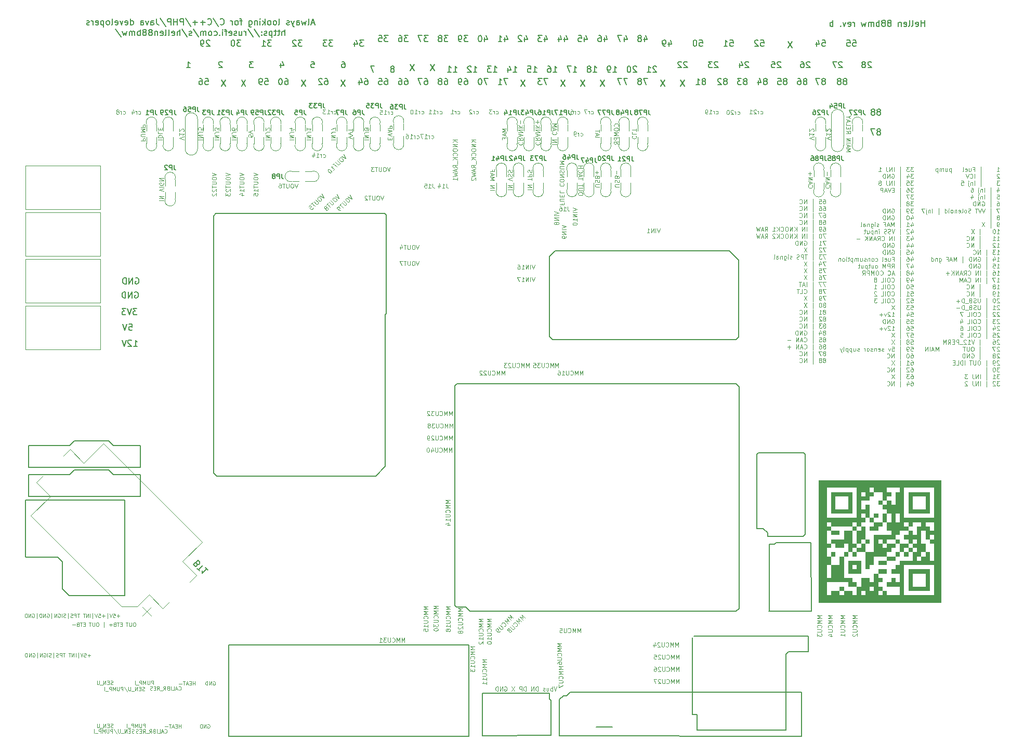
<source format=gbo>
G04 #@! TF.GenerationSoftware,KiCad,Pcbnew,(6.0.5)*
G04 #@! TF.CreationDate,2022-06-21T11:33:01+03:00*
G04 #@! TF.ProjectId,hellen88bmw,68656c6c-656e-4383-9862-6d772e6b6963,B*
G04 #@! TF.SameCoordinates,PX3d1b110PY9269338*
G04 #@! TF.FileFunction,Legend,Bot*
G04 #@! TF.FilePolarity,Positive*
%FSLAX46Y46*%
G04 Gerber Fmt 4.6, Leading zero omitted, Abs format (unit mm)*
G04 Created by KiCad (PCBNEW (6.0.5)) date 2022-06-21 11:33:01*
%MOMM*%
%LPD*%
G01*
G04 APERTURE LIST*
%ADD10C,0.150000*%
%ADD11C,0.100000*%
%ADD12C,0.127000*%
%ADD13C,0.120000*%
%ADD14C,0.200000*%
%ADD15C,0.099060*%
G04 APERTURE END LIST*
D10*
X67009333Y109820620D02*
X66342666Y108820620D01*
X66342666Y109820620D02*
X67009333Y108820620D01*
D11*
X130776000Y90139667D02*
X130742666Y90106334D01*
X130709333Y90006334D01*
X130709333Y89939667D01*
X130742666Y89839667D01*
X130809333Y89773000D01*
X130876000Y89739667D01*
X131009333Y89706334D01*
X131109333Y89706334D01*
X131242666Y89739667D01*
X131309333Y89773000D01*
X131376000Y89839667D01*
X131409333Y89939667D01*
X131409333Y90006334D01*
X131376000Y90106334D01*
X131342666Y90139667D01*
X130909333Y90406334D02*
X130909333Y90739667D01*
X130709333Y90339667D02*
X131409333Y90573000D01*
X130709333Y90806334D01*
X130709333Y91039667D02*
X131409333Y91039667D01*
X130709333Y91439667D01*
X131409333Y91439667D01*
X130976000Y91773000D02*
X130976000Y92306334D01*
D10*
X32461714Y110225381D02*
X32414095Y110273000D01*
X32318857Y110320620D01*
X32080761Y110320620D01*
X31985523Y110273000D01*
X31937904Y110225381D01*
X31890285Y110130143D01*
X31890285Y110034905D01*
X31937904Y109892048D01*
X32509333Y109320620D01*
X31890285Y109320620D01*
X52509333Y107320620D02*
X51842666Y106320620D01*
X51842666Y107320620D02*
X52509333Y106320620D01*
D11*
X30083142Y2223000D02*
X30140285Y2251572D01*
X30226000Y2251572D01*
X30311714Y2223000D01*
X30368857Y2165858D01*
X30397428Y2108715D01*
X30426000Y1994429D01*
X30426000Y1908715D01*
X30397428Y1794429D01*
X30368857Y1737286D01*
X30311714Y1680143D01*
X30226000Y1651572D01*
X30168857Y1651572D01*
X30083142Y1680143D01*
X30054571Y1708715D01*
X30054571Y1908715D01*
X30168857Y1908715D01*
X29797428Y1651572D02*
X29797428Y2251572D01*
X29454571Y1651572D01*
X29454571Y2251572D01*
X29168857Y1651572D02*
X29168857Y2251572D01*
X29026000Y2251572D01*
X28940285Y2223000D01*
X28883142Y2165858D01*
X28854571Y2108715D01*
X28826000Y1994429D01*
X28826000Y1908715D01*
X28854571Y1794429D01*
X28883142Y1737286D01*
X28940285Y1680143D01*
X29026000Y1651572D01*
X29168857Y1651572D01*
X127976000Y90139667D02*
X127942666Y90106334D01*
X127909333Y90006334D01*
X127909333Y89939667D01*
X127942666Y89839667D01*
X128009333Y89773000D01*
X128076000Y89739667D01*
X128209333Y89706334D01*
X128309333Y89706334D01*
X128442666Y89739667D01*
X128509333Y89773000D01*
X128576000Y89839667D01*
X128609333Y89939667D01*
X128609333Y90006334D01*
X128576000Y90106334D01*
X128542666Y90139667D01*
X128109333Y90406334D02*
X128109333Y90739667D01*
X127909333Y90339667D02*
X128609333Y90573000D01*
X127909333Y90806334D01*
X127909333Y91039667D02*
X128609333Y91039667D01*
X127909333Y91439667D01*
X128609333Y91439667D01*
X128176000Y91773000D02*
X128176000Y92306334D01*
X127909333Y92039667D02*
X128442666Y92039667D01*
D10*
X130164095Y113820620D02*
X130640285Y113820620D01*
X130687904Y113344429D01*
X130640285Y113392048D01*
X130545047Y113439667D01*
X130306952Y113439667D01*
X130211714Y113392048D01*
X130164095Y113344429D01*
X130116476Y113249191D01*
X130116476Y113011096D01*
X130164095Y112915858D01*
X130211714Y112868239D01*
X130306952Y112820620D01*
X130545047Y112820620D01*
X130640285Y112868239D01*
X130687904Y112915858D01*
X129259333Y113487286D02*
X129259333Y112820620D01*
X129497428Y113868239D02*
X129735523Y113153953D01*
X129116476Y113153953D01*
X91461714Y114237286D02*
X91461714Y113570620D01*
X91699809Y114618239D02*
X91937904Y113903953D01*
X91318857Y113903953D01*
X90461714Y114570620D02*
X90937904Y114570620D01*
X90985523Y114094429D01*
X90937904Y114142048D01*
X90842666Y114189667D01*
X90604571Y114189667D01*
X90509333Y114142048D01*
X90461714Y114094429D01*
X90414095Y113999191D01*
X90414095Y113761096D01*
X90461714Y113665858D01*
X90509333Y113618239D01*
X90604571Y113570620D01*
X90842666Y113570620D01*
X90937904Y113618239D01*
X90985523Y113665858D01*
X72485523Y114570620D02*
X71866476Y114570620D01*
X72199809Y114189667D01*
X72056952Y114189667D01*
X71961714Y114142048D01*
X71914095Y114094429D01*
X71866476Y113999191D01*
X71866476Y113761096D01*
X71914095Y113665858D01*
X71961714Y113618239D01*
X72056952Y113570620D01*
X72342666Y113570620D01*
X72437904Y113618239D01*
X72485523Y113665858D01*
X71390285Y113570620D02*
X71199809Y113570620D01*
X71104571Y113618239D01*
X71056952Y113665858D01*
X70961714Y113808715D01*
X70914095Y113999191D01*
X70914095Y114380143D01*
X70961714Y114475381D01*
X71009333Y114523000D01*
X71104571Y114570620D01*
X71295047Y114570620D01*
X71390285Y114523000D01*
X71437904Y114475381D01*
X71485523Y114380143D01*
X71485523Y114142048D01*
X71437904Y114046810D01*
X71390285Y113999191D01*
X71295047Y113951572D01*
X71104571Y113951572D01*
X71009333Y113999191D01*
X70961714Y114046810D01*
X70914095Y114142048D01*
X63759333Y109820620D02*
X63092666Y108820620D01*
X63092666Y109820620D02*
X63759333Y108820620D01*
D11*
X14626000Y8780143D02*
X14540285Y8751572D01*
X14397428Y8751572D01*
X14340285Y8780143D01*
X14311714Y8808715D01*
X14283142Y8865858D01*
X14283142Y8923000D01*
X14311714Y8980143D01*
X14340285Y9008715D01*
X14397428Y9037286D01*
X14511714Y9065858D01*
X14568857Y9094429D01*
X14597428Y9123000D01*
X14626000Y9180143D01*
X14626000Y9237286D01*
X14597428Y9294429D01*
X14568857Y9323000D01*
X14511714Y9351572D01*
X14368857Y9351572D01*
X14283142Y9323000D01*
X14026000Y9065858D02*
X13826000Y9065858D01*
X13740285Y8751572D02*
X14026000Y8751572D01*
X14026000Y9351572D01*
X13740285Y9351572D01*
X13483142Y8751572D02*
X13483142Y9351572D01*
X13140285Y8751572D01*
X13140285Y9351572D01*
X12997428Y8694429D02*
X12540285Y8694429D01*
X12397428Y9351572D02*
X12397428Y8865858D01*
X12368857Y8808715D01*
X12340285Y8780143D01*
X12283142Y8751572D01*
X12168857Y8751572D01*
X12111714Y8780143D01*
X12083142Y8808715D01*
X12054571Y8865858D01*
X12054571Y9351572D01*
X18176000Y18851572D02*
X18061714Y18851572D01*
X18004571Y18823000D01*
X17947428Y18765858D01*
X17918857Y18651572D01*
X17918857Y18451572D01*
X17947428Y18337286D01*
X18004571Y18280143D01*
X18061714Y18251572D01*
X18176000Y18251572D01*
X18233142Y18280143D01*
X18290285Y18337286D01*
X18318857Y18451572D01*
X18318857Y18651572D01*
X18290285Y18765858D01*
X18233142Y18823000D01*
X18176000Y18851572D01*
X17661714Y18851572D02*
X17661714Y18365858D01*
X17633142Y18308715D01*
X17604571Y18280143D01*
X17547428Y18251572D01*
X17433142Y18251572D01*
X17376000Y18280143D01*
X17347428Y18308715D01*
X17318857Y18365858D01*
X17318857Y18851572D01*
X17118857Y18851572D02*
X16776000Y18851572D01*
X16947428Y18251572D02*
X16947428Y18851572D01*
X16118857Y18565858D02*
X15918857Y18565858D01*
X15833142Y18251572D02*
X16118857Y18251572D01*
X16118857Y18851572D01*
X15833142Y18851572D01*
X15661714Y18851572D02*
X15318857Y18851572D01*
X15490285Y18251572D02*
X15490285Y18851572D01*
X14918857Y18565858D02*
X14833142Y18537286D01*
X14804571Y18508715D01*
X14776000Y18451572D01*
X14776000Y18365858D01*
X14804571Y18308715D01*
X14833142Y18280143D01*
X14890285Y18251572D01*
X15118857Y18251572D01*
X15118857Y18851572D01*
X14918857Y18851572D01*
X14861714Y18823000D01*
X14833142Y18794429D01*
X14804571Y18737286D01*
X14804571Y18680143D01*
X14833142Y18623000D01*
X14861714Y18594429D01*
X14918857Y18565858D01*
X15118857Y18565858D01*
X14518857Y18480143D02*
X14061714Y18480143D01*
X14290285Y18251572D02*
X14290285Y18708715D01*
X13176000Y18051572D02*
X13176000Y18908715D01*
X12176000Y18851572D02*
X12061714Y18851572D01*
X12004571Y18823000D01*
X11947428Y18765858D01*
X11918857Y18651572D01*
X11918857Y18451572D01*
X11947428Y18337286D01*
X12004571Y18280143D01*
X12061714Y18251572D01*
X12176000Y18251572D01*
X12233142Y18280143D01*
X12290285Y18337286D01*
X12318857Y18451572D01*
X12318857Y18651572D01*
X12290285Y18765858D01*
X12233142Y18823000D01*
X12176000Y18851572D01*
X11661714Y18851572D02*
X11661714Y18365858D01*
X11633142Y18308715D01*
X11604571Y18280143D01*
X11547428Y18251572D01*
X11433142Y18251572D01*
X11376000Y18280143D01*
X11347428Y18308715D01*
X11318857Y18365858D01*
X11318857Y18851572D01*
X11118857Y18851572D02*
X10776000Y18851572D01*
X10947428Y18251572D02*
X10947428Y18851572D01*
X10118857Y18565858D02*
X9918857Y18565858D01*
X9833142Y18251572D02*
X10118857Y18251572D01*
X10118857Y18851572D01*
X9833142Y18851572D01*
X9661714Y18851572D02*
X9318857Y18851572D01*
X9490285Y18251572D02*
X9490285Y18851572D01*
X8918857Y18565858D02*
X8833142Y18537286D01*
X8804571Y18508715D01*
X8776000Y18451572D01*
X8776000Y18365858D01*
X8804571Y18308715D01*
X8833142Y18280143D01*
X8890285Y18251572D01*
X9118857Y18251572D01*
X9118857Y18851572D01*
X8918857Y18851572D01*
X8861714Y18823000D01*
X8833142Y18794429D01*
X8804571Y18737286D01*
X8804571Y18680143D01*
X8833142Y18623000D01*
X8861714Y18594429D01*
X8918857Y18565858D01*
X9118857Y18565858D01*
X8518857Y18480143D02*
X8061714Y18480143D01*
X55609333Y97556334D02*
X56309333Y97556334D01*
X55609333Y97889667D02*
X56309333Y97889667D01*
X55609333Y98289667D01*
X56309333Y98289667D01*
X56309333Y98823000D02*
X55809333Y98823000D01*
X55709333Y98789667D01*
X55642666Y98723000D01*
X55609333Y98623000D01*
X55609333Y98556334D01*
X56009333Y99256334D02*
X56042666Y99189667D01*
X56076000Y99156334D01*
X56142666Y99123000D01*
X56176000Y99123000D01*
X56242666Y99156334D01*
X56276000Y99189667D01*
X56309333Y99256334D01*
X56309333Y99389667D01*
X56276000Y99456334D01*
X56242666Y99489667D01*
X56176000Y99523000D01*
X56142666Y99523000D01*
X56076000Y99489667D01*
X56042666Y99456334D01*
X56009333Y99389667D01*
X56009333Y99256334D01*
X55976000Y99189667D01*
X55942666Y99156334D01*
X55876000Y99123000D01*
X55742666Y99123000D01*
X55676000Y99156334D01*
X55642666Y99189667D01*
X55609333Y99256334D01*
X55609333Y99389667D01*
X55642666Y99456334D01*
X55676000Y99489667D01*
X55742666Y99523000D01*
X55876000Y99523000D01*
X55942666Y99489667D01*
X55976000Y99456334D01*
X56009333Y99389667D01*
X19768857Y7780143D02*
X19683142Y7751572D01*
X19540285Y7751572D01*
X19483142Y7780143D01*
X19454571Y7808715D01*
X19426000Y7865858D01*
X19426000Y7923000D01*
X19454571Y7980143D01*
X19483142Y8008715D01*
X19540285Y8037286D01*
X19654571Y8065858D01*
X19711714Y8094429D01*
X19740285Y8123000D01*
X19768857Y8180143D01*
X19768857Y8237286D01*
X19740285Y8294429D01*
X19711714Y8323000D01*
X19654571Y8351572D01*
X19511714Y8351572D01*
X19426000Y8323000D01*
X19168857Y8065858D02*
X18968857Y8065858D01*
X18883142Y7751572D02*
X19168857Y7751572D01*
X19168857Y8351572D01*
X18883142Y8351572D01*
X18626000Y7751572D02*
X18626000Y8351572D01*
X18283142Y7751572D01*
X18283142Y8351572D01*
X18140285Y7694429D02*
X17683142Y7694429D01*
X17540285Y8351572D02*
X17540285Y7865858D01*
X17511714Y7808715D01*
X17483142Y7780143D01*
X17426000Y7751572D01*
X17311714Y7751572D01*
X17254571Y7780143D01*
X17226000Y7808715D01*
X17197428Y7865858D01*
X17197428Y8351572D01*
X16483142Y8380143D02*
X16997428Y7608715D01*
X16283142Y7751572D02*
X16283142Y8351572D01*
X16054571Y8351572D01*
X15997428Y8323000D01*
X15968857Y8294429D01*
X15940285Y8237286D01*
X15940285Y8151572D01*
X15968857Y8094429D01*
X15997428Y8065858D01*
X16054571Y8037286D01*
X16283142Y8037286D01*
X15683142Y8351572D02*
X15683142Y7865858D01*
X15654571Y7808715D01*
X15626000Y7780143D01*
X15568857Y7751572D01*
X15454571Y7751572D01*
X15397428Y7780143D01*
X15368857Y7808715D01*
X15340285Y7865858D01*
X15340285Y8351572D01*
X15054571Y7751572D02*
X15054571Y8351572D01*
X14854571Y7923000D01*
X14654571Y8351572D01*
X14654571Y7751572D01*
X14368857Y7751572D02*
X14368857Y8351572D01*
X14140285Y8351572D01*
X14083142Y8323000D01*
X14054571Y8294429D01*
X14026000Y8237286D01*
X14026000Y8151572D01*
X14054571Y8094429D01*
X14083142Y8065858D01*
X14140285Y8037286D01*
X14368857Y8037286D01*
X13911714Y7694429D02*
X13454571Y7694429D01*
X13311714Y7751572D02*
X13311714Y8351572D01*
D10*
X124247428Y107142048D02*
X124342666Y107189667D01*
X124390285Y107237286D01*
X124437904Y107332524D01*
X124437904Y107380143D01*
X124390285Y107475381D01*
X124342666Y107523000D01*
X124247428Y107570620D01*
X124056952Y107570620D01*
X123961714Y107523000D01*
X123914095Y107475381D01*
X123866476Y107380143D01*
X123866476Y107332524D01*
X123914095Y107237286D01*
X123961714Y107189667D01*
X124056952Y107142048D01*
X124247428Y107142048D01*
X124342666Y107094429D01*
X124390285Y107046810D01*
X124437904Y106951572D01*
X124437904Y106761096D01*
X124390285Y106665858D01*
X124342666Y106618239D01*
X124247428Y106570620D01*
X124056952Y106570620D01*
X123961714Y106618239D01*
X123914095Y106665858D01*
X123866476Y106761096D01*
X123866476Y106951572D01*
X123914095Y107046810D01*
X123961714Y107094429D01*
X124056952Y107142048D01*
X122961714Y107570620D02*
X123437904Y107570620D01*
X123485523Y107094429D01*
X123437904Y107142048D01*
X123342666Y107189667D01*
X123104571Y107189667D01*
X123009333Y107142048D01*
X122961714Y107094429D01*
X122914095Y106999191D01*
X122914095Y106761096D01*
X122961714Y106665858D01*
X123009333Y106618239D01*
X123104571Y106570620D01*
X123342666Y106570620D01*
X123437904Y106618239D01*
X123485523Y106665858D01*
X76616476Y108570620D02*
X77187904Y108570620D01*
X76902190Y108570620D02*
X76902190Y109570620D01*
X76997428Y109427762D01*
X77092666Y109332524D01*
X77187904Y109284905D01*
X76283142Y109570620D02*
X75664095Y109570620D01*
X75997428Y109189667D01*
X75854571Y109189667D01*
X75759333Y109142048D01*
X75711714Y109094429D01*
X75664095Y108999191D01*
X75664095Y108761096D01*
X75711714Y108665858D01*
X75759333Y108618239D01*
X75854571Y108570620D01*
X76140285Y108570620D01*
X76235523Y108618239D01*
X76283142Y108665858D01*
X46009333Y107320620D02*
X45342666Y106320620D01*
X45342666Y107320620D02*
X46009333Y106320620D01*
D11*
X19209333Y97423000D02*
X19909333Y97423000D01*
X19909333Y97689667D01*
X19876000Y97756334D01*
X19842666Y97789667D01*
X19776000Y97823000D01*
X19676000Y97823000D01*
X19609333Y97789667D01*
X19576000Y97756334D01*
X19542666Y97689667D01*
X19542666Y97423000D01*
X19909333Y98123000D02*
X19342666Y98123000D01*
X19276000Y98156334D01*
X19242666Y98189667D01*
X19209333Y98256334D01*
X19209333Y98389667D01*
X19242666Y98456334D01*
X19276000Y98489667D01*
X19342666Y98523000D01*
X19909333Y98523000D01*
X19209333Y98856334D02*
X19909333Y98856334D01*
X19409333Y99089667D01*
X19909333Y99323000D01*
X19209333Y99323000D01*
X19209333Y99656334D02*
X19909333Y99656334D01*
X19909333Y99923000D01*
X19876000Y99989667D01*
X19842666Y100023000D01*
X19776000Y100056334D01*
X19676000Y100056334D01*
X19609333Y100023000D01*
X19576000Y99989667D01*
X19542666Y99923000D01*
X19542666Y99656334D01*
D10*
X29664095Y107570620D02*
X30140285Y107570620D01*
X30187904Y107094429D01*
X30140285Y107142048D01*
X30045047Y107189667D01*
X29806952Y107189667D01*
X29711714Y107142048D01*
X29664095Y107094429D01*
X29616476Y106999191D01*
X29616476Y106761096D01*
X29664095Y106665858D01*
X29711714Y106618239D01*
X29806952Y106570620D01*
X30045047Y106570620D01*
X30140285Y106618239D01*
X30187904Y106665858D01*
X28759333Y107570620D02*
X28949809Y107570620D01*
X29045047Y107523000D01*
X29092666Y107475381D01*
X29187904Y107332524D01*
X29235523Y107142048D01*
X29235523Y106761096D01*
X29187904Y106665858D01*
X29140285Y106618239D01*
X29045047Y106570620D01*
X28854571Y106570620D01*
X28759333Y106618239D01*
X28711714Y106665858D01*
X28664095Y106761096D01*
X28664095Y106999191D01*
X28711714Y107094429D01*
X28759333Y107142048D01*
X28854571Y107189667D01*
X29045047Y107189667D01*
X29140285Y107142048D01*
X29187904Y107094429D01*
X29235523Y106999191D01*
D11*
X82209333Y89447370D02*
X82909333Y89447370D01*
X82209333Y89780703D02*
X82909333Y89780703D01*
X82209333Y90180703D01*
X82909333Y90180703D01*
X82909333Y90947370D02*
X82909333Y91347370D01*
X82209333Y91147370D02*
X82909333Y91147370D01*
X82209333Y91580703D02*
X82909333Y91580703D01*
X82909333Y91847370D01*
X82876000Y91914037D01*
X82842666Y91947370D01*
X82776000Y91980703D01*
X82676000Y91980703D01*
X82609333Y91947370D01*
X82576000Y91914037D01*
X82542666Y91847370D01*
X82542666Y91580703D01*
X82242666Y92247370D02*
X82209333Y92347370D01*
X82209333Y92514037D01*
X82242666Y92580703D01*
X82276000Y92614037D01*
X82342666Y92647370D01*
X82409333Y92647370D01*
X82476000Y92614037D01*
X82509333Y92580703D01*
X82542666Y92514037D01*
X82576000Y92380703D01*
X82609333Y92314037D01*
X82642666Y92280703D01*
X82709333Y92247370D01*
X82776000Y92247370D01*
X82842666Y92280703D01*
X82876000Y92314037D01*
X82909333Y92380703D01*
X82909333Y92547370D01*
X82876000Y92647370D01*
D10*
X139476344Y98903854D02*
X139571582Y98951473D01*
X139619201Y98999092D01*
X139666820Y99094330D01*
X139666820Y99141949D01*
X139619201Y99237187D01*
X139571582Y99284806D01*
X139476344Y99332426D01*
X139285868Y99332426D01*
X139190630Y99284806D01*
X139143011Y99237187D01*
X139095392Y99141949D01*
X139095392Y99094330D01*
X139143011Y98999092D01*
X139190630Y98951473D01*
X139285868Y98903854D01*
X139476344Y98903854D01*
X139571582Y98856235D01*
X139619201Y98808616D01*
X139666820Y98713378D01*
X139666820Y98522902D01*
X139619201Y98427664D01*
X139571582Y98380045D01*
X139476344Y98332426D01*
X139285868Y98332426D01*
X139190630Y98380045D01*
X139143011Y98427664D01*
X139095392Y98522902D01*
X139095392Y98713378D01*
X139143011Y98808616D01*
X139190630Y98856235D01*
X139285868Y98903854D01*
X138762058Y99332426D02*
X138095392Y99332426D01*
X138523963Y98332426D01*
X138187904Y110225381D02*
X138140285Y110273000D01*
X138045047Y110320620D01*
X137806952Y110320620D01*
X137711714Y110273000D01*
X137664095Y110225381D01*
X137616476Y110130143D01*
X137616476Y110034905D01*
X137664095Y109892048D01*
X138235523Y109320620D01*
X137616476Y109320620D01*
X137045047Y109892048D02*
X137140285Y109939667D01*
X137187904Y109987286D01*
X137235523Y110082524D01*
X137235523Y110130143D01*
X137187904Y110225381D01*
X137140285Y110273000D01*
X137045047Y110320620D01*
X136854571Y110320620D01*
X136759333Y110273000D01*
X136711714Y110225381D01*
X136664095Y110130143D01*
X136664095Y110082524D01*
X136711714Y109987286D01*
X136759333Y109939667D01*
X136854571Y109892048D01*
X137045047Y109892048D01*
X137140285Y109844429D01*
X137187904Y109796810D01*
X137235523Y109701572D01*
X137235523Y109511096D01*
X137187904Y109415858D01*
X137140285Y109368239D01*
X137045047Y109320620D01*
X136854571Y109320620D01*
X136759333Y109368239D01*
X136711714Y109415858D01*
X136664095Y109511096D01*
X136664095Y109701572D01*
X136711714Y109796810D01*
X136759333Y109844429D01*
X136854571Y109892048D01*
X59485523Y114570620D02*
X58866476Y114570620D01*
X59199809Y114189667D01*
X59056952Y114189667D01*
X58961714Y114142048D01*
X58914095Y114094429D01*
X58866476Y113999191D01*
X58866476Y113761096D01*
X58914095Y113665858D01*
X58961714Y113618239D01*
X59056952Y113570620D01*
X59342666Y113570620D01*
X59437904Y113618239D01*
X59485523Y113665858D01*
X57961714Y114570620D02*
X58437904Y114570620D01*
X58485523Y114094429D01*
X58437904Y114142048D01*
X58342666Y114189667D01*
X58104571Y114189667D01*
X58009333Y114142048D01*
X57961714Y114094429D01*
X57914095Y113999191D01*
X57914095Y113761096D01*
X57961714Y113665858D01*
X58009333Y113618239D01*
X58104571Y113570620D01*
X58342666Y113570620D01*
X58437904Y113618239D01*
X58485523Y113665858D01*
D11*
X97109333Y89906334D02*
X96542666Y89906334D01*
X96476000Y89939667D01*
X96442666Y89973000D01*
X96409333Y90039667D01*
X96409333Y90173000D01*
X96442666Y90239667D01*
X96476000Y90273000D01*
X96542666Y90306334D01*
X97109333Y90306334D01*
X96442666Y90606334D02*
X96409333Y90706334D01*
X96409333Y90873000D01*
X96442666Y90939667D01*
X96476000Y90973000D01*
X96542666Y91006334D01*
X96609333Y91006334D01*
X96676000Y90973000D01*
X96709333Y90939667D01*
X96742666Y90873000D01*
X96776000Y90739667D01*
X96809333Y90673000D01*
X96842666Y90639667D01*
X96909333Y90606334D01*
X96976000Y90606334D01*
X97042666Y90639667D01*
X97076000Y90673000D01*
X97109333Y90739667D01*
X97109333Y90906334D01*
X97076000Y91006334D01*
X96776000Y91539667D02*
X96742666Y91639667D01*
X96709333Y91673000D01*
X96642666Y91706334D01*
X96542666Y91706334D01*
X96476000Y91673000D01*
X96442666Y91639667D01*
X96409333Y91573000D01*
X96409333Y91306334D01*
X97109333Y91306334D01*
X97109333Y91539667D01*
X97076000Y91606334D01*
X97042666Y91639667D01*
X96976000Y91673000D01*
X96909333Y91673000D01*
X96842666Y91639667D01*
X96809333Y91606334D01*
X96776000Y91539667D01*
X96776000Y91306334D01*
X96676000Y92006334D02*
X96676000Y92539667D01*
X76109333Y89398275D02*
X76809333Y89398275D01*
X76109333Y89731608D02*
X76809333Y89731608D01*
X76109333Y90131608D01*
X76809333Y90131608D01*
X76109333Y90998275D02*
X76809333Y90998275D01*
X76309333Y91231608D01*
X76809333Y91464942D01*
X76109333Y91464942D01*
X76309333Y91764942D02*
X76309333Y92098275D01*
X76109333Y91698275D02*
X76809333Y91931608D01*
X76109333Y92164942D01*
X76476000Y92631608D02*
X76476000Y92398275D01*
X76109333Y92398275D02*
X76809333Y92398275D01*
X76809333Y92731608D01*
D10*
X57259333Y109570620D02*
X56592666Y109570620D01*
X57021238Y108570620D01*
X130497428Y107142048D02*
X130592666Y107189667D01*
X130640285Y107237286D01*
X130687904Y107332524D01*
X130687904Y107380143D01*
X130640285Y107475381D01*
X130592666Y107523000D01*
X130497428Y107570620D01*
X130306952Y107570620D01*
X130211714Y107523000D01*
X130164095Y107475381D01*
X130116476Y107380143D01*
X130116476Y107332524D01*
X130164095Y107237286D01*
X130211714Y107189667D01*
X130306952Y107142048D01*
X130497428Y107142048D01*
X130592666Y107094429D01*
X130640285Y107046810D01*
X130687904Y106951572D01*
X130687904Y106761096D01*
X130640285Y106665858D01*
X130592666Y106618239D01*
X130497428Y106570620D01*
X130306952Y106570620D01*
X130211714Y106618239D01*
X130164095Y106665858D01*
X130116476Y106761096D01*
X130116476Y106951572D01*
X130164095Y107046810D01*
X130211714Y107094429D01*
X130306952Y107142048D01*
X129783142Y107570620D02*
X129116476Y107570620D01*
X129545047Y106570620D01*
D11*
X128809333Y97623000D02*
X128109333Y97856334D01*
X128809333Y98089667D01*
X128109333Y98689667D02*
X128109333Y98289667D01*
X128109333Y98489667D02*
X128809333Y98489667D01*
X128709333Y98423000D01*
X128642666Y98356334D01*
X128609333Y98289667D01*
X128742666Y98956334D02*
X128776000Y98989667D01*
X128809333Y99056334D01*
X128809333Y99223000D01*
X128776000Y99289667D01*
X128742666Y99323000D01*
X128676000Y99356334D01*
X128609333Y99356334D01*
X128509333Y99323000D01*
X128109333Y98923000D01*
X128109333Y99356334D01*
D10*
X45485523Y113820620D02*
X44866476Y113820620D01*
X45199809Y113439667D01*
X45056952Y113439667D01*
X44961714Y113392048D01*
X44914095Y113344429D01*
X44866476Y113249191D01*
X44866476Y113011096D01*
X44914095Y112915858D01*
X44961714Y112868239D01*
X45056952Y112820620D01*
X45342666Y112820620D01*
X45437904Y112868239D01*
X45485523Y112915858D01*
X44485523Y113725381D02*
X44437904Y113773000D01*
X44342666Y113820620D01*
X44104571Y113820620D01*
X44009333Y113773000D01*
X43961714Y113725381D01*
X43914095Y113630143D01*
X43914095Y113534905D01*
X43961714Y113392048D01*
X44533142Y112820620D01*
X43914095Y112820620D01*
D11*
X28557362Y97623513D02*
X29257362Y97623513D01*
X28557362Y97956846D02*
X29257362Y97956846D01*
X28557362Y98356846D01*
X29257362Y98356846D01*
X29257362Y98890179D02*
X28757362Y98890179D01*
X28657362Y98856846D01*
X28590695Y98790179D01*
X28557362Y98690179D01*
X28557362Y98623513D01*
X29257362Y99556846D02*
X29257362Y99223513D01*
X28924029Y99190179D01*
X28957362Y99223513D01*
X28990695Y99290179D01*
X28990695Y99456846D01*
X28957362Y99523513D01*
X28924029Y99556846D01*
X28857362Y99590179D01*
X28690695Y99590179D01*
X28624029Y99556846D01*
X28590695Y99523513D01*
X28557362Y99456846D01*
X28557362Y99290179D01*
X28590695Y99223513D01*
X28624029Y99190179D01*
D10*
X120997428Y107142048D02*
X121092666Y107189667D01*
X121140285Y107237286D01*
X121187904Y107332524D01*
X121187904Y107380143D01*
X121140285Y107475381D01*
X121092666Y107523000D01*
X120997428Y107570620D01*
X120806952Y107570620D01*
X120711714Y107523000D01*
X120664095Y107475381D01*
X120616476Y107380143D01*
X120616476Y107332524D01*
X120664095Y107237286D01*
X120711714Y107189667D01*
X120806952Y107142048D01*
X120997428Y107142048D01*
X121092666Y107094429D01*
X121140285Y107046810D01*
X121187904Y106951572D01*
X121187904Y106761096D01*
X121140285Y106665858D01*
X121092666Y106618239D01*
X120997428Y106570620D01*
X120806952Y106570620D01*
X120711714Y106618239D01*
X120664095Y106665858D01*
X120616476Y106761096D01*
X120616476Y106951572D01*
X120664095Y107046810D01*
X120711714Y107094429D01*
X120806952Y107142048D01*
X119759333Y107237286D02*
X119759333Y106570620D01*
X119997428Y107618239D02*
X120235523Y106903953D01*
X119616476Y106903953D01*
D11*
X59776000Y97623000D02*
X59776000Y97856334D01*
X59409333Y97956334D02*
X59409333Y97623000D01*
X60109333Y97623000D01*
X60109333Y97956334D01*
X60109333Y98156334D02*
X59409333Y98389667D01*
X60109333Y98623000D01*
X59609333Y98823000D02*
X59609333Y99156334D01*
X59409333Y98756334D02*
X60109333Y98989667D01*
X59409333Y99223000D01*
X59409333Y99456334D02*
X60109333Y99456334D01*
X60109333Y99723000D01*
X60076000Y99789667D01*
X60042666Y99823000D01*
X59976000Y99856334D01*
X59876000Y99856334D01*
X59809333Y99823000D01*
X59776000Y99789667D01*
X59742666Y99723000D01*
X59742666Y99456334D01*
D10*
X69235523Y114570620D02*
X68616476Y114570620D01*
X68949809Y114189667D01*
X68806952Y114189667D01*
X68711714Y114142048D01*
X68664095Y114094429D01*
X68616476Y113999191D01*
X68616476Y113761096D01*
X68664095Y113665858D01*
X68711714Y113618239D01*
X68806952Y113570620D01*
X69092666Y113570620D01*
X69187904Y113618239D01*
X69235523Y113665858D01*
X68045047Y114142048D02*
X68140285Y114189667D01*
X68187904Y114237286D01*
X68235523Y114332524D01*
X68235523Y114380143D01*
X68187904Y114475381D01*
X68140285Y114523000D01*
X68045047Y114570620D01*
X67854571Y114570620D01*
X67759333Y114523000D01*
X67711714Y114475381D01*
X67664095Y114380143D01*
X67664095Y114332524D01*
X67711714Y114237286D01*
X67759333Y114189667D01*
X67854571Y114142048D01*
X68045047Y114142048D01*
X68140285Y114094429D01*
X68187904Y114046810D01*
X68235523Y113951572D01*
X68235523Y113761096D01*
X68187904Y113665858D01*
X68140285Y113618239D01*
X68045047Y113570620D01*
X67854571Y113570620D01*
X67759333Y113618239D01*
X67711714Y113665858D01*
X67664095Y113761096D01*
X67664095Y113951572D01*
X67711714Y114046810D01*
X67759333Y114094429D01*
X67854571Y114142048D01*
D11*
X79009333Y89423000D02*
X79709333Y89423000D01*
X79009333Y89756334D02*
X79709333Y89756334D01*
X79009333Y90156334D01*
X79709333Y90156334D01*
X79709333Y90923000D02*
X79009333Y91156334D01*
X79709333Y91389667D01*
X79042666Y91589667D02*
X79009333Y91689667D01*
X79009333Y91856334D01*
X79042666Y91923000D01*
X79076000Y91956334D01*
X79142666Y91989667D01*
X79209333Y91989667D01*
X79276000Y91956334D01*
X79309333Y91923000D01*
X79342666Y91856334D01*
X79376000Y91723000D01*
X79409333Y91656334D01*
X79442666Y91623000D01*
X79509333Y91589667D01*
X79576000Y91589667D01*
X79642666Y91623000D01*
X79676000Y91656334D01*
X79709333Y91723000D01*
X79709333Y91889667D01*
X79676000Y91989667D01*
X79042666Y92256334D02*
X79009333Y92356334D01*
X79009333Y92523000D01*
X79042666Y92589667D01*
X79076000Y92623000D01*
X79142666Y92656334D01*
X79209333Y92656334D01*
X79276000Y92623000D01*
X79309333Y92589667D01*
X79342666Y92523000D01*
X79376000Y92389667D01*
X79409333Y92323000D01*
X79442666Y92289667D01*
X79509333Y92256334D01*
X79576000Y92256334D01*
X79642666Y92289667D01*
X79676000Y92323000D01*
X79709333Y92389667D01*
X79709333Y92556334D01*
X79676000Y92656334D01*
D10*
X81759333Y107320620D02*
X81092666Y106320620D01*
X81092666Y107320620D02*
X81759333Y106320620D01*
D11*
X86959333Y8406334D02*
X86726000Y7706334D01*
X86492666Y8406334D01*
X86259333Y7706334D02*
X86259333Y8406334D01*
X86259333Y8139667D02*
X86192666Y8173000D01*
X86059333Y8173000D01*
X85992666Y8139667D01*
X85959333Y8106334D01*
X85926000Y8039667D01*
X85926000Y7839667D01*
X85959333Y7773000D01*
X85992666Y7739667D01*
X86059333Y7706334D01*
X86192666Y7706334D01*
X86259333Y7739667D01*
X85326000Y8173000D02*
X85326000Y7706334D01*
X85626000Y8173000D02*
X85626000Y7806334D01*
X85592666Y7739667D01*
X85526000Y7706334D01*
X85426000Y7706334D01*
X85359333Y7739667D01*
X85326000Y7773000D01*
X85026000Y7739667D02*
X84959333Y7706334D01*
X84826000Y7706334D01*
X84759333Y7739667D01*
X84726000Y7806334D01*
X84726000Y7839667D01*
X84759333Y7906334D01*
X84826000Y7939667D01*
X84926000Y7939667D01*
X84992666Y7973000D01*
X85026000Y8039667D01*
X85026000Y8073000D01*
X84992666Y8139667D01*
X84926000Y8173000D01*
X84826000Y8173000D01*
X84759333Y8139667D01*
X83892666Y7706334D02*
X83892666Y8406334D01*
X83726000Y8406334D01*
X83626000Y8373000D01*
X83559333Y8306334D01*
X83526000Y8239667D01*
X83492666Y8106334D01*
X83492666Y8006334D01*
X83526000Y7873000D01*
X83559333Y7806334D01*
X83626000Y7739667D01*
X83726000Y7706334D01*
X83892666Y7706334D01*
X83192666Y7706334D02*
X83192666Y8406334D01*
X82792666Y7706334D01*
X82792666Y8406334D01*
X81926000Y7706334D02*
X81926000Y8406334D01*
X81759333Y8406334D01*
X81659333Y8373000D01*
X81592666Y8306334D01*
X81559333Y8239667D01*
X81526000Y8106334D01*
X81526000Y8006334D01*
X81559333Y7873000D01*
X81592666Y7806334D01*
X81659333Y7739667D01*
X81759333Y7706334D01*
X81926000Y7706334D01*
X81226000Y7706334D02*
X81226000Y8406334D01*
X80959333Y8406334D01*
X80892666Y8373000D01*
X80859333Y8339667D01*
X80826000Y8273000D01*
X80826000Y8173000D01*
X80859333Y8106334D01*
X80892666Y8073000D01*
X80959333Y8039667D01*
X81226000Y8039667D01*
X80059333Y8406334D02*
X79592666Y7706334D01*
X79592666Y8406334D02*
X80059333Y7706334D01*
X78426000Y8373000D02*
X78492666Y8406334D01*
X78592666Y8406334D01*
X78692666Y8373000D01*
X78759333Y8306334D01*
X78792666Y8239667D01*
X78826000Y8106334D01*
X78826000Y8006334D01*
X78792666Y7873000D01*
X78759333Y7806334D01*
X78692666Y7739667D01*
X78592666Y7706334D01*
X78526000Y7706334D01*
X78426000Y7739667D01*
X78392666Y7773000D01*
X78392666Y8006334D01*
X78526000Y8006334D01*
X78092666Y7706334D02*
X78092666Y8406334D01*
X77692666Y7706334D01*
X77692666Y8406334D01*
X77359333Y7706334D02*
X77359333Y8406334D01*
X77192666Y8406334D01*
X77092666Y8373000D01*
X77026000Y8306334D01*
X76992666Y8239667D01*
X76959333Y8106334D01*
X76959333Y8006334D01*
X76992666Y7873000D01*
X77026000Y7806334D01*
X77092666Y7739667D01*
X77192666Y7706334D01*
X77359333Y7706334D01*
D10*
X39414095Y107570620D02*
X39890285Y107570620D01*
X39937904Y107094429D01*
X39890285Y107142048D01*
X39795047Y107189667D01*
X39556952Y107189667D01*
X39461714Y107142048D01*
X39414095Y107094429D01*
X39366476Y106999191D01*
X39366476Y106761096D01*
X39414095Y106665858D01*
X39461714Y106618239D01*
X39556952Y106570620D01*
X39795047Y106570620D01*
X39890285Y106618239D01*
X39937904Y106665858D01*
X38890285Y106570620D02*
X38699809Y106570620D01*
X38604571Y106618239D01*
X38556952Y106665858D01*
X38461714Y106808715D01*
X38414095Y106999191D01*
X38414095Y107380143D01*
X38461714Y107475381D01*
X38509333Y107523000D01*
X38604571Y107570620D01*
X38795047Y107570620D01*
X38890285Y107523000D01*
X38937904Y107475381D01*
X38985523Y107380143D01*
X38985523Y107142048D01*
X38937904Y107046810D01*
X38890285Y106999191D01*
X38795047Y106951572D01*
X38604571Y106951572D01*
X38509333Y106999191D01*
X38461714Y107046810D01*
X38414095Y107142048D01*
X50485523Y113820620D02*
X49866476Y113820620D01*
X50199809Y113439667D01*
X50056952Y113439667D01*
X49961714Y113392048D01*
X49914095Y113344429D01*
X49866476Y113249191D01*
X49866476Y113011096D01*
X49914095Y112915858D01*
X49961714Y112868239D01*
X50056952Y112820620D01*
X50342666Y112820620D01*
X50437904Y112868239D01*
X50485523Y112915858D01*
X49533142Y113820620D02*
X48914095Y113820620D01*
X49247428Y113439667D01*
X49104571Y113439667D01*
X49009333Y113392048D01*
X48961714Y113344429D01*
X48914095Y113249191D01*
X48914095Y113011096D01*
X48961714Y112915858D01*
X49009333Y112868239D01*
X49104571Y112820620D01*
X49390285Y112820620D01*
X49485523Y112868239D01*
X49533142Y112915858D01*
X146842666Y116070620D02*
X146842666Y117070620D01*
X146842666Y116594429D02*
X146271238Y116594429D01*
X146271238Y116070620D02*
X146271238Y117070620D01*
X145414095Y116118239D02*
X145509333Y116070620D01*
X145699809Y116070620D01*
X145795047Y116118239D01*
X145842666Y116213477D01*
X145842666Y116594429D01*
X145795047Y116689667D01*
X145699809Y116737286D01*
X145509333Y116737286D01*
X145414095Y116689667D01*
X145366476Y116594429D01*
X145366476Y116499191D01*
X145842666Y116403953D01*
X144795047Y116070620D02*
X144890285Y116118239D01*
X144937904Y116213477D01*
X144937904Y117070620D01*
X144271238Y116070620D02*
X144366476Y116118239D01*
X144414095Y116213477D01*
X144414095Y117070620D01*
X143509333Y116118239D02*
X143604571Y116070620D01*
X143795047Y116070620D01*
X143890285Y116118239D01*
X143937904Y116213477D01*
X143937904Y116594429D01*
X143890285Y116689667D01*
X143795047Y116737286D01*
X143604571Y116737286D01*
X143509333Y116689667D01*
X143461714Y116594429D01*
X143461714Y116499191D01*
X143937904Y116403953D01*
X143033142Y116737286D02*
X143033142Y116070620D01*
X143033142Y116642048D02*
X142985523Y116689667D01*
X142890285Y116737286D01*
X142747428Y116737286D01*
X142652190Y116689667D01*
X142604571Y116594429D01*
X142604571Y116070620D01*
X141223619Y116642048D02*
X141318857Y116689667D01*
X141366476Y116737286D01*
X141414095Y116832524D01*
X141414095Y116880143D01*
X141366476Y116975381D01*
X141318857Y117023000D01*
X141223619Y117070620D01*
X141033142Y117070620D01*
X140937904Y117023000D01*
X140890285Y116975381D01*
X140842666Y116880143D01*
X140842666Y116832524D01*
X140890285Y116737286D01*
X140937904Y116689667D01*
X141033142Y116642048D01*
X141223619Y116642048D01*
X141318857Y116594429D01*
X141366476Y116546810D01*
X141414095Y116451572D01*
X141414095Y116261096D01*
X141366476Y116165858D01*
X141318857Y116118239D01*
X141223619Y116070620D01*
X141033142Y116070620D01*
X140937904Y116118239D01*
X140890285Y116165858D01*
X140842666Y116261096D01*
X140842666Y116451572D01*
X140890285Y116546810D01*
X140937904Y116594429D01*
X141033142Y116642048D01*
X140271238Y116642048D02*
X140366476Y116689667D01*
X140414095Y116737286D01*
X140461714Y116832524D01*
X140461714Y116880143D01*
X140414095Y116975381D01*
X140366476Y117023000D01*
X140271238Y117070620D01*
X140080761Y117070620D01*
X139985523Y117023000D01*
X139937904Y116975381D01*
X139890285Y116880143D01*
X139890285Y116832524D01*
X139937904Y116737286D01*
X139985523Y116689667D01*
X140080761Y116642048D01*
X140271238Y116642048D01*
X140366476Y116594429D01*
X140414095Y116546810D01*
X140461714Y116451572D01*
X140461714Y116261096D01*
X140414095Y116165858D01*
X140366476Y116118239D01*
X140271238Y116070620D01*
X140080761Y116070620D01*
X139985523Y116118239D01*
X139937904Y116165858D01*
X139890285Y116261096D01*
X139890285Y116451572D01*
X139937904Y116546810D01*
X139985523Y116594429D01*
X140080761Y116642048D01*
X139461714Y116070620D02*
X139461714Y117070620D01*
X139461714Y116689667D02*
X139366476Y116737286D01*
X139176000Y116737286D01*
X139080761Y116689667D01*
X139033142Y116642048D01*
X138985523Y116546810D01*
X138985523Y116261096D01*
X139033142Y116165858D01*
X139080761Y116118239D01*
X139176000Y116070620D01*
X139366476Y116070620D01*
X139461714Y116118239D01*
X138556952Y116070620D02*
X138556952Y116737286D01*
X138556952Y116642048D02*
X138509333Y116689667D01*
X138414095Y116737286D01*
X138271238Y116737286D01*
X138176000Y116689667D01*
X138128380Y116594429D01*
X138128380Y116070620D01*
X138128380Y116594429D02*
X138080761Y116689667D01*
X137985523Y116737286D01*
X137842666Y116737286D01*
X137747428Y116689667D01*
X137699809Y116594429D01*
X137699809Y116070620D01*
X137318857Y116737286D02*
X137128380Y116070620D01*
X136937904Y116546810D01*
X136747428Y116070620D01*
X136556952Y116737286D01*
X135414095Y116070620D02*
X135414095Y116737286D01*
X135414095Y116546810D02*
X135366476Y116642048D01*
X135318857Y116689667D01*
X135223619Y116737286D01*
X135128380Y116737286D01*
X134414095Y116118239D02*
X134509333Y116070620D01*
X134699809Y116070620D01*
X134795047Y116118239D01*
X134842666Y116213477D01*
X134842666Y116594429D01*
X134795047Y116689667D01*
X134699809Y116737286D01*
X134509333Y116737286D01*
X134414095Y116689667D01*
X134366476Y116594429D01*
X134366476Y116499191D01*
X134842666Y116403953D01*
X134033142Y116737286D02*
X133795047Y116070620D01*
X133556952Y116737286D01*
X133176000Y116165858D02*
X133128380Y116118239D01*
X133176000Y116070620D01*
X133223619Y116118239D01*
X133176000Y116165858D01*
X133176000Y116070620D01*
X131937904Y116070620D02*
X131937904Y117070620D01*
X131937904Y116689667D02*
X131842666Y116737286D01*
X131652190Y116737286D01*
X131556952Y116689667D01*
X131509333Y116642048D01*
X131461714Y116546810D01*
X131461714Y116261096D01*
X131509333Y116165858D01*
X131556952Y116118239D01*
X131652190Y116070620D01*
X131842666Y116070620D01*
X131937904Y116118239D01*
X94711714Y114237286D02*
X94711714Y113570620D01*
X94949809Y114618239D02*
X95187904Y113903953D01*
X94568857Y113903953D01*
X93759333Y114570620D02*
X93949809Y114570620D01*
X94045047Y114523000D01*
X94092666Y114475381D01*
X94187904Y114332524D01*
X94235523Y114142048D01*
X94235523Y113761096D01*
X94187904Y113665858D01*
X94140285Y113618239D01*
X94045047Y113570620D01*
X93854571Y113570620D01*
X93759333Y113618239D01*
X93711714Y113665858D01*
X93664095Y113761096D01*
X93664095Y113999191D01*
X93711714Y114094429D01*
X93759333Y114142048D01*
X93854571Y114189667D01*
X94045047Y114189667D01*
X94140285Y114142048D01*
X94187904Y114094429D01*
X94235523Y113999191D01*
X30437904Y113725381D02*
X30390285Y113773000D01*
X30295047Y113820620D01*
X30056952Y113820620D01*
X29961714Y113773000D01*
X29914095Y113725381D01*
X29866476Y113630143D01*
X29866476Y113534905D01*
X29914095Y113392048D01*
X30485523Y112820620D01*
X29866476Y112820620D01*
X29390285Y112820620D02*
X29199809Y112820620D01*
X29104571Y112868239D01*
X29056952Y112915858D01*
X28961714Y113058715D01*
X28914095Y113249191D01*
X28914095Y113630143D01*
X28961714Y113725381D01*
X29009333Y113773000D01*
X29104571Y113820620D01*
X29295047Y113820620D01*
X29390285Y113773000D01*
X29437904Y113725381D01*
X29485523Y113630143D01*
X29485523Y113392048D01*
X29437904Y113296810D01*
X29390285Y113249191D01*
X29295047Y113201572D01*
X29104571Y113201572D01*
X29009333Y113249191D01*
X28961714Y113296810D01*
X28914095Y113392048D01*
X18552547Y70026620D02*
X17933500Y70026620D01*
X18266833Y69645667D01*
X18123976Y69645667D01*
X18028738Y69598048D01*
X17981119Y69550429D01*
X17933500Y69455191D01*
X17933500Y69217096D01*
X17981119Y69121858D01*
X18028738Y69074239D01*
X18123976Y69026620D01*
X18409690Y69026620D01*
X18504928Y69074239D01*
X18552547Y69121858D01*
X17647785Y70026620D02*
X17314452Y69026620D01*
X16981119Y70026620D01*
X16743023Y70026620D02*
X16123976Y70026620D01*
X16457309Y69645667D01*
X16314452Y69645667D01*
X16219214Y69598048D01*
X16171595Y69550429D01*
X16123976Y69455191D01*
X16123976Y69217096D01*
X16171595Y69121858D01*
X16219214Y69074239D01*
X16314452Y69026620D01*
X16600166Y69026620D01*
X16695404Y69074239D01*
X16743023Y69121858D01*
D11*
X39509333Y97556334D02*
X40209333Y97556334D01*
X39509333Y97889667D02*
X40209333Y97889667D01*
X39509333Y98289667D01*
X40209333Y98289667D01*
X40209333Y98823000D02*
X39709333Y98823000D01*
X39609333Y98789667D01*
X39542666Y98723000D01*
X39509333Y98623000D01*
X39509333Y98556334D01*
X40142666Y99123000D02*
X40176000Y99156334D01*
X40209333Y99223000D01*
X40209333Y99389667D01*
X40176000Y99456334D01*
X40142666Y99489667D01*
X40076000Y99523000D01*
X40009333Y99523000D01*
X39909333Y99489667D01*
X39509333Y99089667D01*
X39509333Y99523000D01*
D10*
X65461714Y107570620D02*
X65652190Y107570620D01*
X65747428Y107523000D01*
X65795047Y107475381D01*
X65890285Y107332524D01*
X65937904Y107142048D01*
X65937904Y106761096D01*
X65890285Y106665858D01*
X65842666Y106618239D01*
X65747428Y106570620D01*
X65556952Y106570620D01*
X65461714Y106618239D01*
X65414095Y106665858D01*
X65366476Y106761096D01*
X65366476Y106999191D01*
X65414095Y107094429D01*
X65461714Y107142048D01*
X65556952Y107189667D01*
X65747428Y107189667D01*
X65842666Y107142048D01*
X65890285Y107094429D01*
X65937904Y106999191D01*
X65033142Y107570620D02*
X64366476Y107570620D01*
X64795047Y106570620D01*
X33009333Y107320620D02*
X32342666Y106320620D01*
X32342666Y107320620D02*
X33009333Y106320620D01*
X47473619Y116606334D02*
X46997428Y116606334D01*
X47568857Y116320620D02*
X47235523Y117320620D01*
X46902190Y116320620D01*
X46426000Y116320620D02*
X46521238Y116368239D01*
X46568857Y116463477D01*
X46568857Y117320620D01*
X46140285Y116987286D02*
X45949809Y116320620D01*
X45759333Y116796810D01*
X45568857Y116320620D01*
X45378380Y116987286D01*
X44568857Y116320620D02*
X44568857Y116844429D01*
X44616476Y116939667D01*
X44711714Y116987286D01*
X44902190Y116987286D01*
X44997428Y116939667D01*
X44568857Y116368239D02*
X44664095Y116320620D01*
X44902190Y116320620D01*
X44997428Y116368239D01*
X45045047Y116463477D01*
X45045047Y116558715D01*
X44997428Y116653953D01*
X44902190Y116701572D01*
X44664095Y116701572D01*
X44568857Y116749191D01*
X44187904Y116987286D02*
X43949809Y116320620D01*
X43711714Y116987286D02*
X43949809Y116320620D01*
X44045047Y116082524D01*
X44092666Y116034905D01*
X44187904Y115987286D01*
X43378380Y116368239D02*
X43283142Y116320620D01*
X43092666Y116320620D01*
X42997428Y116368239D01*
X42949809Y116463477D01*
X42949809Y116511096D01*
X42997428Y116606334D01*
X43092666Y116653953D01*
X43235523Y116653953D01*
X43330761Y116701572D01*
X43378380Y116796810D01*
X43378380Y116844429D01*
X43330761Y116939667D01*
X43235523Y116987286D01*
X43092666Y116987286D01*
X42997428Y116939667D01*
X41616476Y116320620D02*
X41711714Y116368239D01*
X41759333Y116463477D01*
X41759333Y117320620D01*
X41092666Y116320620D02*
X41187904Y116368239D01*
X41235523Y116415858D01*
X41283142Y116511096D01*
X41283142Y116796810D01*
X41235523Y116892048D01*
X41187904Y116939667D01*
X41092666Y116987286D01*
X40949809Y116987286D01*
X40854571Y116939667D01*
X40806952Y116892048D01*
X40759333Y116796810D01*
X40759333Y116511096D01*
X40806952Y116415858D01*
X40854571Y116368239D01*
X40949809Y116320620D01*
X41092666Y116320620D01*
X40187904Y116320620D02*
X40283142Y116368239D01*
X40330761Y116415858D01*
X40378380Y116511096D01*
X40378380Y116796810D01*
X40330761Y116892048D01*
X40283142Y116939667D01*
X40187904Y116987286D01*
X40045047Y116987286D01*
X39949809Y116939667D01*
X39902190Y116892048D01*
X39854571Y116796810D01*
X39854571Y116511096D01*
X39902190Y116415858D01*
X39949809Y116368239D01*
X40045047Y116320620D01*
X40187904Y116320620D01*
X39426000Y116320620D02*
X39426000Y117320620D01*
X39330761Y116701572D02*
X39045047Y116320620D01*
X39045047Y116987286D02*
X39426000Y116606334D01*
X38616476Y116320620D02*
X38616476Y116987286D01*
X38616476Y117320620D02*
X38664095Y117273000D01*
X38616476Y117225381D01*
X38568857Y117273000D01*
X38616476Y117320620D01*
X38616476Y117225381D01*
X38140285Y116987286D02*
X38140285Y116320620D01*
X38140285Y116892048D02*
X38092666Y116939667D01*
X37997428Y116987286D01*
X37854571Y116987286D01*
X37759333Y116939667D01*
X37711714Y116844429D01*
X37711714Y116320620D01*
X36806952Y116987286D02*
X36806952Y116177762D01*
X36854571Y116082524D01*
X36902190Y116034905D01*
X36997428Y115987286D01*
X37140285Y115987286D01*
X37235523Y116034905D01*
X36806952Y116368239D02*
X36902190Y116320620D01*
X37092666Y116320620D01*
X37187904Y116368239D01*
X37235523Y116415858D01*
X37283142Y116511096D01*
X37283142Y116796810D01*
X37235523Y116892048D01*
X37187904Y116939667D01*
X37092666Y116987286D01*
X36902190Y116987286D01*
X36806952Y116939667D01*
X35711714Y116987286D02*
X35330761Y116987286D01*
X35568857Y116320620D02*
X35568857Y117177762D01*
X35521238Y117273000D01*
X35426000Y117320620D01*
X35330761Y117320620D01*
X34854571Y116320620D02*
X34949809Y116368239D01*
X34997428Y116415858D01*
X35045047Y116511096D01*
X35045047Y116796810D01*
X34997428Y116892048D01*
X34949809Y116939667D01*
X34854571Y116987286D01*
X34711714Y116987286D01*
X34616476Y116939667D01*
X34568857Y116892048D01*
X34521238Y116796810D01*
X34521238Y116511096D01*
X34568857Y116415858D01*
X34616476Y116368239D01*
X34711714Y116320620D01*
X34854571Y116320620D01*
X34092666Y116320620D02*
X34092666Y116987286D01*
X34092666Y116796810D02*
X34045047Y116892048D01*
X33997428Y116939667D01*
X33902190Y116987286D01*
X33806952Y116987286D01*
X32140285Y116415858D02*
X32187904Y116368239D01*
X32330761Y116320620D01*
X32426000Y116320620D01*
X32568857Y116368239D01*
X32664095Y116463477D01*
X32711714Y116558715D01*
X32759333Y116749191D01*
X32759333Y116892048D01*
X32711714Y117082524D01*
X32664095Y117177762D01*
X32568857Y117273000D01*
X32426000Y117320620D01*
X32330761Y117320620D01*
X32187904Y117273000D01*
X32140285Y117225381D01*
X30997428Y117368239D02*
X31854571Y116082524D01*
X30092666Y116415858D02*
X30140285Y116368239D01*
X30283142Y116320620D01*
X30378380Y116320620D01*
X30521238Y116368239D01*
X30616476Y116463477D01*
X30664095Y116558715D01*
X30711714Y116749191D01*
X30711714Y116892048D01*
X30664095Y117082524D01*
X30616476Y117177762D01*
X30521238Y117273000D01*
X30378380Y117320620D01*
X30283142Y117320620D01*
X30140285Y117273000D01*
X30092666Y117225381D01*
X29664095Y116701572D02*
X28902190Y116701572D01*
X29283142Y116320620D02*
X29283142Y117082524D01*
X28426000Y116701572D02*
X27664095Y116701572D01*
X28045047Y116320620D02*
X28045047Y117082524D01*
X26473619Y117368239D02*
X27330761Y116082524D01*
X26140285Y116320620D02*
X26140285Y117320620D01*
X25759333Y117320620D01*
X25664095Y117273000D01*
X25616476Y117225381D01*
X25568857Y117130143D01*
X25568857Y116987286D01*
X25616476Y116892048D01*
X25664095Y116844429D01*
X25759333Y116796810D01*
X26140285Y116796810D01*
X25140285Y116320620D02*
X25140285Y117320620D01*
X25140285Y116844429D02*
X24568857Y116844429D01*
X24568857Y116320620D02*
X24568857Y117320620D01*
X24092666Y116320620D02*
X24092666Y117320620D01*
X23711714Y117320620D01*
X23616476Y117273000D01*
X23568857Y117225381D01*
X23521238Y117130143D01*
X23521238Y116987286D01*
X23568857Y116892048D01*
X23616476Y116844429D01*
X23711714Y116796810D01*
X24092666Y116796810D01*
X22378380Y117368239D02*
X23235523Y116082524D01*
X21759333Y117320620D02*
X21759333Y116606334D01*
X21806952Y116463477D01*
X21902190Y116368239D01*
X22045047Y116320620D01*
X22140285Y116320620D01*
X20854571Y116320620D02*
X20854571Y116844429D01*
X20902190Y116939667D01*
X20997428Y116987286D01*
X21187904Y116987286D01*
X21283142Y116939667D01*
X20854571Y116368239D02*
X20949809Y116320620D01*
X21187904Y116320620D01*
X21283142Y116368239D01*
X21330761Y116463477D01*
X21330761Y116558715D01*
X21283142Y116653953D01*
X21187904Y116701572D01*
X20949809Y116701572D01*
X20854571Y116749191D01*
X20473619Y116987286D02*
X20235523Y116320620D01*
X19997428Y116987286D01*
X19187904Y116320620D02*
X19187904Y116844429D01*
X19235523Y116939667D01*
X19330761Y116987286D01*
X19521238Y116987286D01*
X19616476Y116939667D01*
X19187904Y116368239D02*
X19283142Y116320620D01*
X19521238Y116320620D01*
X19616476Y116368239D01*
X19664095Y116463477D01*
X19664095Y116558715D01*
X19616476Y116653953D01*
X19521238Y116701572D01*
X19283142Y116701572D01*
X19187904Y116749191D01*
X17521238Y116320620D02*
X17521238Y117320620D01*
X17521238Y116368239D02*
X17616476Y116320620D01*
X17806952Y116320620D01*
X17902190Y116368239D01*
X17949809Y116415858D01*
X17997428Y116511096D01*
X17997428Y116796810D01*
X17949809Y116892048D01*
X17902190Y116939667D01*
X17806952Y116987286D01*
X17616476Y116987286D01*
X17521238Y116939667D01*
X16664095Y116368239D02*
X16759333Y116320620D01*
X16949809Y116320620D01*
X17045047Y116368239D01*
X17092666Y116463477D01*
X17092666Y116844429D01*
X17045047Y116939667D01*
X16949809Y116987286D01*
X16759333Y116987286D01*
X16664095Y116939667D01*
X16616476Y116844429D01*
X16616476Y116749191D01*
X17092666Y116653953D01*
X16283142Y116987286D02*
X16045047Y116320620D01*
X15806952Y116987286D01*
X15045047Y116368239D02*
X15140285Y116320620D01*
X15330761Y116320620D01*
X15426000Y116368239D01*
X15473619Y116463477D01*
X15473619Y116844429D01*
X15426000Y116939667D01*
X15330761Y116987286D01*
X15140285Y116987286D01*
X15045047Y116939667D01*
X14997428Y116844429D01*
X14997428Y116749191D01*
X15473619Y116653953D01*
X14426000Y116320620D02*
X14521238Y116368239D01*
X14568857Y116463477D01*
X14568857Y117320620D01*
X13902190Y116320620D02*
X13997428Y116368239D01*
X14045047Y116415858D01*
X14092666Y116511096D01*
X14092666Y116796810D01*
X14045047Y116892048D01*
X13997428Y116939667D01*
X13902190Y116987286D01*
X13759333Y116987286D01*
X13664095Y116939667D01*
X13616476Y116892048D01*
X13568857Y116796810D01*
X13568857Y116511096D01*
X13616476Y116415858D01*
X13664095Y116368239D01*
X13759333Y116320620D01*
X13902190Y116320620D01*
X13140285Y116987286D02*
X13140285Y115987286D01*
X13140285Y116939667D02*
X13045047Y116987286D01*
X12854571Y116987286D01*
X12759333Y116939667D01*
X12711714Y116892048D01*
X12664095Y116796810D01*
X12664095Y116511096D01*
X12711714Y116415858D01*
X12759333Y116368239D01*
X12854571Y116320620D01*
X13045047Y116320620D01*
X13140285Y116368239D01*
X11854571Y116368239D02*
X11949809Y116320620D01*
X12140285Y116320620D01*
X12235523Y116368239D01*
X12283142Y116463477D01*
X12283142Y116844429D01*
X12235523Y116939667D01*
X12140285Y116987286D01*
X11949809Y116987286D01*
X11854571Y116939667D01*
X11806952Y116844429D01*
X11806952Y116749191D01*
X12283142Y116653953D01*
X11378380Y116320620D02*
X11378380Y116987286D01*
X11378380Y116796810D02*
X11330761Y116892048D01*
X11283142Y116939667D01*
X11187904Y116987286D01*
X11092666Y116987286D01*
X10806952Y116368239D02*
X10711714Y116320620D01*
X10521238Y116320620D01*
X10426000Y116368239D01*
X10378380Y116463477D01*
X10378380Y116511096D01*
X10426000Y116606334D01*
X10521238Y116653953D01*
X10664095Y116653953D01*
X10759333Y116701572D01*
X10806952Y116796810D01*
X10806952Y116844429D01*
X10759333Y116939667D01*
X10664095Y116987286D01*
X10521238Y116987286D01*
X10426000Y116939667D01*
X86366476Y108570620D02*
X86937904Y108570620D01*
X86652190Y108570620D02*
X86652190Y109570620D01*
X86747428Y109427762D01*
X86842666Y109332524D01*
X86937904Y109284905D01*
X85509333Y109570620D02*
X85699809Y109570620D01*
X85795047Y109523000D01*
X85842666Y109475381D01*
X85937904Y109332524D01*
X85985523Y109142048D01*
X85985523Y108761096D01*
X85937904Y108665858D01*
X85890285Y108618239D01*
X85795047Y108570620D01*
X85604571Y108570620D01*
X85509333Y108618239D01*
X85461714Y108665858D01*
X85414095Y108761096D01*
X85414095Y108999191D01*
X85461714Y109094429D01*
X85509333Y109142048D01*
X85604571Y109189667D01*
X85795047Y109189667D01*
X85890285Y109142048D01*
X85937904Y109094429D01*
X85985523Y108999191D01*
X88211714Y114237286D02*
X88211714Y113570620D01*
X88449809Y114618239D02*
X88687904Y113903953D01*
X88068857Y113903953D01*
X87259333Y114237286D02*
X87259333Y113570620D01*
X87497428Y114618239D02*
X87735523Y113903953D01*
X87116476Y113903953D01*
X36259333Y107320620D02*
X35592666Y106320620D01*
X35592666Y107320620D02*
X36259333Y106320620D01*
D11*
X34009333Y97556334D02*
X34709333Y97556334D01*
X34009333Y97889667D02*
X34709333Y97889667D01*
X34009333Y98289667D01*
X34709333Y98289667D01*
X34709333Y98823000D02*
X34209333Y98823000D01*
X34109333Y98789667D01*
X34042666Y98723000D01*
X34009333Y98623000D01*
X34009333Y98556334D01*
X34709333Y99456334D02*
X34709333Y99323000D01*
X34676000Y99256334D01*
X34642666Y99223000D01*
X34542666Y99156334D01*
X34409333Y99123000D01*
X34142666Y99123000D01*
X34076000Y99156334D01*
X34042666Y99189667D01*
X34009333Y99256334D01*
X34009333Y99389667D01*
X34042666Y99456334D01*
X34076000Y99489667D01*
X34142666Y99523000D01*
X34309333Y99523000D01*
X34376000Y99489667D01*
X34409333Y99456334D01*
X34442666Y99389667D01*
X34442666Y99256334D01*
X34409333Y99189667D01*
X34376000Y99156334D01*
X34309333Y99123000D01*
D10*
X92866476Y108570620D02*
X93437904Y108570620D01*
X93152190Y108570620D02*
X93152190Y109570620D01*
X93247428Y109427762D01*
X93342666Y109332524D01*
X93437904Y109284905D01*
X92295047Y109142048D02*
X92390285Y109189667D01*
X92437904Y109237286D01*
X92485523Y109332524D01*
X92485523Y109380143D01*
X92437904Y109475381D01*
X92390285Y109523000D01*
X92295047Y109570620D01*
X92104571Y109570620D01*
X92009333Y109523000D01*
X91961714Y109475381D01*
X91914095Y109380143D01*
X91914095Y109332524D01*
X91961714Y109237286D01*
X92009333Y109189667D01*
X92104571Y109142048D01*
X92295047Y109142048D01*
X92390285Y109094429D01*
X92437904Y109046810D01*
X92485523Y108951572D01*
X92485523Y108761096D01*
X92437904Y108665858D01*
X92390285Y108618239D01*
X92295047Y108570620D01*
X92104571Y108570620D01*
X92009333Y108618239D01*
X91961714Y108665858D01*
X91914095Y108761096D01*
X91914095Y108951572D01*
X91961714Y109046810D01*
X92009333Y109094429D01*
X92104571Y109142048D01*
X60271238Y109142048D02*
X60366476Y109189667D01*
X60414095Y109237286D01*
X60461714Y109332524D01*
X60461714Y109380143D01*
X60414095Y109475381D01*
X60366476Y109523000D01*
X60271238Y109570620D01*
X60080761Y109570620D01*
X59985523Y109523000D01*
X59937904Y109475381D01*
X59890285Y109380143D01*
X59890285Y109332524D01*
X59937904Y109237286D01*
X59985523Y109189667D01*
X60080761Y109142048D01*
X60271238Y109142048D01*
X60366476Y109094429D01*
X60414095Y109046810D01*
X60461714Y108951572D01*
X60461714Y108761096D01*
X60414095Y108665858D01*
X60366476Y108618239D01*
X60271238Y108570620D01*
X60080761Y108570620D01*
X59985523Y108618239D01*
X59937904Y108665858D01*
X59890285Y108761096D01*
X59890285Y108951572D01*
X59937904Y109046810D01*
X59985523Y109094429D01*
X60080761Y109142048D01*
X42711714Y107570620D02*
X42902190Y107570620D01*
X42997428Y107523000D01*
X43045047Y107475381D01*
X43140285Y107332524D01*
X43187904Y107142048D01*
X43187904Y106761096D01*
X43140285Y106665858D01*
X43092666Y106618239D01*
X42997428Y106570620D01*
X42806952Y106570620D01*
X42711714Y106618239D01*
X42664095Y106665858D01*
X42616476Y106761096D01*
X42616476Y106999191D01*
X42664095Y107094429D01*
X42711714Y107142048D01*
X42806952Y107189667D01*
X42997428Y107189667D01*
X43092666Y107142048D01*
X43140285Y107094429D01*
X43187904Y106999191D01*
X41997428Y107570620D02*
X41902190Y107570620D01*
X41806952Y107523000D01*
X41759333Y107475381D01*
X41711714Y107380143D01*
X41664095Y107189667D01*
X41664095Y106951572D01*
X41711714Y106761096D01*
X41759333Y106665858D01*
X41806952Y106618239D01*
X41902190Y106570620D01*
X41997428Y106570620D01*
X42092666Y106618239D01*
X42140285Y106665858D01*
X42187904Y106761096D01*
X42235523Y106951572D01*
X42235523Y107189667D01*
X42187904Y107380143D01*
X42140285Y107475381D01*
X42092666Y107523000D01*
X41997428Y107570620D01*
X139497428Y102142048D02*
X139592666Y102189667D01*
X139640285Y102237286D01*
X139687904Y102332524D01*
X139687904Y102380143D01*
X139640285Y102475381D01*
X139592666Y102523000D01*
X139497428Y102570620D01*
X139306952Y102570620D01*
X139211714Y102523000D01*
X139164095Y102475381D01*
X139116476Y102380143D01*
X139116476Y102332524D01*
X139164095Y102237286D01*
X139211714Y102189667D01*
X139306952Y102142048D01*
X139497428Y102142048D01*
X139592666Y102094429D01*
X139640285Y102046810D01*
X139687904Y101951572D01*
X139687904Y101761096D01*
X139640285Y101665858D01*
X139592666Y101618239D01*
X139497428Y101570620D01*
X139306952Y101570620D01*
X139211714Y101618239D01*
X139164095Y101665858D01*
X139116476Y101761096D01*
X139116476Y101951572D01*
X139164095Y102046810D01*
X139211714Y102094429D01*
X139306952Y102142048D01*
X138545047Y102142048D02*
X138640285Y102189667D01*
X138687904Y102237286D01*
X138735523Y102332524D01*
X138735523Y102380143D01*
X138687904Y102475381D01*
X138640285Y102523000D01*
X138545047Y102570620D01*
X138354571Y102570620D01*
X138259333Y102523000D01*
X138211714Y102475381D01*
X138164095Y102380143D01*
X138164095Y102332524D01*
X138211714Y102237286D01*
X138259333Y102189667D01*
X138354571Y102142048D01*
X138545047Y102142048D01*
X138640285Y102094429D01*
X138687904Y102046810D01*
X138735523Y101951572D01*
X138735523Y101761096D01*
X138687904Y101665858D01*
X138640285Y101618239D01*
X138545047Y101570620D01*
X138354571Y101570620D01*
X138259333Y101618239D01*
X138211714Y101665858D01*
X138164095Y101761096D01*
X138164095Y101951572D01*
X138211714Y102046810D01*
X138259333Y102094429D01*
X138354571Y102142048D01*
X46937904Y110320620D02*
X47414095Y110320620D01*
X47461714Y109844429D01*
X47414095Y109892048D01*
X47318857Y109939667D01*
X47080761Y109939667D01*
X46985523Y109892048D01*
X46937904Y109844429D01*
X46890285Y109749191D01*
X46890285Y109511096D01*
X46937904Y109415858D01*
X46985523Y109368239D01*
X47080761Y109320620D01*
X47318857Y109320620D01*
X47414095Y109368239D01*
X47461714Y109415858D01*
X75211714Y114237286D02*
X75211714Y113570620D01*
X75449809Y114618239D02*
X75687904Y113903953D01*
X75068857Y113903953D01*
X74497428Y114570620D02*
X74402190Y114570620D01*
X74306952Y114523000D01*
X74259333Y114475381D01*
X74211714Y114380143D01*
X74164095Y114189667D01*
X74164095Y113951572D01*
X74211714Y113761096D01*
X74259333Y113665858D01*
X74306952Y113618239D01*
X74402190Y113570620D01*
X74497428Y113570620D01*
X74592666Y113618239D01*
X74640285Y113665858D01*
X74687904Y113761096D01*
X74735523Y113951572D01*
X74735523Y114189667D01*
X74687904Y114380143D01*
X74640285Y114475381D01*
X74592666Y114523000D01*
X74497428Y114570620D01*
D11*
X131545583Y97620370D02*
X130845583Y97853704D01*
X131545583Y98087037D01*
X130845583Y98687037D02*
X130845583Y98287037D01*
X130845583Y98487037D02*
X131545583Y98487037D01*
X131445583Y98420370D01*
X131378916Y98353704D01*
X131345583Y98287037D01*
X131478916Y98953704D02*
X131512250Y98987037D01*
X131545583Y99053704D01*
X131545583Y99220370D01*
X131512250Y99287037D01*
X131478916Y99320370D01*
X131412250Y99353704D01*
X131345583Y99353704D01*
X131245583Y99320370D01*
X130845583Y98920370D01*
X130845583Y99353704D01*
X18068857Y880143D02*
X17983142Y851572D01*
X17840285Y851572D01*
X17783142Y880143D01*
X17754571Y908715D01*
X17726000Y965858D01*
X17726000Y1023000D01*
X17754571Y1080143D01*
X17783142Y1108715D01*
X17840285Y1137286D01*
X17954571Y1165858D01*
X18011714Y1194429D01*
X18040285Y1223000D01*
X18068857Y1280143D01*
X18068857Y1337286D01*
X18040285Y1394429D01*
X18011714Y1423000D01*
X17954571Y1451572D01*
X17811714Y1451572D01*
X17726000Y1423000D01*
X17468857Y1165858D02*
X17268857Y1165858D01*
X17183142Y851572D02*
X17468857Y851572D01*
X17468857Y1451572D01*
X17183142Y1451572D01*
X16926000Y851572D02*
X16926000Y1451572D01*
X16583142Y851572D01*
X16583142Y1451572D01*
X16440285Y794429D02*
X15983142Y794429D01*
X15840285Y1451572D02*
X15840285Y965858D01*
X15811714Y908715D01*
X15783142Y880143D01*
X15726000Y851572D01*
X15611714Y851572D01*
X15554571Y880143D01*
X15526000Y908715D01*
X15497428Y965858D01*
X15497428Y1451572D01*
X14783142Y1480143D02*
X15297428Y708715D01*
X14583142Y851572D02*
X14583142Y1451572D01*
X14354571Y1451572D01*
X14297428Y1423000D01*
X14268857Y1394429D01*
X14240285Y1337286D01*
X14240285Y1251572D01*
X14268857Y1194429D01*
X14297428Y1165858D01*
X14354571Y1137286D01*
X14583142Y1137286D01*
X13983142Y1451572D02*
X13983142Y965858D01*
X13954571Y908715D01*
X13926000Y880143D01*
X13868857Y851572D01*
X13754571Y851572D01*
X13697428Y880143D01*
X13668857Y908715D01*
X13640285Y965858D01*
X13640285Y1451572D01*
X13354571Y851572D02*
X13354571Y1451572D01*
X13154571Y1023000D01*
X12954571Y1451572D01*
X12954571Y851572D01*
X12668857Y851572D02*
X12668857Y1451572D01*
X12440285Y1451572D01*
X12383142Y1423000D01*
X12354571Y1394429D01*
X12326000Y1337286D01*
X12326000Y1251572D01*
X12354571Y1194429D01*
X12383142Y1165858D01*
X12440285Y1137286D01*
X12668857Y1137286D01*
X12211714Y794429D02*
X11754571Y794429D01*
X11611714Y851572D02*
X11611714Y1451572D01*
D10*
X123437904Y110225381D02*
X123390285Y110273000D01*
X123295047Y110320620D01*
X123056952Y110320620D01*
X122961714Y110273000D01*
X122914095Y110225381D01*
X122866476Y110130143D01*
X122866476Y110034905D01*
X122914095Y109892048D01*
X123485523Y109320620D01*
X122866476Y109320620D01*
X121961714Y110320620D02*
X122437904Y110320620D01*
X122485523Y109844429D01*
X122437904Y109892048D01*
X122342666Y109939667D01*
X122104571Y109939667D01*
X122009333Y109892048D01*
X121961714Y109844429D01*
X121914095Y109749191D01*
X121914095Y109511096D01*
X121961714Y109415858D01*
X122009333Y109368239D01*
X122104571Y109320620D01*
X122342666Y109320620D01*
X122437904Y109368239D01*
X122485523Y109415858D01*
X55711714Y107570620D02*
X55902190Y107570620D01*
X55997428Y107523000D01*
X56045047Y107475381D01*
X56140285Y107332524D01*
X56187904Y107142048D01*
X56187904Y106761096D01*
X56140285Y106665858D01*
X56092666Y106618239D01*
X55997428Y106570620D01*
X55806952Y106570620D01*
X55711714Y106618239D01*
X55664095Y106665858D01*
X55616476Y106761096D01*
X55616476Y106999191D01*
X55664095Y107094429D01*
X55711714Y107142048D01*
X55806952Y107189667D01*
X55997428Y107189667D01*
X56092666Y107142048D01*
X56140285Y107094429D01*
X56187904Y106999191D01*
X54759333Y107237286D02*
X54759333Y106570620D01*
X54997428Y107618239D02*
X55235523Y106903953D01*
X54616476Y106903953D01*
X83116476Y108570620D02*
X83687904Y108570620D01*
X83402190Y108570620D02*
X83402190Y109570620D01*
X83497428Y109427762D01*
X83592666Y109332524D01*
X83687904Y109284905D01*
X82211714Y109570620D02*
X82687904Y109570620D01*
X82735523Y109094429D01*
X82687904Y109142048D01*
X82592666Y109189667D01*
X82354571Y109189667D01*
X82259333Y109142048D01*
X82211714Y109094429D01*
X82164095Y108999191D01*
X82164095Y108761096D01*
X82211714Y108665858D01*
X82259333Y108618239D01*
X82354571Y108570620D01*
X82592666Y108570620D01*
X82687904Y108618239D01*
X82735523Y108665858D01*
D11*
X43409333Y97556334D02*
X44109333Y97556334D01*
X43409333Y97889667D02*
X44109333Y97889667D01*
X43409333Y98289667D01*
X44109333Y98289667D01*
X44109333Y98823000D02*
X43609333Y98823000D01*
X43509333Y98789667D01*
X43442666Y98723000D01*
X43409333Y98623000D01*
X43409333Y98556334D01*
X43876000Y99456334D02*
X43409333Y99456334D01*
X44142666Y99289667D02*
X43642666Y99123000D01*
X43642666Y99556334D01*
X22209333Y87661334D02*
X22909333Y87661334D01*
X22209333Y87994667D02*
X22909333Y87994667D01*
X22209333Y88394667D01*
X22909333Y88394667D01*
X22909333Y89161334D02*
X22209333Y89394667D01*
X22909333Y89628000D01*
X22209333Y89861334D02*
X22909333Y89861334D01*
X22876000Y90561334D02*
X22909333Y90494667D01*
X22909333Y90394667D01*
X22876000Y90294667D01*
X22809333Y90228000D01*
X22742666Y90194667D01*
X22609333Y90161334D01*
X22509333Y90161334D01*
X22376000Y90194667D01*
X22309333Y90228000D01*
X22242666Y90294667D01*
X22209333Y90394667D01*
X22209333Y90461334D01*
X22242666Y90561334D01*
X22276000Y90594667D01*
X22509333Y90594667D01*
X22509333Y90461334D01*
X22209333Y90894667D02*
X22909333Y90894667D01*
X22209333Y91294667D01*
X22909333Y91294667D01*
X30983142Y9223000D02*
X31040285Y9251572D01*
X31126000Y9251572D01*
X31211714Y9223000D01*
X31268857Y9165858D01*
X31297428Y9108715D01*
X31326000Y8994429D01*
X31326000Y8908715D01*
X31297428Y8794429D01*
X31268857Y8737286D01*
X31211714Y8680143D01*
X31126000Y8651572D01*
X31068857Y8651572D01*
X30983142Y8680143D01*
X30954571Y8708715D01*
X30954571Y8908715D01*
X31068857Y8908715D01*
X30697428Y8651572D02*
X30697428Y9251572D01*
X30354571Y8651572D01*
X30354571Y9251572D01*
X30068857Y8651572D02*
X30068857Y9251572D01*
X29926000Y9251572D01*
X29840285Y9223000D01*
X29783142Y9165858D01*
X29754571Y9108715D01*
X29726000Y8994429D01*
X29726000Y8908715D01*
X29754571Y8794429D01*
X29783142Y8737286D01*
X29840285Y8680143D01*
X29926000Y8651572D01*
X30068857Y8651572D01*
D10*
X110997428Y107142048D02*
X111092666Y107189667D01*
X111140285Y107237286D01*
X111187904Y107332524D01*
X111187904Y107380143D01*
X111140285Y107475381D01*
X111092666Y107523000D01*
X110997428Y107570620D01*
X110806952Y107570620D01*
X110711714Y107523000D01*
X110664095Y107475381D01*
X110616476Y107380143D01*
X110616476Y107332524D01*
X110664095Y107237286D01*
X110711714Y107189667D01*
X110806952Y107142048D01*
X110997428Y107142048D01*
X111092666Y107094429D01*
X111140285Y107046810D01*
X111187904Y106951572D01*
X111187904Y106761096D01*
X111140285Y106665858D01*
X111092666Y106618239D01*
X110997428Y106570620D01*
X110806952Y106570620D01*
X110711714Y106618239D01*
X110664095Y106665858D01*
X110616476Y106761096D01*
X110616476Y106951572D01*
X110664095Y107046810D01*
X110711714Y107094429D01*
X110806952Y107142048D01*
X109664095Y106570620D02*
X110235523Y106570620D01*
X109949809Y106570620D02*
X109949809Y107570620D01*
X110045047Y107427762D01*
X110140285Y107332524D01*
X110235523Y107284905D01*
D11*
X14626000Y1780143D02*
X14540285Y1751572D01*
X14397428Y1751572D01*
X14340285Y1780143D01*
X14311714Y1808715D01*
X14283142Y1865858D01*
X14283142Y1923000D01*
X14311714Y1980143D01*
X14340285Y2008715D01*
X14397428Y2037286D01*
X14511714Y2065858D01*
X14568857Y2094429D01*
X14597428Y2123000D01*
X14626000Y2180143D01*
X14626000Y2237286D01*
X14597428Y2294429D01*
X14568857Y2323000D01*
X14511714Y2351572D01*
X14368857Y2351572D01*
X14283142Y2323000D01*
X14026000Y2065858D02*
X13826000Y2065858D01*
X13740285Y1751572D02*
X14026000Y1751572D01*
X14026000Y2351572D01*
X13740285Y2351572D01*
X13483142Y1751572D02*
X13483142Y2351572D01*
X13140285Y1751572D01*
X13140285Y2351572D01*
X12997428Y1694429D02*
X12540285Y1694429D01*
X12397428Y2351572D02*
X12397428Y1865858D01*
X12368857Y1808715D01*
X12340285Y1780143D01*
X12283142Y1751572D01*
X12168857Y1751572D01*
X12111714Y1780143D01*
X12083142Y1808715D01*
X12054571Y1865858D01*
X12054571Y2351572D01*
D10*
X58961714Y107570620D02*
X59152190Y107570620D01*
X59247428Y107523000D01*
X59295047Y107475381D01*
X59390285Y107332524D01*
X59437904Y107142048D01*
X59437904Y106761096D01*
X59390285Y106665858D01*
X59342666Y106618239D01*
X59247428Y106570620D01*
X59056952Y106570620D01*
X58961714Y106618239D01*
X58914095Y106665858D01*
X58866476Y106761096D01*
X58866476Y106999191D01*
X58914095Y107094429D01*
X58961714Y107142048D01*
X59056952Y107189667D01*
X59247428Y107189667D01*
X59342666Y107142048D01*
X59390285Y107094429D01*
X59437904Y106999191D01*
X57961714Y107570620D02*
X58437904Y107570620D01*
X58485523Y107094429D01*
X58437904Y107142048D01*
X58342666Y107189667D01*
X58104571Y107189667D01*
X58009333Y107142048D01*
X57961714Y107094429D01*
X57914095Y106999191D01*
X57914095Y106761096D01*
X57961714Y106665858D01*
X58009333Y106618239D01*
X58104571Y106570620D01*
X58342666Y106570620D01*
X58437904Y106618239D01*
X58485523Y106665858D01*
X94759333Y107320620D02*
X94092666Y106320620D01*
X94092666Y107320620D02*
X94759333Y106320620D01*
X105211714Y113487286D02*
X105211714Y112820620D01*
X105449809Y113868239D02*
X105687904Y113153953D01*
X105068857Y113153953D01*
X104640285Y112820620D02*
X104449809Y112820620D01*
X104354571Y112868239D01*
X104306952Y112915858D01*
X104211714Y113058715D01*
X104164095Y113249191D01*
X104164095Y113630143D01*
X104211714Y113725381D01*
X104259333Y113773000D01*
X104354571Y113820620D01*
X104545047Y113820620D01*
X104640285Y113773000D01*
X104687904Y113725381D01*
X104735523Y113630143D01*
X104735523Y113392048D01*
X104687904Y113296810D01*
X104640285Y113249191D01*
X104545047Y113201572D01*
X104354571Y113201572D01*
X104259333Y113249191D01*
X104211714Y113296810D01*
X104164095Y113392048D01*
X75735523Y107570620D02*
X75068857Y107570620D01*
X75497428Y106570620D01*
X74497428Y107570620D02*
X74402190Y107570620D01*
X74306952Y107523000D01*
X74259333Y107475381D01*
X74211714Y107380143D01*
X74164095Y107189667D01*
X74164095Y106951572D01*
X74211714Y106761096D01*
X74259333Y106665858D01*
X74306952Y106618239D01*
X74402190Y106570620D01*
X74497428Y106570620D01*
X74592666Y106618239D01*
X74640285Y106665858D01*
X74687904Y106761096D01*
X74735523Y106951572D01*
X74735523Y107189667D01*
X74687904Y107380143D01*
X74640285Y107475381D01*
X74592666Y107523000D01*
X74497428Y107570620D01*
X35485523Y113820620D02*
X34866476Y113820620D01*
X35199809Y113439667D01*
X35056952Y113439667D01*
X34961714Y113392048D01*
X34914095Y113344429D01*
X34866476Y113249191D01*
X34866476Y113011096D01*
X34914095Y112915858D01*
X34961714Y112868239D01*
X35056952Y112820620D01*
X35342666Y112820620D01*
X35437904Y112868239D01*
X35485523Y112915858D01*
X34247428Y113820620D02*
X34152190Y113820620D01*
X34056952Y113773000D01*
X34009333Y113725381D01*
X33961714Y113630143D01*
X33914095Y113439667D01*
X33914095Y113201572D01*
X33961714Y113011096D01*
X34009333Y112915858D01*
X34056952Y112868239D01*
X34152190Y112820620D01*
X34247428Y112820620D01*
X34342666Y112868239D01*
X34390285Y112915858D01*
X34437904Y113011096D01*
X34485523Y113201572D01*
X34485523Y113439667D01*
X34437904Y113630143D01*
X34390285Y113725381D01*
X34342666Y113773000D01*
X34247428Y113820620D01*
D11*
X19911714Y1751572D02*
X19911714Y2351572D01*
X19683142Y2351572D01*
X19626000Y2323000D01*
X19597428Y2294429D01*
X19568857Y2237286D01*
X19568857Y2151572D01*
X19597428Y2094429D01*
X19626000Y2065858D01*
X19683142Y2037286D01*
X19911714Y2037286D01*
X19311714Y2351572D02*
X19311714Y1865858D01*
X19283142Y1808715D01*
X19254571Y1780143D01*
X19197428Y1751572D01*
X19083142Y1751572D01*
X19026000Y1780143D01*
X18997428Y1808715D01*
X18968857Y1865858D01*
X18968857Y2351572D01*
X18683142Y1751572D02*
X18683142Y2351572D01*
X18483142Y1923000D01*
X18283142Y2351572D01*
X18283142Y1751572D01*
X17997428Y1751572D02*
X17997428Y2351572D01*
X17768857Y2351572D01*
X17711714Y2323000D01*
X17683142Y2294429D01*
X17654571Y2237286D01*
X17654571Y2151572D01*
X17683142Y2094429D01*
X17711714Y2065858D01*
X17768857Y2037286D01*
X17997428Y2037286D01*
X17540285Y1694429D02*
X17083142Y1694429D01*
X16940285Y1751572D02*
X16940285Y2351572D01*
D10*
X42616476Y114570620D02*
X42616476Y115570620D01*
X42187904Y114570620D02*
X42187904Y115094429D01*
X42235523Y115189667D01*
X42330761Y115237286D01*
X42473619Y115237286D01*
X42568857Y115189667D01*
X42616476Y115142048D01*
X41854571Y115237286D02*
X41473619Y115237286D01*
X41711714Y115570620D02*
X41711714Y114713477D01*
X41664095Y114618239D01*
X41568857Y114570620D01*
X41473619Y114570620D01*
X41283142Y115237286D02*
X40902190Y115237286D01*
X41140285Y115570620D02*
X41140285Y114713477D01*
X41092666Y114618239D01*
X40997428Y114570620D01*
X40902190Y114570620D01*
X40568857Y115237286D02*
X40568857Y114237286D01*
X40568857Y115189667D02*
X40473619Y115237286D01*
X40283142Y115237286D01*
X40187904Y115189667D01*
X40140285Y115142048D01*
X40092666Y115046810D01*
X40092666Y114761096D01*
X40140285Y114665858D01*
X40187904Y114618239D01*
X40283142Y114570620D01*
X40473619Y114570620D01*
X40568857Y114618239D01*
X39711714Y114618239D02*
X39616476Y114570620D01*
X39426000Y114570620D01*
X39330761Y114618239D01*
X39283142Y114713477D01*
X39283142Y114761096D01*
X39330761Y114856334D01*
X39426000Y114903953D01*
X39568857Y114903953D01*
X39664095Y114951572D01*
X39711714Y115046810D01*
X39711714Y115094429D01*
X39664095Y115189667D01*
X39568857Y115237286D01*
X39426000Y115237286D01*
X39330761Y115189667D01*
X38854571Y114665858D02*
X38806952Y114618239D01*
X38854571Y114570620D01*
X38902190Y114618239D01*
X38854571Y114665858D01*
X38854571Y114570620D01*
X38854571Y115189667D02*
X38806952Y115142048D01*
X38854571Y115094429D01*
X38902190Y115142048D01*
X38854571Y115189667D01*
X38854571Y115094429D01*
X37664095Y115618239D02*
X38521238Y114332524D01*
X36616476Y115618239D02*
X37473619Y114332524D01*
X36283142Y114570620D02*
X36283142Y115237286D01*
X36283142Y115046810D02*
X36235523Y115142048D01*
X36187904Y115189667D01*
X36092666Y115237286D01*
X35997428Y115237286D01*
X35235523Y115237286D02*
X35235523Y114570620D01*
X35664095Y115237286D02*
X35664095Y114713477D01*
X35616476Y114618239D01*
X35521238Y114570620D01*
X35378380Y114570620D01*
X35283142Y114618239D01*
X35235523Y114665858D01*
X34806952Y114618239D02*
X34711714Y114570620D01*
X34521238Y114570620D01*
X34426000Y114618239D01*
X34378380Y114713477D01*
X34378380Y114761096D01*
X34426000Y114856334D01*
X34521238Y114903953D01*
X34664095Y114903953D01*
X34759333Y114951572D01*
X34806952Y115046810D01*
X34806952Y115094429D01*
X34759333Y115189667D01*
X34664095Y115237286D01*
X34521238Y115237286D01*
X34426000Y115189667D01*
X33568857Y114618239D02*
X33664095Y114570620D01*
X33854571Y114570620D01*
X33949809Y114618239D01*
X33997428Y114713477D01*
X33997428Y115094429D01*
X33949809Y115189667D01*
X33854571Y115237286D01*
X33664095Y115237286D01*
X33568857Y115189667D01*
X33521238Y115094429D01*
X33521238Y114999191D01*
X33997428Y114903953D01*
X33235523Y115237286D02*
X32854571Y115237286D01*
X33092666Y114570620D02*
X33092666Y115427762D01*
X33045047Y115523000D01*
X32949809Y115570620D01*
X32854571Y115570620D01*
X32521238Y114570620D02*
X32521238Y115237286D01*
X32521238Y115570620D02*
X32568857Y115523000D01*
X32521238Y115475381D01*
X32473619Y115523000D01*
X32521238Y115570620D01*
X32521238Y115475381D01*
X32045047Y114665858D02*
X31997428Y114618239D01*
X32045047Y114570620D01*
X32092666Y114618239D01*
X32045047Y114665858D01*
X32045047Y114570620D01*
X31140285Y114618239D02*
X31235523Y114570620D01*
X31426000Y114570620D01*
X31521238Y114618239D01*
X31568857Y114665858D01*
X31616476Y114761096D01*
X31616476Y115046810D01*
X31568857Y115142048D01*
X31521238Y115189667D01*
X31426000Y115237286D01*
X31235523Y115237286D01*
X31140285Y115189667D01*
X30568857Y114570620D02*
X30664095Y114618239D01*
X30711714Y114665858D01*
X30759333Y114761096D01*
X30759333Y115046810D01*
X30711714Y115142048D01*
X30664095Y115189667D01*
X30568857Y115237286D01*
X30426000Y115237286D01*
X30330761Y115189667D01*
X30283142Y115142048D01*
X30235523Y115046810D01*
X30235523Y114761096D01*
X30283142Y114665858D01*
X30330761Y114618239D01*
X30426000Y114570620D01*
X30568857Y114570620D01*
X29806952Y114570620D02*
X29806952Y115237286D01*
X29806952Y115142048D02*
X29759333Y115189667D01*
X29664095Y115237286D01*
X29521238Y115237286D01*
X29426000Y115189667D01*
X29378380Y115094429D01*
X29378380Y114570620D01*
X29378380Y115094429D02*
X29330761Y115189667D01*
X29235523Y115237286D01*
X29092666Y115237286D01*
X28997428Y115189667D01*
X28949809Y115094429D01*
X28949809Y114570620D01*
X27759333Y115618239D02*
X28616476Y114332524D01*
X27473619Y114618239D02*
X27378380Y114570620D01*
X27187904Y114570620D01*
X27092666Y114618239D01*
X27045047Y114713477D01*
X27045047Y114761096D01*
X27092666Y114856334D01*
X27187904Y114903953D01*
X27330761Y114903953D01*
X27426000Y114951572D01*
X27473619Y115046810D01*
X27473619Y115094429D01*
X27426000Y115189667D01*
X27330761Y115237286D01*
X27187904Y115237286D01*
X27092666Y115189667D01*
X25902190Y115618239D02*
X26759333Y114332524D01*
X25568857Y114570620D02*
X25568857Y115570620D01*
X25140285Y114570620D02*
X25140285Y115094429D01*
X25187904Y115189667D01*
X25283142Y115237286D01*
X25426000Y115237286D01*
X25521238Y115189667D01*
X25568857Y115142048D01*
X24283142Y114618239D02*
X24378380Y114570620D01*
X24568857Y114570620D01*
X24664095Y114618239D01*
X24711714Y114713477D01*
X24711714Y115094429D01*
X24664095Y115189667D01*
X24568857Y115237286D01*
X24378380Y115237286D01*
X24283142Y115189667D01*
X24235523Y115094429D01*
X24235523Y114999191D01*
X24711714Y114903953D01*
X23664095Y114570620D02*
X23759333Y114618239D01*
X23806952Y114713477D01*
X23806952Y115570620D01*
X23140285Y114570620D02*
X23235523Y114618239D01*
X23283142Y114713477D01*
X23283142Y115570620D01*
X22378380Y114618239D02*
X22473619Y114570620D01*
X22664095Y114570620D01*
X22759333Y114618239D01*
X22806952Y114713477D01*
X22806952Y115094429D01*
X22759333Y115189667D01*
X22664095Y115237286D01*
X22473619Y115237286D01*
X22378380Y115189667D01*
X22330761Y115094429D01*
X22330761Y114999191D01*
X22806952Y114903953D01*
X21902190Y115237286D02*
X21902190Y114570620D01*
X21902190Y115142048D02*
X21854571Y115189667D01*
X21759333Y115237286D01*
X21616476Y115237286D01*
X21521238Y115189667D01*
X21473619Y115094429D01*
X21473619Y114570620D01*
X20854571Y115142048D02*
X20949809Y115189667D01*
X20997428Y115237286D01*
X21045047Y115332524D01*
X21045047Y115380143D01*
X20997428Y115475381D01*
X20949809Y115523000D01*
X20854571Y115570620D01*
X20664095Y115570620D01*
X20568857Y115523000D01*
X20521238Y115475381D01*
X20473619Y115380143D01*
X20473619Y115332524D01*
X20521238Y115237286D01*
X20568857Y115189667D01*
X20664095Y115142048D01*
X20854571Y115142048D01*
X20949809Y115094429D01*
X20997428Y115046810D01*
X21045047Y114951572D01*
X21045047Y114761096D01*
X20997428Y114665858D01*
X20949809Y114618239D01*
X20854571Y114570620D01*
X20664095Y114570620D01*
X20568857Y114618239D01*
X20521238Y114665858D01*
X20473619Y114761096D01*
X20473619Y114951572D01*
X20521238Y115046810D01*
X20568857Y115094429D01*
X20664095Y115142048D01*
X19902190Y115142048D02*
X19997428Y115189667D01*
X20045047Y115237286D01*
X20092666Y115332524D01*
X20092666Y115380143D01*
X20045047Y115475381D01*
X19997428Y115523000D01*
X19902190Y115570620D01*
X19711714Y115570620D01*
X19616476Y115523000D01*
X19568857Y115475381D01*
X19521238Y115380143D01*
X19521238Y115332524D01*
X19568857Y115237286D01*
X19616476Y115189667D01*
X19711714Y115142048D01*
X19902190Y115142048D01*
X19997428Y115094429D01*
X20045047Y115046810D01*
X20092666Y114951572D01*
X20092666Y114761096D01*
X20045047Y114665858D01*
X19997428Y114618239D01*
X19902190Y114570620D01*
X19711714Y114570620D01*
X19616476Y114618239D01*
X19568857Y114665858D01*
X19521238Y114761096D01*
X19521238Y114951572D01*
X19568857Y115046810D01*
X19616476Y115094429D01*
X19711714Y115142048D01*
X19092666Y114570620D02*
X19092666Y115570620D01*
X19092666Y115189667D02*
X18997428Y115237286D01*
X18806952Y115237286D01*
X18711714Y115189667D01*
X18664095Y115142048D01*
X18616476Y115046810D01*
X18616476Y114761096D01*
X18664095Y114665858D01*
X18711714Y114618239D01*
X18806952Y114570620D01*
X18997428Y114570620D01*
X19092666Y114618239D01*
X18187904Y114570620D02*
X18187904Y115237286D01*
X18187904Y115142048D02*
X18140285Y115189667D01*
X18045047Y115237286D01*
X17902190Y115237286D01*
X17806952Y115189667D01*
X17759333Y115094429D01*
X17759333Y114570620D01*
X17759333Y115094429D02*
X17711714Y115189667D01*
X17616476Y115237286D01*
X17473619Y115237286D01*
X17378380Y115189667D01*
X17330761Y115094429D01*
X17330761Y114570620D01*
X16949809Y115237286D02*
X16759333Y114570620D01*
X16568857Y115046810D01*
X16378380Y114570620D01*
X16187904Y115237286D01*
X15092666Y115618239D02*
X15949809Y114332524D01*
X104509333Y107320620D02*
X103842666Y106320620D01*
X103842666Y107320620D02*
X104509333Y106320620D01*
D11*
X46209333Y97556334D02*
X46909333Y97556334D01*
X46209333Y97889667D02*
X46909333Y97889667D01*
X46209333Y98289667D01*
X46909333Y98289667D01*
X46909333Y98823000D02*
X46409333Y98823000D01*
X46309333Y98789667D01*
X46242666Y98723000D01*
X46209333Y98623000D01*
X46209333Y98556334D01*
X46209333Y99523000D02*
X46209333Y99123000D01*
X46209333Y99323000D02*
X46909333Y99323000D01*
X46809333Y99256334D01*
X46742666Y99189667D01*
X46709333Y99123000D01*
D10*
X78461714Y114237286D02*
X78461714Y113570620D01*
X78699809Y114618239D02*
X78937904Y113903953D01*
X78318857Y113903953D01*
X77414095Y113570620D02*
X77985523Y113570620D01*
X77699809Y113570620D02*
X77699809Y114570620D01*
X77795047Y114427762D01*
X77890285Y114332524D01*
X77985523Y114284905D01*
X84961714Y114237286D02*
X84961714Y113570620D01*
X85199809Y114618239D02*
X85437904Y113903953D01*
X84818857Y113903953D01*
X84533142Y114570620D02*
X83914095Y114570620D01*
X84247428Y114189667D01*
X84104571Y114189667D01*
X84009333Y114142048D01*
X83961714Y114094429D01*
X83914095Y113999191D01*
X83914095Y113761096D01*
X83961714Y113665858D01*
X84009333Y113618239D01*
X84104571Y113570620D01*
X84390285Y113570620D01*
X84485523Y113618239D01*
X84533142Y113665858D01*
X37509333Y110320620D02*
X36890285Y110320620D01*
X37223619Y109939667D01*
X37080761Y109939667D01*
X36985523Y109892048D01*
X36937904Y109844429D01*
X36890285Y109749191D01*
X36890285Y109511096D01*
X36937904Y109415858D01*
X36985523Y109368239D01*
X37080761Y109320620D01*
X37366476Y109320620D01*
X37461714Y109368239D01*
X37509333Y109415858D01*
X108187904Y110225381D02*
X108140285Y110273000D01*
X108045047Y110320620D01*
X107806952Y110320620D01*
X107711714Y110273000D01*
X107664095Y110225381D01*
X107616476Y110130143D01*
X107616476Y110034905D01*
X107664095Y109892048D01*
X108235523Y109320620D01*
X107616476Y109320620D01*
X107235523Y110225381D02*
X107187904Y110273000D01*
X107092666Y110320620D01*
X106854571Y110320620D01*
X106759333Y110273000D01*
X106711714Y110225381D01*
X106664095Y110130143D01*
X106664095Y110034905D01*
X106711714Y109892048D01*
X107283142Y109320620D01*
X106664095Y109320620D01*
X118187904Y110225381D02*
X118140285Y110273000D01*
X118045047Y110320620D01*
X117806952Y110320620D01*
X117711714Y110273000D01*
X117664095Y110225381D01*
X117616476Y110130143D01*
X117616476Y110034905D01*
X117664095Y109892048D01*
X118235523Y109320620D01*
X117616476Y109320620D01*
X116759333Y109987286D02*
X116759333Y109320620D01*
X116997428Y110368239D02*
X117235523Y109653953D01*
X116616476Y109653953D01*
D11*
X31209333Y97556334D02*
X31909333Y97556334D01*
X31209333Y97889667D02*
X31909333Y97889667D01*
X31209333Y98289667D01*
X31909333Y98289667D01*
X31909333Y98823000D02*
X31409333Y98823000D01*
X31309333Y98789667D01*
X31242666Y98723000D01*
X31209333Y98623000D01*
X31209333Y98556334D01*
X31909333Y99089667D02*
X31909333Y99523000D01*
X31642666Y99289667D01*
X31642666Y99389667D01*
X31609333Y99456334D01*
X31576000Y99489667D01*
X31509333Y99523000D01*
X31342666Y99523000D01*
X31276000Y99489667D01*
X31242666Y99456334D01*
X31209333Y99389667D01*
X31209333Y99189667D01*
X31242666Y99123000D01*
X31276000Y99089667D01*
D10*
X51985523Y110320620D02*
X52176000Y110320620D01*
X52271238Y110273000D01*
X52318857Y110225381D01*
X52414095Y110082524D01*
X52461714Y109892048D01*
X52461714Y109511096D01*
X52414095Y109415858D01*
X52366476Y109368239D01*
X52271238Y109320620D01*
X52080761Y109320620D01*
X51985523Y109368239D01*
X51937904Y109415858D01*
X51890285Y109511096D01*
X51890285Y109749191D01*
X51937904Y109844429D01*
X51985523Y109892048D01*
X52080761Y109939667D01*
X52271238Y109939667D01*
X52366476Y109892048D01*
X52414095Y109844429D01*
X52461714Y109749191D01*
X40485523Y113820620D02*
X39866476Y113820620D01*
X40199809Y113439667D01*
X40056952Y113439667D01*
X39961714Y113392048D01*
X39914095Y113344429D01*
X39866476Y113249191D01*
X39866476Y113011096D01*
X39914095Y112915858D01*
X39961714Y112868239D01*
X40056952Y112820620D01*
X40342666Y112820620D01*
X40437904Y112868239D01*
X40485523Y112915858D01*
X38914095Y112820620D02*
X39485523Y112820620D01*
X39199809Y112820620D02*
X39199809Y113820620D01*
X39295047Y113677762D01*
X39390285Y113582524D01*
X39485523Y113534905D01*
X117747428Y107142048D02*
X117842666Y107189667D01*
X117890285Y107237286D01*
X117937904Y107332524D01*
X117937904Y107380143D01*
X117890285Y107475381D01*
X117842666Y107523000D01*
X117747428Y107570620D01*
X117556952Y107570620D01*
X117461714Y107523000D01*
X117414095Y107475381D01*
X117366476Y107380143D01*
X117366476Y107332524D01*
X117414095Y107237286D01*
X117461714Y107189667D01*
X117556952Y107142048D01*
X117747428Y107142048D01*
X117842666Y107094429D01*
X117890285Y107046810D01*
X117937904Y106951572D01*
X117937904Y106761096D01*
X117890285Y106665858D01*
X117842666Y106618239D01*
X117747428Y106570620D01*
X117556952Y106570620D01*
X117461714Y106618239D01*
X117414095Y106665858D01*
X117366476Y106761096D01*
X117366476Y106951572D01*
X117414095Y107046810D01*
X117461714Y107094429D01*
X117556952Y107142048D01*
X117033142Y107570620D02*
X116414095Y107570620D01*
X116747428Y107189667D01*
X116604571Y107189667D01*
X116509333Y107142048D01*
X116461714Y107094429D01*
X116414095Y106999191D01*
X116414095Y106761096D01*
X116461714Y106665858D01*
X116509333Y106618239D01*
X116604571Y106570620D01*
X116890285Y106570620D01*
X116985523Y106618239D01*
X117033142Y106665858D01*
X97961714Y114237286D02*
X97961714Y113570620D01*
X98199809Y114618239D02*
X98437904Y113903953D01*
X97818857Y113903953D01*
X97533142Y114570620D02*
X96866476Y114570620D01*
X97295047Y113570620D01*
X62211714Y107570620D02*
X62402190Y107570620D01*
X62497428Y107523000D01*
X62545047Y107475381D01*
X62640285Y107332524D01*
X62687904Y107142048D01*
X62687904Y106761096D01*
X62640285Y106665858D01*
X62592666Y106618239D01*
X62497428Y106570620D01*
X62306952Y106570620D01*
X62211714Y106618239D01*
X62164095Y106665858D01*
X62116476Y106761096D01*
X62116476Y106999191D01*
X62164095Y107094429D01*
X62211714Y107142048D01*
X62306952Y107189667D01*
X62497428Y107189667D01*
X62592666Y107142048D01*
X62640285Y107094429D01*
X62687904Y106999191D01*
X61259333Y107570620D02*
X61449809Y107570620D01*
X61545047Y107523000D01*
X61592666Y107475381D01*
X61687904Y107332524D01*
X61735523Y107142048D01*
X61735523Y106761096D01*
X61687904Y106665858D01*
X61640285Y106618239D01*
X61545047Y106570620D01*
X61354571Y106570620D01*
X61259333Y106618239D01*
X61211714Y106665858D01*
X61164095Y106761096D01*
X61164095Y106999191D01*
X61211714Y107094429D01*
X61259333Y107142048D01*
X61354571Y107189667D01*
X61545047Y107189667D01*
X61640285Y107142048D01*
X61687904Y107094429D01*
X61735523Y106999191D01*
D11*
X158627666Y92424834D02*
X159027666Y92424834D01*
X158827666Y92424834D02*
X158827666Y93124834D01*
X158894333Y93024834D01*
X158961000Y92958167D01*
X159027666Y92924834D01*
X156027666Y92191500D02*
X156027666Y93191500D01*
X154761000Y92791500D02*
X154994333Y92791500D01*
X154994333Y92424834D02*
X154994333Y93124834D01*
X154661000Y93124834D01*
X154094333Y92891500D02*
X154094333Y92424834D01*
X154394333Y92891500D02*
X154394333Y92524834D01*
X154361000Y92458167D01*
X154294333Y92424834D01*
X154194333Y92424834D01*
X154127666Y92458167D01*
X154094333Y92491500D01*
X153494333Y92458167D02*
X153561000Y92424834D01*
X153694333Y92424834D01*
X153761000Y92458167D01*
X153794333Y92524834D01*
X153794333Y92791500D01*
X153761000Y92858167D01*
X153694333Y92891500D01*
X153561000Y92891500D01*
X153494333Y92858167D01*
X153461000Y92791500D01*
X153461000Y92724834D01*
X153794333Y92658167D01*
X153061000Y92424834D02*
X153127666Y92458167D01*
X153161000Y92524834D01*
X153161000Y93124834D01*
X151194333Y92891500D02*
X151194333Y92191500D01*
X151194333Y92858167D02*
X151127666Y92891500D01*
X150994333Y92891500D01*
X150927666Y92858167D01*
X150894333Y92824834D01*
X150861000Y92758167D01*
X150861000Y92558167D01*
X150894333Y92491500D01*
X150927666Y92458167D01*
X150994333Y92424834D01*
X151127666Y92424834D01*
X151194333Y92458167D01*
X150261000Y92891500D02*
X150261000Y92424834D01*
X150561000Y92891500D02*
X150561000Y92524834D01*
X150527666Y92458167D01*
X150461000Y92424834D01*
X150361000Y92424834D01*
X150294333Y92458167D01*
X150261000Y92491500D01*
X149927666Y92424834D02*
X149927666Y92891500D01*
X149927666Y92824834D02*
X149894333Y92858167D01*
X149827666Y92891500D01*
X149727666Y92891500D01*
X149661000Y92858167D01*
X149627666Y92791500D01*
X149627666Y92424834D01*
X149627666Y92791500D02*
X149594333Y92858167D01*
X149527666Y92891500D01*
X149427666Y92891500D01*
X149361000Y92858167D01*
X149327666Y92791500D01*
X149327666Y92424834D01*
X148994333Y92891500D02*
X148994333Y92191500D01*
X148994333Y92858167D02*
X148927666Y92891500D01*
X148794333Y92891500D01*
X148727666Y92858167D01*
X148694333Y92824834D01*
X148661000Y92758167D01*
X148661000Y92558167D01*
X148694333Y92491500D01*
X148727666Y92458167D01*
X148794333Y92424834D01*
X148927666Y92424834D01*
X148994333Y92458167D01*
X159027666Y91931167D02*
X158994333Y91964500D01*
X158927666Y91997834D01*
X158761000Y91997834D01*
X158694333Y91964500D01*
X158661000Y91931167D01*
X158627666Y91864500D01*
X158627666Y91797834D01*
X158661000Y91697834D01*
X159061000Y91297834D01*
X158627666Y91297834D01*
X156027666Y91064500D02*
X156027666Y92064500D01*
X154994333Y91297834D02*
X154994333Y91997834D01*
X154261000Y91364500D02*
X154294333Y91331167D01*
X154394333Y91297834D01*
X154461000Y91297834D01*
X154561000Y91331167D01*
X154627666Y91397834D01*
X154661000Y91464500D01*
X154694333Y91597834D01*
X154694333Y91697834D01*
X154661000Y91831167D01*
X154627666Y91897834D01*
X154561000Y91964500D01*
X154461000Y91997834D01*
X154394333Y91997834D01*
X154294333Y91964500D01*
X154261000Y91931167D01*
X154061000Y91997834D02*
X153827666Y91297834D01*
X153594333Y91997834D01*
X159061000Y90870834D02*
X158627666Y90870834D01*
X158861000Y90604167D01*
X158761000Y90604167D01*
X158694333Y90570834D01*
X158661000Y90537500D01*
X158627666Y90470834D01*
X158627666Y90304167D01*
X158661000Y90237500D01*
X158694333Y90204167D01*
X158761000Y90170834D01*
X158961000Y90170834D01*
X159027666Y90204167D01*
X159061000Y90237500D01*
X156027666Y89937500D02*
X156027666Y90937500D01*
X154994333Y90170834D02*
X154994333Y90870834D01*
X154661000Y90637500D02*
X154661000Y90170834D01*
X154661000Y90570834D02*
X154627666Y90604167D01*
X154561000Y90637500D01*
X154461000Y90637500D01*
X154394333Y90604167D01*
X154361000Y90537500D01*
X154361000Y90170834D01*
X154027666Y90637500D02*
X154027666Y90037500D01*
X154061000Y89970834D01*
X154127666Y89937500D01*
X154161000Y89937500D01*
X154027666Y90870834D02*
X154061000Y90837500D01*
X154027666Y90804167D01*
X153994333Y90837500D01*
X154027666Y90870834D01*
X154027666Y90804167D01*
X152827666Y90870834D02*
X153161000Y90870834D01*
X153194333Y90537500D01*
X153161000Y90570834D01*
X153094333Y90604167D01*
X152927666Y90604167D01*
X152861000Y90570834D01*
X152827666Y90537500D01*
X152794333Y90470834D01*
X152794333Y90304167D01*
X152827666Y90237500D01*
X152861000Y90204167D01*
X152927666Y90170834D01*
X153094333Y90170834D01*
X153161000Y90204167D01*
X153194333Y90237500D01*
X158694333Y89510500D02*
X158694333Y89043834D01*
X158861000Y89777167D02*
X159027666Y89277167D01*
X158594333Y89277167D01*
X157627666Y88810500D02*
X157627666Y89810500D01*
X156594333Y89043834D02*
X156594333Y89743834D01*
X156261000Y89510500D02*
X156261000Y89043834D01*
X156261000Y89443834D02*
X156227666Y89477167D01*
X156161000Y89510500D01*
X156061000Y89510500D01*
X155994333Y89477167D01*
X155961000Y89410500D01*
X155961000Y89043834D01*
X155627666Y89510500D02*
X155627666Y88910500D01*
X155661000Y88843834D01*
X155727666Y88810500D01*
X155761000Y88810500D01*
X155627666Y89743834D02*
X155661000Y89710500D01*
X155627666Y89677167D01*
X155594333Y89710500D01*
X155627666Y89743834D01*
X155627666Y89677167D01*
X154461000Y89743834D02*
X154594333Y89743834D01*
X154661000Y89710500D01*
X154694333Y89677167D01*
X154761000Y89577167D01*
X154794333Y89443834D01*
X154794333Y89177167D01*
X154761000Y89110500D01*
X154727666Y89077167D01*
X154661000Y89043834D01*
X154527666Y89043834D01*
X154461000Y89077167D01*
X154427666Y89110500D01*
X154394333Y89177167D01*
X154394333Y89343834D01*
X154427666Y89410500D01*
X154461000Y89443834D01*
X154527666Y89477167D01*
X154661000Y89477167D01*
X154727666Y89443834D01*
X154761000Y89410500D01*
X154794333Y89343834D01*
X158661000Y88616834D02*
X158994333Y88616834D01*
X159027666Y88283500D01*
X158994333Y88316834D01*
X158927666Y88350167D01*
X158761000Y88350167D01*
X158694333Y88316834D01*
X158661000Y88283500D01*
X158627666Y88216834D01*
X158627666Y88050167D01*
X158661000Y87983500D01*
X158694333Y87950167D01*
X158761000Y87916834D01*
X158927666Y87916834D01*
X158994333Y87950167D01*
X159027666Y87983500D01*
X157627666Y87683500D02*
X157627666Y88683500D01*
X156594333Y87916834D02*
X156594333Y88616834D01*
X156261000Y88383500D02*
X156261000Y87916834D01*
X156261000Y88316834D02*
X156227666Y88350167D01*
X156161000Y88383500D01*
X156061000Y88383500D01*
X155994333Y88350167D01*
X155961000Y88283500D01*
X155961000Y87916834D01*
X155627666Y88383500D02*
X155627666Y87783500D01*
X155661000Y87716834D01*
X155727666Y87683500D01*
X155761000Y87683500D01*
X155627666Y88616834D02*
X155661000Y88583500D01*
X155627666Y88550167D01*
X155594333Y88583500D01*
X155627666Y88616834D01*
X155627666Y88550167D01*
X154461000Y88383500D02*
X154461000Y87916834D01*
X154627666Y88650167D02*
X154794333Y88150167D01*
X154361000Y88150167D01*
X158694333Y87489834D02*
X158827666Y87489834D01*
X158894333Y87456500D01*
X158927666Y87423167D01*
X158994333Y87323167D01*
X159027666Y87189834D01*
X159027666Y86923167D01*
X158994333Y86856500D01*
X158961000Y86823167D01*
X158894333Y86789834D01*
X158761000Y86789834D01*
X158694333Y86823167D01*
X158661000Y86856500D01*
X158627666Y86923167D01*
X158627666Y87089834D01*
X158661000Y87156500D01*
X158694333Y87189834D01*
X158761000Y87223167D01*
X158894333Y87223167D01*
X158961000Y87189834D01*
X158994333Y87156500D01*
X159027666Y87089834D01*
X157627666Y86556500D02*
X157627666Y87556500D01*
X156227666Y87456500D02*
X156294333Y87489834D01*
X156394333Y87489834D01*
X156494333Y87456500D01*
X156561000Y87389834D01*
X156594333Y87323167D01*
X156627666Y87189834D01*
X156627666Y87089834D01*
X156594333Y86956500D01*
X156561000Y86889834D01*
X156494333Y86823167D01*
X156394333Y86789834D01*
X156327666Y86789834D01*
X156227666Y86823167D01*
X156194333Y86856500D01*
X156194333Y87089834D01*
X156327666Y87089834D01*
X155894333Y86789834D02*
X155894333Y87489834D01*
X155494333Y86789834D01*
X155494333Y87489834D01*
X155161000Y86789834D02*
X155161000Y87489834D01*
X154994333Y87489834D01*
X154894333Y87456500D01*
X154827666Y87389834D01*
X154794333Y87323167D01*
X154761000Y87189834D01*
X154761000Y87089834D01*
X154794333Y86956500D01*
X154827666Y86889834D01*
X154894333Y86823167D01*
X154994333Y86789834D01*
X155161000Y86789834D01*
X159061000Y86362834D02*
X158594333Y86362834D01*
X158894333Y85662834D01*
X157627666Y85429500D02*
X157627666Y86429500D01*
X156694333Y86362834D02*
X156461000Y85662834D01*
X156227666Y86362834D01*
X156094333Y86362834D02*
X155861000Y85662834D01*
X155627666Y86362834D01*
X155494333Y86362834D02*
X155094333Y86362834D01*
X155294333Y85662834D02*
X155294333Y86362834D01*
X154361000Y85696167D02*
X154261000Y85662834D01*
X154094333Y85662834D01*
X154027666Y85696167D01*
X153994333Y85729500D01*
X153961000Y85796167D01*
X153961000Y85862834D01*
X153994333Y85929500D01*
X154027666Y85962834D01*
X154094333Y85996167D01*
X154227666Y86029500D01*
X154294333Y86062834D01*
X154327666Y86096167D01*
X154361000Y86162834D01*
X154361000Y86229500D01*
X154327666Y86296167D01*
X154294333Y86329500D01*
X154227666Y86362834D01*
X154061000Y86362834D01*
X153961000Y86329500D01*
X153561000Y85662834D02*
X153627666Y85696167D01*
X153661000Y85729500D01*
X153694333Y85796167D01*
X153694333Y85996167D01*
X153661000Y86062834D01*
X153627666Y86096167D01*
X153561000Y86129500D01*
X153461000Y86129500D01*
X153394333Y86096167D01*
X153361000Y86062834D01*
X153327666Y85996167D01*
X153327666Y85796167D01*
X153361000Y85729500D01*
X153394333Y85696167D01*
X153461000Y85662834D01*
X153561000Y85662834D01*
X152927666Y85662834D02*
X152994333Y85696167D01*
X153027666Y85762834D01*
X153027666Y86362834D01*
X152394333Y85696167D02*
X152461000Y85662834D01*
X152594333Y85662834D01*
X152661000Y85696167D01*
X152694333Y85762834D01*
X152694333Y86029500D01*
X152661000Y86096167D01*
X152594333Y86129500D01*
X152461000Y86129500D01*
X152394333Y86096167D01*
X152361000Y86029500D01*
X152361000Y85962834D01*
X152694333Y85896167D01*
X152061000Y86129500D02*
X152061000Y85662834D01*
X152061000Y86062834D02*
X152027666Y86096167D01*
X151961000Y86129500D01*
X151861000Y86129500D01*
X151794333Y86096167D01*
X151761000Y86029500D01*
X151761000Y85662834D01*
X151327666Y85662834D02*
X151394333Y85696167D01*
X151427666Y85729500D01*
X151461000Y85796167D01*
X151461000Y85996167D01*
X151427666Y86062834D01*
X151394333Y86096167D01*
X151327666Y86129500D01*
X151227666Y86129500D01*
X151161000Y86096167D01*
X151127666Y86062834D01*
X151094333Y85996167D01*
X151094333Y85796167D01*
X151127666Y85729500D01*
X151161000Y85696167D01*
X151227666Y85662834D01*
X151327666Y85662834D01*
X150794333Y85662834D02*
X150794333Y86129500D01*
X150794333Y86362834D02*
X150827666Y86329500D01*
X150794333Y86296167D01*
X150761000Y86329500D01*
X150794333Y86362834D01*
X150794333Y86296167D01*
X150161000Y85662834D02*
X150161000Y86362834D01*
X150161000Y85696167D02*
X150227666Y85662834D01*
X150361000Y85662834D01*
X150427666Y85696167D01*
X150461000Y85729500D01*
X150494333Y85796167D01*
X150494333Y85996167D01*
X150461000Y86062834D01*
X150427666Y86096167D01*
X150361000Y86129500D01*
X150227666Y86129500D01*
X150161000Y86096167D01*
X149127666Y85429500D02*
X149127666Y86429500D01*
X148094333Y85662834D02*
X148094333Y86362834D01*
X147761000Y86129500D02*
X147761000Y85662834D01*
X147761000Y86062834D02*
X147727666Y86096167D01*
X147661000Y86129500D01*
X147561000Y86129500D01*
X147494333Y86096167D01*
X147461000Y86029500D01*
X147461000Y85662834D01*
X147127666Y86129500D02*
X147127666Y85529500D01*
X147161000Y85462834D01*
X147227666Y85429500D01*
X147261000Y85429500D01*
X147127666Y86362834D02*
X147161000Y86329500D01*
X147127666Y86296167D01*
X147094333Y86329500D01*
X147127666Y86362834D01*
X147127666Y86296167D01*
X146861000Y86362834D02*
X146394333Y86362834D01*
X146694333Y85662834D01*
X158894333Y84935834D02*
X158961000Y84969167D01*
X158994333Y85002500D01*
X159027666Y85069167D01*
X159027666Y85102500D01*
X158994333Y85169167D01*
X158961000Y85202500D01*
X158894333Y85235834D01*
X158761000Y85235834D01*
X158694333Y85202500D01*
X158661000Y85169167D01*
X158627666Y85102500D01*
X158627666Y85069167D01*
X158661000Y85002500D01*
X158694333Y84969167D01*
X158761000Y84935834D01*
X158894333Y84935834D01*
X158961000Y84902500D01*
X158994333Y84869167D01*
X159027666Y84802500D01*
X159027666Y84669167D01*
X158994333Y84602500D01*
X158961000Y84569167D01*
X158894333Y84535834D01*
X158761000Y84535834D01*
X158694333Y84569167D01*
X158661000Y84602500D01*
X158627666Y84669167D01*
X158627666Y84802500D01*
X158661000Y84869167D01*
X158694333Y84902500D01*
X158761000Y84935834D01*
X157627666Y84302500D02*
X157627666Y85302500D01*
X158961000Y83408834D02*
X158827666Y83408834D01*
X158761000Y83442167D01*
X158727666Y83475500D01*
X158661000Y83575500D01*
X158627666Y83708834D01*
X158627666Y83975500D01*
X158661000Y84042167D01*
X158694333Y84075500D01*
X158761000Y84108834D01*
X158894333Y84108834D01*
X158961000Y84075500D01*
X158994333Y84042167D01*
X159027666Y83975500D01*
X159027666Y83808834D01*
X158994333Y83742167D01*
X158961000Y83708834D01*
X158894333Y83675500D01*
X158761000Y83675500D01*
X158694333Y83708834D01*
X158661000Y83742167D01*
X158627666Y83808834D01*
X157627666Y83175500D02*
X157627666Y84175500D01*
X156661000Y84108834D02*
X156194333Y83408834D01*
X156194333Y84108834D02*
X156661000Y83408834D01*
X158627666Y82281834D02*
X159027666Y82281834D01*
X158827666Y82281834D02*
X158827666Y82981834D01*
X158894333Y82881834D01*
X158961000Y82815167D01*
X159027666Y82781834D01*
X158194333Y82981834D02*
X158127666Y82981834D01*
X158061000Y82948500D01*
X158027666Y82915167D01*
X157994333Y82848500D01*
X157961000Y82715167D01*
X157961000Y82548500D01*
X157994333Y82415167D01*
X158027666Y82348500D01*
X158061000Y82315167D01*
X158127666Y82281834D01*
X158194333Y82281834D01*
X158261000Y82315167D01*
X158294333Y82348500D01*
X158327666Y82415167D01*
X158361000Y82548500D01*
X158361000Y82715167D01*
X158327666Y82848500D01*
X158294333Y82915167D01*
X158261000Y82948500D01*
X158194333Y82981834D01*
X155894333Y82048500D02*
X155894333Y83048500D01*
X154927666Y82981834D02*
X154461000Y82281834D01*
X154461000Y82981834D02*
X154927666Y82281834D01*
X158627666Y81154834D02*
X159027666Y81154834D01*
X158827666Y81154834D02*
X158827666Y81854834D01*
X158894333Y81754834D01*
X158961000Y81688167D01*
X159027666Y81654834D01*
X157961000Y81154834D02*
X158361000Y81154834D01*
X158161000Y81154834D02*
X158161000Y81854834D01*
X158227666Y81754834D01*
X158294333Y81688167D01*
X158361000Y81654834D01*
X155894333Y80921500D02*
X155894333Y81921500D01*
X154861000Y81154834D02*
X154861000Y81854834D01*
X154461000Y81154834D01*
X154461000Y81854834D01*
X153727666Y81221500D02*
X153761000Y81188167D01*
X153861000Y81154834D01*
X153927666Y81154834D01*
X154027666Y81188167D01*
X154094333Y81254834D01*
X154127666Y81321500D01*
X154161000Y81454834D01*
X154161000Y81554834D01*
X154127666Y81688167D01*
X154094333Y81754834D01*
X154027666Y81821500D01*
X153927666Y81854834D01*
X153861000Y81854834D01*
X153761000Y81821500D01*
X153727666Y81788167D01*
X158627666Y80027834D02*
X159027666Y80027834D01*
X158827666Y80027834D02*
X158827666Y80727834D01*
X158894333Y80627834D01*
X158961000Y80561167D01*
X159027666Y80527834D01*
X158361000Y80661167D02*
X158327666Y80694500D01*
X158261000Y80727834D01*
X158094333Y80727834D01*
X158027666Y80694500D01*
X157994333Y80661167D01*
X157961000Y80594500D01*
X157961000Y80527834D01*
X157994333Y80427834D01*
X158394333Y80027834D01*
X157961000Y80027834D01*
X155894333Y79794500D02*
X155894333Y80794500D01*
X154861000Y80027834D02*
X154861000Y80727834D01*
X154461000Y80027834D01*
X154461000Y80727834D01*
X153727666Y80094500D02*
X153761000Y80061167D01*
X153861000Y80027834D01*
X153927666Y80027834D01*
X154027666Y80061167D01*
X154094333Y80127834D01*
X154127666Y80194500D01*
X154161000Y80327834D01*
X154161000Y80427834D01*
X154127666Y80561167D01*
X154094333Y80627834D01*
X154027666Y80694500D01*
X153927666Y80727834D01*
X153861000Y80727834D01*
X153761000Y80694500D01*
X153727666Y80661167D01*
X158627666Y78900834D02*
X159027666Y78900834D01*
X158827666Y78900834D02*
X158827666Y79600834D01*
X158894333Y79500834D01*
X158961000Y79434167D01*
X159027666Y79400834D01*
X158394333Y79600834D02*
X157961000Y79600834D01*
X158194333Y79334167D01*
X158094333Y79334167D01*
X158027666Y79300834D01*
X157994333Y79267500D01*
X157961000Y79200834D01*
X157961000Y79034167D01*
X157994333Y78967500D01*
X158027666Y78934167D01*
X158094333Y78900834D01*
X158294333Y78900834D01*
X158361000Y78934167D01*
X158394333Y78967500D01*
X156961000Y78667500D02*
X156961000Y79667500D01*
X155927666Y78900834D02*
X155927666Y79600834D01*
X155527666Y78900834D01*
X155527666Y79600834D01*
X154794333Y78967500D02*
X154827666Y78934167D01*
X154927666Y78900834D01*
X154994333Y78900834D01*
X155094333Y78934167D01*
X155161000Y79000834D01*
X155194333Y79067500D01*
X155227666Y79200834D01*
X155227666Y79300834D01*
X155194333Y79434167D01*
X155161000Y79500834D01*
X155094333Y79567500D01*
X154994333Y79600834D01*
X154927666Y79600834D01*
X154827666Y79567500D01*
X154794333Y79534167D01*
X158627666Y77773834D02*
X159027666Y77773834D01*
X158827666Y77773834D02*
X158827666Y78473834D01*
X158894333Y78373834D01*
X158961000Y78307167D01*
X159027666Y78273834D01*
X158027666Y78240500D02*
X158027666Y77773834D01*
X158194333Y78507167D02*
X158361000Y78007167D01*
X157927666Y78007167D01*
X156961000Y77540500D02*
X156961000Y78540500D01*
X155561000Y78440500D02*
X155627666Y78473834D01*
X155727666Y78473834D01*
X155827666Y78440500D01*
X155894333Y78373834D01*
X155927666Y78307167D01*
X155961000Y78173834D01*
X155961000Y78073834D01*
X155927666Y77940500D01*
X155894333Y77873834D01*
X155827666Y77807167D01*
X155727666Y77773834D01*
X155661000Y77773834D01*
X155561000Y77807167D01*
X155527666Y77840500D01*
X155527666Y78073834D01*
X155661000Y78073834D01*
X155227666Y77773834D02*
X155227666Y78473834D01*
X154827666Y77773834D01*
X154827666Y78473834D01*
X154494333Y77773834D02*
X154494333Y78473834D01*
X154327666Y78473834D01*
X154227666Y78440500D01*
X154161000Y78373834D01*
X154127666Y78307167D01*
X154094333Y78173834D01*
X154094333Y78073834D01*
X154127666Y77940500D01*
X154161000Y77873834D01*
X154227666Y77807167D01*
X154327666Y77773834D01*
X154494333Y77773834D01*
X153094333Y77540500D02*
X153094333Y78540500D01*
X152061000Y77773834D02*
X152061000Y78473834D01*
X151827666Y77973834D01*
X151594333Y78473834D01*
X151594333Y77773834D01*
X151294333Y77973834D02*
X150961000Y77973834D01*
X151361000Y77773834D02*
X151127666Y78473834D01*
X150894333Y77773834D01*
X150427666Y78140500D02*
X150661000Y78140500D01*
X150661000Y77773834D02*
X150661000Y78473834D01*
X150327666Y78473834D01*
X149227666Y78240500D02*
X149227666Y77673834D01*
X149261000Y77607167D01*
X149294333Y77573834D01*
X149361000Y77540500D01*
X149461000Y77540500D01*
X149527666Y77573834D01*
X149227666Y77807167D02*
X149294333Y77773834D01*
X149427666Y77773834D01*
X149494333Y77807167D01*
X149527666Y77840500D01*
X149561000Y77907167D01*
X149561000Y78107167D01*
X149527666Y78173834D01*
X149494333Y78207167D01*
X149427666Y78240500D01*
X149294333Y78240500D01*
X149227666Y78207167D01*
X148894333Y78240500D02*
X148894333Y77773834D01*
X148894333Y78173834D02*
X148861000Y78207167D01*
X148794333Y78240500D01*
X148694333Y78240500D01*
X148627666Y78207167D01*
X148594333Y78140500D01*
X148594333Y77773834D01*
X147961000Y77773834D02*
X147961000Y78473834D01*
X147961000Y77807167D02*
X148027666Y77773834D01*
X148161000Y77773834D01*
X148227666Y77807167D01*
X148261000Y77840500D01*
X148294333Y77907167D01*
X148294333Y78107167D01*
X148261000Y78173834D01*
X148227666Y78207167D01*
X148161000Y78240500D01*
X148027666Y78240500D01*
X147961000Y78207167D01*
X158627666Y76646834D02*
X159027666Y76646834D01*
X158827666Y76646834D02*
X158827666Y77346834D01*
X158894333Y77246834D01*
X158961000Y77180167D01*
X159027666Y77146834D01*
X157994333Y77346834D02*
X158327666Y77346834D01*
X158361000Y77013500D01*
X158327666Y77046834D01*
X158261000Y77080167D01*
X158094333Y77080167D01*
X158027666Y77046834D01*
X157994333Y77013500D01*
X157961000Y76946834D01*
X157961000Y76780167D01*
X157994333Y76713500D01*
X158027666Y76680167D01*
X158094333Y76646834D01*
X158261000Y76646834D01*
X158327666Y76680167D01*
X158361000Y76713500D01*
X156961000Y76413500D02*
X156961000Y77413500D01*
X155561000Y77313500D02*
X155627666Y77346834D01*
X155727666Y77346834D01*
X155827666Y77313500D01*
X155894333Y77246834D01*
X155927666Y77180167D01*
X155961000Y77046834D01*
X155961000Y76946834D01*
X155927666Y76813500D01*
X155894333Y76746834D01*
X155827666Y76680167D01*
X155727666Y76646834D01*
X155661000Y76646834D01*
X155561000Y76680167D01*
X155527666Y76713500D01*
X155527666Y76946834D01*
X155661000Y76946834D01*
X155227666Y76646834D02*
X155227666Y77346834D01*
X154827666Y76646834D01*
X154827666Y77346834D01*
X154494333Y76646834D02*
X154494333Y77346834D01*
X154327666Y77346834D01*
X154227666Y77313500D01*
X154161000Y77246834D01*
X154127666Y77180167D01*
X154094333Y77046834D01*
X154094333Y76946834D01*
X154127666Y76813500D01*
X154161000Y76746834D01*
X154227666Y76680167D01*
X154327666Y76646834D01*
X154494333Y76646834D01*
X158627666Y75519834D02*
X159027666Y75519834D01*
X158827666Y75519834D02*
X158827666Y76219834D01*
X158894333Y76119834D01*
X158961000Y76053167D01*
X159027666Y76019834D01*
X158027666Y76219834D02*
X158161000Y76219834D01*
X158227666Y76186500D01*
X158261000Y76153167D01*
X158327666Y76053167D01*
X158361000Y75919834D01*
X158361000Y75653167D01*
X158327666Y75586500D01*
X158294333Y75553167D01*
X158227666Y75519834D01*
X158094333Y75519834D01*
X158027666Y75553167D01*
X157994333Y75586500D01*
X157961000Y75653167D01*
X157961000Y75819834D01*
X157994333Y75886500D01*
X158027666Y75919834D01*
X158094333Y75953167D01*
X158227666Y75953167D01*
X158294333Y75919834D01*
X158327666Y75886500D01*
X158361000Y75819834D01*
X156961000Y75286500D02*
X156961000Y76286500D01*
X155927666Y75519834D02*
X155927666Y76219834D01*
X155594333Y75519834D02*
X155594333Y76219834D01*
X155194333Y75519834D01*
X155194333Y76219834D01*
X153927666Y75586500D02*
X153961000Y75553167D01*
X154061000Y75519834D01*
X154127666Y75519834D01*
X154227666Y75553167D01*
X154294333Y75619834D01*
X154327666Y75686500D01*
X154361000Y75819834D01*
X154361000Y75919834D01*
X154327666Y76053167D01*
X154294333Y76119834D01*
X154227666Y76186500D01*
X154127666Y76219834D01*
X154061000Y76219834D01*
X153961000Y76186500D01*
X153927666Y76153167D01*
X153227666Y75519834D02*
X153461000Y75853167D01*
X153627666Y75519834D02*
X153627666Y76219834D01*
X153361000Y76219834D01*
X153294333Y76186500D01*
X153261000Y76153167D01*
X153227666Y76086500D01*
X153227666Y75986500D01*
X153261000Y75919834D01*
X153294333Y75886500D01*
X153361000Y75853167D01*
X153627666Y75853167D01*
X152961000Y75719834D02*
X152627666Y75719834D01*
X153027666Y75519834D02*
X152794333Y76219834D01*
X152561000Y75519834D01*
X152327666Y75519834D02*
X152327666Y76219834D01*
X151927666Y75519834D01*
X151927666Y76219834D01*
X151594333Y75519834D02*
X151594333Y76219834D01*
X151194333Y75519834D02*
X151494333Y75919834D01*
X151194333Y76219834D02*
X151594333Y75819834D01*
X150894333Y75786500D02*
X150361000Y75786500D01*
X150627666Y75519834D02*
X150627666Y76053167D01*
X158627666Y74392834D02*
X159027666Y74392834D01*
X158827666Y74392834D02*
X158827666Y75092834D01*
X158894333Y74992834D01*
X158961000Y74926167D01*
X159027666Y74892834D01*
X158394333Y75092834D02*
X157927666Y75092834D01*
X158227666Y74392834D01*
X156961000Y74159500D02*
X156961000Y75159500D01*
X155927666Y74392834D02*
X155927666Y75092834D01*
X155594333Y74392834D02*
X155594333Y75092834D01*
X155194333Y74392834D01*
X155194333Y75092834D01*
X153927666Y74459500D02*
X153961000Y74426167D01*
X154061000Y74392834D01*
X154127666Y74392834D01*
X154227666Y74426167D01*
X154294333Y74492834D01*
X154327666Y74559500D01*
X154361000Y74692834D01*
X154361000Y74792834D01*
X154327666Y74926167D01*
X154294333Y74992834D01*
X154227666Y75059500D01*
X154127666Y75092834D01*
X154061000Y75092834D01*
X153961000Y75059500D01*
X153927666Y75026167D01*
X153661000Y74592834D02*
X153327666Y74592834D01*
X153727666Y74392834D02*
X153494333Y75092834D01*
X153261000Y74392834D01*
X153027666Y74392834D02*
X153027666Y75092834D01*
X152794333Y74592834D01*
X152561000Y75092834D01*
X152561000Y74392834D01*
X158627666Y73265834D02*
X159027666Y73265834D01*
X158827666Y73265834D02*
X158827666Y73965834D01*
X158894333Y73865834D01*
X158961000Y73799167D01*
X159027666Y73765834D01*
X158227666Y73665834D02*
X158294333Y73699167D01*
X158327666Y73732500D01*
X158361000Y73799167D01*
X158361000Y73832500D01*
X158327666Y73899167D01*
X158294333Y73932500D01*
X158227666Y73965834D01*
X158094333Y73965834D01*
X158027666Y73932500D01*
X157994333Y73899167D01*
X157961000Y73832500D01*
X157961000Y73799167D01*
X157994333Y73732500D01*
X158027666Y73699167D01*
X158094333Y73665834D01*
X158227666Y73665834D01*
X158294333Y73632500D01*
X158327666Y73599167D01*
X158361000Y73532500D01*
X158361000Y73399167D01*
X158327666Y73332500D01*
X158294333Y73299167D01*
X158227666Y73265834D01*
X158094333Y73265834D01*
X158027666Y73299167D01*
X157994333Y73332500D01*
X157961000Y73399167D01*
X157961000Y73532500D01*
X157994333Y73599167D01*
X158027666Y73632500D01*
X158094333Y73665834D01*
X155894333Y73032500D02*
X155894333Y74032500D01*
X154861000Y73265834D02*
X154861000Y73965834D01*
X154461000Y73265834D01*
X154461000Y73965834D01*
X153727666Y73332500D02*
X153761000Y73299167D01*
X153861000Y73265834D01*
X153927666Y73265834D01*
X154027666Y73299167D01*
X154094333Y73365834D01*
X154127666Y73432500D01*
X154161000Y73565834D01*
X154161000Y73665834D01*
X154127666Y73799167D01*
X154094333Y73865834D01*
X154027666Y73932500D01*
X153927666Y73965834D01*
X153861000Y73965834D01*
X153761000Y73932500D01*
X153727666Y73899167D01*
X158627666Y72138834D02*
X159027666Y72138834D01*
X158827666Y72138834D02*
X158827666Y72838834D01*
X158894333Y72738834D01*
X158961000Y72672167D01*
X159027666Y72638834D01*
X158294333Y72138834D02*
X158161000Y72138834D01*
X158094333Y72172167D01*
X158061000Y72205500D01*
X157994333Y72305500D01*
X157961000Y72438834D01*
X157961000Y72705500D01*
X157994333Y72772167D01*
X158027666Y72805500D01*
X158094333Y72838834D01*
X158227666Y72838834D01*
X158294333Y72805500D01*
X158327666Y72772167D01*
X158361000Y72705500D01*
X158361000Y72538834D01*
X158327666Y72472167D01*
X158294333Y72438834D01*
X158227666Y72405500D01*
X158094333Y72405500D01*
X158027666Y72438834D01*
X157994333Y72472167D01*
X157961000Y72538834D01*
X155894333Y71905500D02*
X155894333Y72905500D01*
X154861000Y72138834D02*
X154861000Y72838834D01*
X154461000Y72138834D01*
X154461000Y72838834D01*
X153727666Y72205500D02*
X153761000Y72172167D01*
X153861000Y72138834D01*
X153927666Y72138834D01*
X154027666Y72172167D01*
X154094333Y72238834D01*
X154127666Y72305500D01*
X154161000Y72438834D01*
X154161000Y72538834D01*
X154127666Y72672167D01*
X154094333Y72738834D01*
X154027666Y72805500D01*
X153927666Y72838834D01*
X153861000Y72838834D01*
X153761000Y72805500D01*
X153727666Y72772167D01*
X159027666Y71645167D02*
X158994333Y71678500D01*
X158927666Y71711834D01*
X158761000Y71711834D01*
X158694333Y71678500D01*
X158661000Y71645167D01*
X158627666Y71578500D01*
X158627666Y71511834D01*
X158661000Y71411834D01*
X159061000Y71011834D01*
X158627666Y71011834D01*
X158194333Y71711834D02*
X158127666Y71711834D01*
X158061000Y71678500D01*
X158027666Y71645167D01*
X157994333Y71578500D01*
X157961000Y71445167D01*
X157961000Y71278500D01*
X157994333Y71145167D01*
X158027666Y71078500D01*
X158061000Y71045167D01*
X158127666Y71011834D01*
X158194333Y71011834D01*
X158261000Y71045167D01*
X158294333Y71078500D01*
X158327666Y71145167D01*
X158361000Y71278500D01*
X158361000Y71445167D01*
X158327666Y71578500D01*
X158294333Y71645167D01*
X158261000Y71678500D01*
X158194333Y71711834D01*
X156961000Y70778500D02*
X156961000Y71778500D01*
X155927666Y71711834D02*
X155927666Y71145167D01*
X155894333Y71078500D01*
X155861000Y71045167D01*
X155794333Y71011834D01*
X155661000Y71011834D01*
X155594333Y71045167D01*
X155561000Y71078500D01*
X155527666Y71145167D01*
X155527666Y71711834D01*
X155227666Y71045167D02*
X155127666Y71011834D01*
X154961000Y71011834D01*
X154894333Y71045167D01*
X154861000Y71078500D01*
X154827666Y71145167D01*
X154827666Y71211834D01*
X154861000Y71278500D01*
X154894333Y71311834D01*
X154961000Y71345167D01*
X155094333Y71378500D01*
X155161000Y71411834D01*
X155194333Y71445167D01*
X155227666Y71511834D01*
X155227666Y71578500D01*
X155194333Y71645167D01*
X155161000Y71678500D01*
X155094333Y71711834D01*
X154927666Y71711834D01*
X154827666Y71678500D01*
X154294333Y71378500D02*
X154194333Y71345167D01*
X154161000Y71311834D01*
X154127666Y71245167D01*
X154127666Y71145167D01*
X154161000Y71078500D01*
X154194333Y71045167D01*
X154261000Y71011834D01*
X154527666Y71011834D01*
X154527666Y71711834D01*
X154294333Y71711834D01*
X154227666Y71678500D01*
X154194333Y71645167D01*
X154161000Y71578500D01*
X154161000Y71511834D01*
X154194333Y71445167D01*
X154227666Y71411834D01*
X154294333Y71378500D01*
X154527666Y71378500D01*
X153994333Y70945167D02*
X153461000Y70945167D01*
X153294333Y71011834D02*
X153294333Y71711834D01*
X153127666Y71711834D01*
X153027666Y71678500D01*
X152961000Y71611834D01*
X152927666Y71545167D01*
X152894333Y71411834D01*
X152894333Y71311834D01*
X152927666Y71178500D01*
X152961000Y71111834D01*
X153027666Y71045167D01*
X153127666Y71011834D01*
X153294333Y71011834D01*
X152594333Y71278500D02*
X152061000Y71278500D01*
X152327666Y71011834D02*
X152327666Y71545167D01*
X159027666Y70518167D02*
X158994333Y70551500D01*
X158927666Y70584834D01*
X158761000Y70584834D01*
X158694333Y70551500D01*
X158661000Y70518167D01*
X158627666Y70451500D01*
X158627666Y70384834D01*
X158661000Y70284834D01*
X159061000Y69884834D01*
X158627666Y69884834D01*
X157961000Y69884834D02*
X158361000Y69884834D01*
X158161000Y69884834D02*
X158161000Y70584834D01*
X158227666Y70484834D01*
X158294333Y70418167D01*
X158361000Y70384834D01*
X156961000Y69651500D02*
X156961000Y70651500D01*
X155927666Y70584834D02*
X155927666Y70018167D01*
X155894333Y69951500D01*
X155861000Y69918167D01*
X155794333Y69884834D01*
X155661000Y69884834D01*
X155594333Y69918167D01*
X155561000Y69951500D01*
X155527666Y70018167D01*
X155527666Y70584834D01*
X155227666Y69918167D02*
X155127666Y69884834D01*
X154961000Y69884834D01*
X154894333Y69918167D01*
X154861000Y69951500D01*
X154827666Y70018167D01*
X154827666Y70084834D01*
X154861000Y70151500D01*
X154894333Y70184834D01*
X154961000Y70218167D01*
X155094333Y70251500D01*
X155161000Y70284834D01*
X155194333Y70318167D01*
X155227666Y70384834D01*
X155227666Y70451500D01*
X155194333Y70518167D01*
X155161000Y70551500D01*
X155094333Y70584834D01*
X154927666Y70584834D01*
X154827666Y70551500D01*
X154294333Y70251500D02*
X154194333Y70218167D01*
X154161000Y70184834D01*
X154127666Y70118167D01*
X154127666Y70018167D01*
X154161000Y69951500D01*
X154194333Y69918167D01*
X154261000Y69884834D01*
X154527666Y69884834D01*
X154527666Y70584834D01*
X154294333Y70584834D01*
X154227666Y70551500D01*
X154194333Y70518167D01*
X154161000Y70451500D01*
X154161000Y70384834D01*
X154194333Y70318167D01*
X154227666Y70284834D01*
X154294333Y70251500D01*
X154527666Y70251500D01*
X153994333Y69818167D02*
X153461000Y69818167D01*
X153294333Y69884834D02*
X153294333Y70584834D01*
X153127666Y70584834D01*
X153027666Y70551500D01*
X152961000Y70484834D01*
X152927666Y70418167D01*
X152894333Y70284834D01*
X152894333Y70184834D01*
X152927666Y70051500D01*
X152961000Y69984834D01*
X153027666Y69918167D01*
X153127666Y69884834D01*
X153294333Y69884834D01*
X152594333Y70151500D02*
X152061000Y70151500D01*
X159027666Y69391167D02*
X158994333Y69424500D01*
X158927666Y69457834D01*
X158761000Y69457834D01*
X158694333Y69424500D01*
X158661000Y69391167D01*
X158627666Y69324500D01*
X158627666Y69257834D01*
X158661000Y69157834D01*
X159061000Y68757834D01*
X158627666Y68757834D01*
X158361000Y69391167D02*
X158327666Y69424500D01*
X158261000Y69457834D01*
X158094333Y69457834D01*
X158027666Y69424500D01*
X157994333Y69391167D01*
X157961000Y69324500D01*
X157961000Y69257834D01*
X157994333Y69157834D01*
X158394333Y68757834D01*
X157961000Y68757834D01*
X156961000Y68524500D02*
X156961000Y69524500D01*
X155527666Y68824500D02*
X155561000Y68791167D01*
X155661000Y68757834D01*
X155727666Y68757834D01*
X155827666Y68791167D01*
X155894333Y68857834D01*
X155927666Y68924500D01*
X155961000Y69057834D01*
X155961000Y69157834D01*
X155927666Y69291167D01*
X155894333Y69357834D01*
X155827666Y69424500D01*
X155727666Y69457834D01*
X155661000Y69457834D01*
X155561000Y69424500D01*
X155527666Y69391167D01*
X155094333Y69457834D02*
X154961000Y69457834D01*
X154894333Y69424500D01*
X154827666Y69357834D01*
X154794333Y69224500D01*
X154794333Y68991167D01*
X154827666Y68857834D01*
X154894333Y68791167D01*
X154961000Y68757834D01*
X155094333Y68757834D01*
X155161000Y68791167D01*
X155227666Y68857834D01*
X155261000Y68991167D01*
X155261000Y69224500D01*
X155227666Y69357834D01*
X155161000Y69424500D01*
X155094333Y69457834D01*
X154494333Y68757834D02*
X154494333Y69457834D01*
X153827666Y68757834D02*
X154161000Y68757834D01*
X154161000Y69457834D01*
X153127666Y69457834D02*
X152661000Y69457834D01*
X152961000Y68757834D01*
X159027666Y68264167D02*
X158994333Y68297500D01*
X158927666Y68330834D01*
X158761000Y68330834D01*
X158694333Y68297500D01*
X158661000Y68264167D01*
X158627666Y68197500D01*
X158627666Y68130834D01*
X158661000Y68030834D01*
X159061000Y67630834D01*
X158627666Y67630834D01*
X158394333Y68330834D02*
X157961000Y68330834D01*
X158194333Y68064167D01*
X158094333Y68064167D01*
X158027666Y68030834D01*
X157994333Y67997500D01*
X157961000Y67930834D01*
X157961000Y67764167D01*
X157994333Y67697500D01*
X158027666Y67664167D01*
X158094333Y67630834D01*
X158294333Y67630834D01*
X158361000Y67664167D01*
X158394333Y67697500D01*
X156961000Y67397500D02*
X156961000Y68397500D01*
X155527666Y67697500D02*
X155561000Y67664167D01*
X155661000Y67630834D01*
X155727666Y67630834D01*
X155827666Y67664167D01*
X155894333Y67730834D01*
X155927666Y67797500D01*
X155961000Y67930834D01*
X155961000Y68030834D01*
X155927666Y68164167D01*
X155894333Y68230834D01*
X155827666Y68297500D01*
X155727666Y68330834D01*
X155661000Y68330834D01*
X155561000Y68297500D01*
X155527666Y68264167D01*
X155094333Y68330834D02*
X154961000Y68330834D01*
X154894333Y68297500D01*
X154827666Y68230834D01*
X154794333Y68097500D01*
X154794333Y67864167D01*
X154827666Y67730834D01*
X154894333Y67664167D01*
X154961000Y67630834D01*
X155094333Y67630834D01*
X155161000Y67664167D01*
X155227666Y67730834D01*
X155261000Y67864167D01*
X155261000Y68097500D01*
X155227666Y68230834D01*
X155161000Y68297500D01*
X155094333Y68330834D01*
X154494333Y67630834D02*
X154494333Y68330834D01*
X153827666Y67630834D02*
X154161000Y67630834D01*
X154161000Y68330834D01*
X152761000Y68097500D02*
X152761000Y67630834D01*
X152927666Y68364167D02*
X153094333Y67864167D01*
X152661000Y67864167D01*
X159027666Y67137167D02*
X158994333Y67170500D01*
X158927666Y67203834D01*
X158761000Y67203834D01*
X158694333Y67170500D01*
X158661000Y67137167D01*
X158627666Y67070500D01*
X158627666Y67003834D01*
X158661000Y66903834D01*
X159061000Y66503834D01*
X158627666Y66503834D01*
X158027666Y66970500D02*
X158027666Y66503834D01*
X158194333Y67237167D02*
X158361000Y66737167D01*
X157927666Y66737167D01*
X156961000Y66270500D02*
X156961000Y67270500D01*
X155527666Y66570500D02*
X155561000Y66537167D01*
X155661000Y66503834D01*
X155727666Y66503834D01*
X155827666Y66537167D01*
X155894333Y66603834D01*
X155927666Y66670500D01*
X155961000Y66803834D01*
X155961000Y66903834D01*
X155927666Y67037167D01*
X155894333Y67103834D01*
X155827666Y67170500D01*
X155727666Y67203834D01*
X155661000Y67203834D01*
X155561000Y67170500D01*
X155527666Y67137167D01*
X155094333Y67203834D02*
X154961000Y67203834D01*
X154894333Y67170500D01*
X154827666Y67103834D01*
X154794333Y66970500D01*
X154794333Y66737167D01*
X154827666Y66603834D01*
X154894333Y66537167D01*
X154961000Y66503834D01*
X155094333Y66503834D01*
X155161000Y66537167D01*
X155227666Y66603834D01*
X155261000Y66737167D01*
X155261000Y66970500D01*
X155227666Y67103834D01*
X155161000Y67170500D01*
X155094333Y67203834D01*
X154494333Y66503834D02*
X154494333Y67203834D01*
X153827666Y66503834D02*
X154161000Y66503834D01*
X154161000Y67203834D01*
X152761000Y67203834D02*
X152894333Y67203834D01*
X152961000Y67170500D01*
X152994333Y67137167D01*
X153061000Y67037167D01*
X153094333Y66903834D01*
X153094333Y66637167D01*
X153061000Y66570500D01*
X153027666Y66537167D01*
X152961000Y66503834D01*
X152827666Y66503834D01*
X152761000Y66537167D01*
X152727666Y66570500D01*
X152694333Y66637167D01*
X152694333Y66803834D01*
X152727666Y66870500D01*
X152761000Y66903834D01*
X152827666Y66937167D01*
X152961000Y66937167D01*
X153027666Y66903834D01*
X153061000Y66870500D01*
X153094333Y66803834D01*
X159027666Y66010167D02*
X158994333Y66043500D01*
X158927666Y66076834D01*
X158761000Y66076834D01*
X158694333Y66043500D01*
X158661000Y66010167D01*
X158627666Y65943500D01*
X158627666Y65876834D01*
X158661000Y65776834D01*
X159061000Y65376834D01*
X158627666Y65376834D01*
X157994333Y66076834D02*
X158327666Y66076834D01*
X158361000Y65743500D01*
X158327666Y65776834D01*
X158261000Y65810167D01*
X158094333Y65810167D01*
X158027666Y65776834D01*
X157994333Y65743500D01*
X157961000Y65676834D01*
X157961000Y65510167D01*
X157994333Y65443500D01*
X158027666Y65410167D01*
X158094333Y65376834D01*
X158261000Y65376834D01*
X158327666Y65410167D01*
X158361000Y65443500D01*
X156961000Y65143500D02*
X156961000Y66143500D01*
X155527666Y65443500D02*
X155561000Y65410167D01*
X155661000Y65376834D01*
X155727666Y65376834D01*
X155827666Y65410167D01*
X155894333Y65476834D01*
X155927666Y65543500D01*
X155961000Y65676834D01*
X155961000Y65776834D01*
X155927666Y65910167D01*
X155894333Y65976834D01*
X155827666Y66043500D01*
X155727666Y66076834D01*
X155661000Y66076834D01*
X155561000Y66043500D01*
X155527666Y66010167D01*
X155094333Y66076834D02*
X154961000Y66076834D01*
X154894333Y66043500D01*
X154827666Y65976834D01*
X154794333Y65843500D01*
X154794333Y65610167D01*
X154827666Y65476834D01*
X154894333Y65410167D01*
X154961000Y65376834D01*
X155094333Y65376834D01*
X155161000Y65410167D01*
X155227666Y65476834D01*
X155261000Y65610167D01*
X155261000Y65843500D01*
X155227666Y65976834D01*
X155161000Y66043500D01*
X155094333Y66076834D01*
X154494333Y65376834D02*
X154494333Y66076834D01*
X153827666Y65376834D02*
X154161000Y65376834D01*
X154161000Y66076834D01*
X152727666Y66076834D02*
X153061000Y66076834D01*
X153094333Y65743500D01*
X153061000Y65776834D01*
X152994333Y65810167D01*
X152827666Y65810167D01*
X152761000Y65776834D01*
X152727666Y65743500D01*
X152694333Y65676834D01*
X152694333Y65510167D01*
X152727666Y65443500D01*
X152761000Y65410167D01*
X152827666Y65376834D01*
X152994333Y65376834D01*
X153061000Y65410167D01*
X153094333Y65443500D01*
X159027666Y64883167D02*
X158994333Y64916500D01*
X158927666Y64949834D01*
X158761000Y64949834D01*
X158694333Y64916500D01*
X158661000Y64883167D01*
X158627666Y64816500D01*
X158627666Y64749834D01*
X158661000Y64649834D01*
X159061000Y64249834D01*
X158627666Y64249834D01*
X158027666Y64949834D02*
X158161000Y64949834D01*
X158227666Y64916500D01*
X158261000Y64883167D01*
X158327666Y64783167D01*
X158361000Y64649834D01*
X158361000Y64383167D01*
X158327666Y64316500D01*
X158294333Y64283167D01*
X158227666Y64249834D01*
X158094333Y64249834D01*
X158027666Y64283167D01*
X157994333Y64316500D01*
X157961000Y64383167D01*
X157961000Y64549834D01*
X157994333Y64616500D01*
X158027666Y64649834D01*
X158094333Y64683167D01*
X158227666Y64683167D01*
X158294333Y64649834D01*
X158327666Y64616500D01*
X158361000Y64549834D01*
X155894333Y64016500D02*
X155894333Y65016500D01*
X154961000Y64949834D02*
X154727666Y64249834D01*
X154494333Y64949834D01*
X153894333Y64249834D02*
X154294333Y64249834D01*
X154094333Y64249834D02*
X154094333Y64949834D01*
X154161000Y64849834D01*
X154227666Y64783167D01*
X154294333Y64749834D01*
X153627666Y64883167D02*
X153594333Y64916500D01*
X153527666Y64949834D01*
X153361000Y64949834D01*
X153294333Y64916500D01*
X153261000Y64883167D01*
X153227666Y64816500D01*
X153227666Y64749834D01*
X153261000Y64649834D01*
X153661000Y64249834D01*
X153227666Y64249834D01*
X153094333Y64183167D02*
X152561000Y64183167D01*
X152394333Y64249834D02*
X152394333Y64949834D01*
X152127666Y64949834D01*
X152061000Y64916500D01*
X152027666Y64883167D01*
X151994333Y64816500D01*
X151994333Y64716500D01*
X152027666Y64649834D01*
X152061000Y64616500D01*
X152127666Y64583167D01*
X152394333Y64583167D01*
X151694333Y64616500D02*
X151461000Y64616500D01*
X151361000Y64249834D02*
X151694333Y64249834D01*
X151694333Y64949834D01*
X151361000Y64949834D01*
X150661000Y64249834D02*
X150894333Y64583167D01*
X151061000Y64249834D02*
X151061000Y64949834D01*
X150794333Y64949834D01*
X150727666Y64916500D01*
X150694333Y64883167D01*
X150661000Y64816500D01*
X150661000Y64716500D01*
X150694333Y64649834D01*
X150727666Y64616500D01*
X150794333Y64583167D01*
X151061000Y64583167D01*
X150361000Y64249834D02*
X150361000Y64949834D01*
X150127666Y64449834D01*
X149894333Y64949834D01*
X149894333Y64249834D01*
X159027666Y63756167D02*
X158994333Y63789500D01*
X158927666Y63822834D01*
X158761000Y63822834D01*
X158694333Y63789500D01*
X158661000Y63756167D01*
X158627666Y63689500D01*
X158627666Y63622834D01*
X158661000Y63522834D01*
X159061000Y63122834D01*
X158627666Y63122834D01*
X158394333Y63822834D02*
X157927666Y63822834D01*
X158227666Y63122834D01*
X155894333Y62889500D02*
X155894333Y63889500D01*
X154727666Y63822834D02*
X154594333Y63822834D01*
X154527666Y63789500D01*
X154461000Y63722834D01*
X154427666Y63589500D01*
X154427666Y63356167D01*
X154461000Y63222834D01*
X154527666Y63156167D01*
X154594333Y63122834D01*
X154727666Y63122834D01*
X154794333Y63156167D01*
X154861000Y63222834D01*
X154894333Y63356167D01*
X154894333Y63589500D01*
X154861000Y63722834D01*
X154794333Y63789500D01*
X154727666Y63822834D01*
X154127666Y63822834D02*
X154127666Y63256167D01*
X154094333Y63189500D01*
X154061000Y63156167D01*
X153994333Y63122834D01*
X153861000Y63122834D01*
X153794333Y63156167D01*
X153761000Y63189500D01*
X153727666Y63256167D01*
X153727666Y63822834D01*
X153494333Y63822834D02*
X153094333Y63822834D01*
X153294333Y63122834D02*
X153294333Y63822834D01*
X149127666Y63122834D02*
X149127666Y63822834D01*
X148894333Y63322834D01*
X148661000Y63822834D01*
X148661000Y63122834D01*
X148361000Y63322834D02*
X148027666Y63322834D01*
X148427666Y63122834D02*
X148194333Y63822834D01*
X147961000Y63122834D01*
X147727666Y63122834D02*
X147727666Y63822834D01*
X147394333Y63122834D02*
X147394333Y63822834D01*
X146994333Y63122834D01*
X146994333Y63822834D01*
X159027666Y62629167D02*
X158994333Y62662500D01*
X158927666Y62695834D01*
X158761000Y62695834D01*
X158694333Y62662500D01*
X158661000Y62629167D01*
X158627666Y62562500D01*
X158627666Y62495834D01*
X158661000Y62395834D01*
X159061000Y61995834D01*
X158627666Y61995834D01*
X158227666Y62395834D02*
X158294333Y62429167D01*
X158327666Y62462500D01*
X158361000Y62529167D01*
X158361000Y62562500D01*
X158327666Y62629167D01*
X158294333Y62662500D01*
X158227666Y62695834D01*
X158094333Y62695834D01*
X158027666Y62662500D01*
X157994333Y62629167D01*
X157961000Y62562500D01*
X157961000Y62529167D01*
X157994333Y62462500D01*
X158027666Y62429167D01*
X158094333Y62395834D01*
X158227666Y62395834D01*
X158294333Y62362500D01*
X158327666Y62329167D01*
X158361000Y62262500D01*
X158361000Y62129167D01*
X158327666Y62062500D01*
X158294333Y62029167D01*
X158227666Y61995834D01*
X158094333Y61995834D01*
X158027666Y62029167D01*
X157994333Y62062500D01*
X157961000Y62129167D01*
X157961000Y62262500D01*
X157994333Y62329167D01*
X158027666Y62362500D01*
X158094333Y62395834D01*
X155894333Y61762500D02*
X155894333Y62762500D01*
X154494333Y62662500D02*
X154561000Y62695834D01*
X154661000Y62695834D01*
X154761000Y62662500D01*
X154827666Y62595834D01*
X154861000Y62529167D01*
X154894333Y62395834D01*
X154894333Y62295834D01*
X154861000Y62162500D01*
X154827666Y62095834D01*
X154761000Y62029167D01*
X154661000Y61995834D01*
X154594333Y61995834D01*
X154494333Y62029167D01*
X154461000Y62062500D01*
X154461000Y62295834D01*
X154594333Y62295834D01*
X154161000Y61995834D02*
X154161000Y62695834D01*
X153761000Y61995834D01*
X153761000Y62695834D01*
X153427666Y61995834D02*
X153427666Y62695834D01*
X153261000Y62695834D01*
X153161000Y62662500D01*
X153094333Y62595834D01*
X153061000Y62529167D01*
X153027666Y62395834D01*
X153027666Y62295834D01*
X153061000Y62162500D01*
X153094333Y62095834D01*
X153161000Y62029167D01*
X153261000Y61995834D01*
X153427666Y61995834D01*
X159027666Y61502167D02*
X158994333Y61535500D01*
X158927666Y61568834D01*
X158761000Y61568834D01*
X158694333Y61535500D01*
X158661000Y61502167D01*
X158627666Y61435500D01*
X158627666Y61368834D01*
X158661000Y61268834D01*
X159061000Y60868834D01*
X158627666Y60868834D01*
X158294333Y60868834D02*
X158161000Y60868834D01*
X158094333Y60902167D01*
X158061000Y60935500D01*
X157994333Y61035500D01*
X157961000Y61168834D01*
X157961000Y61435500D01*
X157994333Y61502167D01*
X158027666Y61535500D01*
X158094333Y61568834D01*
X158227666Y61568834D01*
X158294333Y61535500D01*
X158327666Y61502167D01*
X158361000Y61435500D01*
X158361000Y61268834D01*
X158327666Y61202167D01*
X158294333Y61168834D01*
X158227666Y61135500D01*
X158094333Y61135500D01*
X158027666Y61168834D01*
X157994333Y61202167D01*
X157961000Y61268834D01*
X156961000Y60635500D02*
X156961000Y61635500D01*
X155794333Y61568834D02*
X155661000Y61568834D01*
X155594333Y61535500D01*
X155527666Y61468834D01*
X155494333Y61335500D01*
X155494333Y61102167D01*
X155527666Y60968834D01*
X155594333Y60902167D01*
X155661000Y60868834D01*
X155794333Y60868834D01*
X155861000Y60902167D01*
X155927666Y60968834D01*
X155961000Y61102167D01*
X155961000Y61335500D01*
X155927666Y61468834D01*
X155861000Y61535500D01*
X155794333Y61568834D01*
X155194333Y61568834D02*
X155194333Y61002167D01*
X155161000Y60935500D01*
X155127666Y60902167D01*
X155061000Y60868834D01*
X154927666Y60868834D01*
X154861000Y60902167D01*
X154827666Y60935500D01*
X154794333Y61002167D01*
X154794333Y61568834D01*
X154561000Y61568834D02*
X154161000Y61568834D01*
X154361000Y60868834D02*
X154361000Y61568834D01*
X153394333Y60868834D02*
X153394333Y61568834D01*
X153061000Y60868834D02*
X153061000Y61568834D01*
X152894333Y61568834D01*
X152794333Y61535500D01*
X152727666Y61468834D01*
X152694333Y61402167D01*
X152661000Y61268834D01*
X152661000Y61168834D01*
X152694333Y61035500D01*
X152727666Y60968834D01*
X152794333Y60902167D01*
X152894333Y60868834D01*
X153061000Y60868834D01*
X152027666Y60868834D02*
X152361000Y60868834D01*
X152361000Y61568834D01*
X151794333Y61235500D02*
X151561000Y61235500D01*
X151461000Y60868834D02*
X151794333Y60868834D01*
X151794333Y61568834D01*
X151461000Y61568834D01*
X159061000Y60441834D02*
X158627666Y60441834D01*
X158861000Y60175167D01*
X158761000Y60175167D01*
X158694333Y60141834D01*
X158661000Y60108500D01*
X158627666Y60041834D01*
X158627666Y59875167D01*
X158661000Y59808500D01*
X158694333Y59775167D01*
X158761000Y59741834D01*
X158961000Y59741834D01*
X159027666Y59775167D01*
X159061000Y59808500D01*
X158194333Y60441834D02*
X158127666Y60441834D01*
X158061000Y60408500D01*
X158027666Y60375167D01*
X157994333Y60308500D01*
X157961000Y60175167D01*
X157961000Y60008500D01*
X157994333Y59875167D01*
X158027666Y59808500D01*
X158061000Y59775167D01*
X158127666Y59741834D01*
X158194333Y59741834D01*
X158261000Y59775167D01*
X158294333Y59808500D01*
X158327666Y59875167D01*
X158361000Y60008500D01*
X158361000Y60175167D01*
X158327666Y60308500D01*
X158294333Y60375167D01*
X158261000Y60408500D01*
X158194333Y60441834D01*
X156961000Y59508500D02*
X156961000Y60508500D01*
X159061000Y59314834D02*
X158627666Y59314834D01*
X158861000Y59048167D01*
X158761000Y59048167D01*
X158694333Y59014834D01*
X158661000Y58981500D01*
X158627666Y58914834D01*
X158627666Y58748167D01*
X158661000Y58681500D01*
X158694333Y58648167D01*
X158761000Y58614834D01*
X158961000Y58614834D01*
X159027666Y58648167D01*
X159061000Y58681500D01*
X157961000Y58614834D02*
X158361000Y58614834D01*
X158161000Y58614834D02*
X158161000Y59314834D01*
X158227666Y59214834D01*
X158294333Y59148167D01*
X158361000Y59114834D01*
X156961000Y58381500D02*
X156961000Y59381500D01*
X155927666Y58614834D02*
X155927666Y59314834D01*
X155594333Y58614834D02*
X155594333Y59314834D01*
X155194333Y58614834D01*
X155194333Y59314834D01*
X154661000Y59314834D02*
X154661000Y58814834D01*
X154694333Y58714834D01*
X154761000Y58648167D01*
X154861000Y58614834D01*
X154927666Y58614834D01*
X153861000Y59314834D02*
X153427666Y59314834D01*
X153661000Y59048167D01*
X153561000Y59048167D01*
X153494333Y59014834D01*
X153461000Y58981500D01*
X153427666Y58914834D01*
X153427666Y58748167D01*
X153461000Y58681500D01*
X153494333Y58648167D01*
X153561000Y58614834D01*
X153761000Y58614834D01*
X153827666Y58648167D01*
X153861000Y58681500D01*
X159061000Y58187834D02*
X158627666Y58187834D01*
X158861000Y57921167D01*
X158761000Y57921167D01*
X158694333Y57887834D01*
X158661000Y57854500D01*
X158627666Y57787834D01*
X158627666Y57621167D01*
X158661000Y57554500D01*
X158694333Y57521167D01*
X158761000Y57487834D01*
X158961000Y57487834D01*
X159027666Y57521167D01*
X159061000Y57554500D01*
X158361000Y58121167D02*
X158327666Y58154500D01*
X158261000Y58187834D01*
X158094333Y58187834D01*
X158027666Y58154500D01*
X157994333Y58121167D01*
X157961000Y58054500D01*
X157961000Y57987834D01*
X157994333Y57887834D01*
X158394333Y57487834D01*
X157961000Y57487834D01*
X156961000Y57254500D02*
X156961000Y58254500D01*
X155927666Y57487834D02*
X155927666Y58187834D01*
X155594333Y57487834D02*
X155594333Y58187834D01*
X155194333Y57487834D01*
X155194333Y58187834D01*
X154661000Y58187834D02*
X154661000Y57687834D01*
X154694333Y57587834D01*
X154761000Y57521167D01*
X154861000Y57487834D01*
X154927666Y57487834D01*
X153827666Y58121167D02*
X153794333Y58154500D01*
X153727666Y58187834D01*
X153561000Y58187834D01*
X153494333Y58154500D01*
X153461000Y58121167D01*
X153427666Y58054500D01*
X153427666Y57987834D01*
X153461000Y57887834D01*
X153861000Y57487834D01*
X153427666Y57487834D01*
D10*
X99937904Y109475381D02*
X99890285Y109523000D01*
X99795047Y109570620D01*
X99556952Y109570620D01*
X99461714Y109523000D01*
X99414095Y109475381D01*
X99366476Y109380143D01*
X99366476Y109284905D01*
X99414095Y109142048D01*
X99985523Y108570620D01*
X99366476Y108570620D01*
X98747428Y109570620D02*
X98652190Y109570620D01*
X98556952Y109523000D01*
X98509333Y109475381D01*
X98461714Y109380143D01*
X98414095Y109189667D01*
X98414095Y108951572D01*
X98461714Y108761096D01*
X98509333Y108665858D01*
X98556952Y108618239D01*
X98652190Y108570620D01*
X98747428Y108570620D01*
X98842666Y108618239D01*
X98890285Y108665858D01*
X98937904Y108761096D01*
X98985523Y108951572D01*
X98985523Y109189667D01*
X98937904Y109380143D01*
X98890285Y109475381D01*
X98842666Y109523000D01*
X98747428Y109570620D01*
X110164095Y113820620D02*
X110640285Y113820620D01*
X110687904Y113344429D01*
X110640285Y113392048D01*
X110545047Y113439667D01*
X110306952Y113439667D01*
X110211714Y113392048D01*
X110164095Y113344429D01*
X110116476Y113249191D01*
X110116476Y113011096D01*
X110164095Y112915858D01*
X110211714Y112868239D01*
X110306952Y112820620D01*
X110545047Y112820620D01*
X110640285Y112868239D01*
X110687904Y112915858D01*
X109497428Y113820620D02*
X109402190Y113820620D01*
X109306952Y113773000D01*
X109259333Y113725381D01*
X109211714Y113630143D01*
X109164095Y113439667D01*
X109164095Y113201572D01*
X109211714Y113011096D01*
X109259333Y112915858D01*
X109306952Y112868239D01*
X109402190Y112820620D01*
X109497428Y112820620D01*
X109592666Y112868239D01*
X109640285Y112915858D01*
X109687904Y113011096D01*
X109735523Y113201572D01*
X109735523Y113439667D01*
X109687904Y113630143D01*
X109640285Y113725381D01*
X109592666Y113773000D01*
X109497428Y113820620D01*
X115164095Y113820620D02*
X115640285Y113820620D01*
X115687904Y113344429D01*
X115640285Y113392048D01*
X115545047Y113439667D01*
X115306952Y113439667D01*
X115211714Y113392048D01*
X115164095Y113344429D01*
X115116476Y113249191D01*
X115116476Y113011096D01*
X115164095Y112915858D01*
X115211714Y112868239D01*
X115306952Y112820620D01*
X115545047Y112820620D01*
X115640285Y112868239D01*
X115687904Y112915858D01*
X114164095Y112820620D02*
X114735523Y112820620D01*
X114449809Y112820620D02*
X114449809Y113820620D01*
X114545047Y113677762D01*
X114640285Y113582524D01*
X114735523Y113534905D01*
D11*
X37409333Y98389667D02*
X37409333Y98056334D01*
X37076000Y98023000D01*
X37109333Y98056334D01*
X37142666Y98123000D01*
X37142666Y98289667D01*
X37109333Y98356334D01*
X37076000Y98389667D01*
X37009333Y98423000D01*
X36842666Y98423000D01*
X36776000Y98389667D01*
X36742666Y98356334D01*
X36709333Y98289667D01*
X36709333Y98123000D01*
X36742666Y98056334D01*
X36776000Y98023000D01*
X37409333Y98623000D02*
X36709333Y98856334D01*
X37409333Y99089667D01*
D10*
X71961714Y107570620D02*
X72152190Y107570620D01*
X72247428Y107523000D01*
X72295047Y107475381D01*
X72390285Y107332524D01*
X72437904Y107142048D01*
X72437904Y106761096D01*
X72390285Y106665858D01*
X72342666Y106618239D01*
X72247428Y106570620D01*
X72056952Y106570620D01*
X71961714Y106618239D01*
X71914095Y106665858D01*
X71866476Y106761096D01*
X71866476Y106999191D01*
X71914095Y107094429D01*
X71961714Y107142048D01*
X72056952Y107189667D01*
X72247428Y107189667D01*
X72342666Y107142048D01*
X72390285Y107094429D01*
X72437904Y106999191D01*
X71390285Y106570620D02*
X71199809Y106570620D01*
X71104571Y106618239D01*
X71056952Y106665858D01*
X70961714Y106808715D01*
X70914095Y106999191D01*
X70914095Y107380143D01*
X70961714Y107475381D01*
X71009333Y107523000D01*
X71104571Y107570620D01*
X71295047Y107570620D01*
X71390285Y107523000D01*
X71437904Y107475381D01*
X71485523Y107380143D01*
X71485523Y107142048D01*
X71437904Y107046810D01*
X71390285Y106999191D01*
X71295047Y106951572D01*
X71104571Y106951572D01*
X71009333Y106999191D01*
X70961714Y107046810D01*
X70914095Y107142048D01*
X113187904Y110225381D02*
X113140285Y110273000D01*
X113045047Y110320620D01*
X112806952Y110320620D01*
X112711714Y110273000D01*
X112664095Y110225381D01*
X112616476Y110130143D01*
X112616476Y110034905D01*
X112664095Y109892048D01*
X113235523Y109320620D01*
X112616476Y109320620D01*
X112283142Y110320620D02*
X111664095Y110320620D01*
X111997428Y109939667D01*
X111854571Y109939667D01*
X111759333Y109892048D01*
X111711714Y109844429D01*
X111664095Y109749191D01*
X111664095Y109511096D01*
X111711714Y109415858D01*
X111759333Y109368239D01*
X111854571Y109320620D01*
X112140285Y109320620D01*
X112235523Y109368239D01*
X112283142Y109415858D01*
X81711714Y114237286D02*
X81711714Y113570620D01*
X81949809Y114618239D02*
X82187904Y113903953D01*
X81568857Y113903953D01*
X81235523Y114475381D02*
X81187904Y114523000D01*
X81092666Y114570620D01*
X80854571Y114570620D01*
X80759333Y114523000D01*
X80711714Y114475381D01*
X80664095Y114380143D01*
X80664095Y114284905D01*
X80711714Y114142048D01*
X81283142Y113570620D01*
X80664095Y113570620D01*
D11*
X25368857Y7908715D02*
X25397428Y7880143D01*
X25483142Y7851572D01*
X25540285Y7851572D01*
X25626000Y7880143D01*
X25683142Y7937286D01*
X25711714Y7994429D01*
X25740285Y8108715D01*
X25740285Y8194429D01*
X25711714Y8308715D01*
X25683142Y8365858D01*
X25626000Y8423000D01*
X25540285Y8451572D01*
X25483142Y8451572D01*
X25397428Y8423000D01*
X25368857Y8394429D01*
X25140285Y8023000D02*
X24854571Y8023000D01*
X25197428Y7851572D02*
X24997428Y8451572D01*
X24797428Y7851572D01*
X24311714Y7851572D02*
X24597428Y7851572D01*
X24597428Y8451572D01*
X24111714Y7851572D02*
X24111714Y8451572D01*
X23626000Y8165858D02*
X23540285Y8137286D01*
X23511714Y8108715D01*
X23483142Y8051572D01*
X23483142Y7965858D01*
X23511714Y7908715D01*
X23540285Y7880143D01*
X23597428Y7851572D01*
X23826000Y7851572D01*
X23826000Y8451572D01*
X23626000Y8451572D01*
X23568857Y8423000D01*
X23540285Y8394429D01*
X23511714Y8337286D01*
X23511714Y8280143D01*
X23540285Y8223000D01*
X23568857Y8194429D01*
X23626000Y8165858D01*
X23826000Y8165858D01*
X22883142Y7851572D02*
X23083142Y8137286D01*
X23226000Y7851572D02*
X23226000Y8451572D01*
X22997428Y8451572D01*
X22940285Y8423000D01*
X22911714Y8394429D01*
X22883142Y8337286D01*
X22883142Y8251572D01*
X22911714Y8194429D01*
X22940285Y8165858D01*
X22997428Y8137286D01*
X23226000Y8137286D01*
X22768857Y7794429D02*
X22311714Y7794429D01*
X21826000Y7851572D02*
X22026000Y8137286D01*
X22168857Y7851572D02*
X22168857Y8451572D01*
X21940285Y8451572D01*
X21883142Y8423000D01*
X21854571Y8394429D01*
X21826000Y8337286D01*
X21826000Y8251572D01*
X21854571Y8194429D01*
X21883142Y8165858D01*
X21940285Y8137286D01*
X22168857Y8137286D01*
X21568857Y8165858D02*
X21368857Y8165858D01*
X21283142Y7851572D02*
X21568857Y7851572D01*
X21568857Y8451572D01*
X21283142Y8451572D01*
X21054571Y7880143D02*
X20968857Y7851572D01*
X20826000Y7851572D01*
X20768857Y7880143D01*
X20740285Y7908715D01*
X20711714Y7965858D01*
X20711714Y8023000D01*
X20740285Y8080143D01*
X20768857Y8108715D01*
X20826000Y8137286D01*
X20940285Y8165858D01*
X20997428Y8194429D01*
X21026000Y8223000D01*
X21054571Y8280143D01*
X21054571Y8337286D01*
X21026000Y8394429D01*
X20997428Y8423000D01*
X20940285Y8451572D01*
X20797428Y8451572D01*
X20711714Y8423000D01*
X50209333Y97566001D02*
X50909333Y97566001D01*
X50209333Y97899334D02*
X50909333Y97899334D01*
X50209333Y98299334D01*
X50909333Y98299334D01*
X50909333Y98832667D02*
X50409333Y98832667D01*
X50309333Y98799334D01*
X50242666Y98732667D01*
X50209333Y98632667D01*
X50209333Y98566001D01*
X50909333Y99099334D02*
X50909333Y99566001D01*
X50209333Y99266001D01*
D10*
X88259333Y107320620D02*
X87592666Y106320620D01*
X87592666Y107320620D02*
X88259333Y106320620D01*
D11*
X21211714Y8751572D02*
X21211714Y9351572D01*
X20983142Y9351572D01*
X20926000Y9323000D01*
X20897428Y9294429D01*
X20868857Y9237286D01*
X20868857Y9151572D01*
X20897428Y9094429D01*
X20926000Y9065858D01*
X20983142Y9037286D01*
X21211714Y9037286D01*
X20611714Y9351572D02*
X20611714Y8865858D01*
X20583142Y8808715D01*
X20554571Y8780143D01*
X20497428Y8751572D01*
X20383142Y8751572D01*
X20326000Y8780143D01*
X20297428Y8808715D01*
X20268857Y8865858D01*
X20268857Y9351572D01*
X19983142Y8751572D02*
X19983142Y9351572D01*
X19783142Y8923000D01*
X19583142Y9351572D01*
X19583142Y8751572D01*
X19297428Y8751572D02*
X19297428Y9351572D01*
X19068857Y9351572D01*
X19011714Y9323000D01*
X18983142Y9294429D01*
X18954571Y9237286D01*
X18954571Y9151572D01*
X18983142Y9094429D01*
X19011714Y9065858D01*
X19068857Y9037286D01*
X19297428Y9037286D01*
X18840285Y8694429D02*
X18383142Y8694429D01*
X18240285Y8751572D02*
X18240285Y9351572D01*
X26209333Y97623000D02*
X25509333Y97856334D01*
X26209333Y98089667D01*
X25509333Y98689667D02*
X25509333Y98289667D01*
X25509333Y98489667D02*
X26209333Y98489667D01*
X26109333Y98423000D01*
X26042666Y98356334D01*
X26009333Y98289667D01*
X26142666Y98956334D02*
X26176000Y98989667D01*
X26209333Y99056334D01*
X26209333Y99223000D01*
X26176000Y99289667D01*
X26142666Y99323000D01*
X26076000Y99356334D01*
X26009333Y99356334D01*
X25909333Y99323000D01*
X25509333Y98923000D01*
X25509333Y99356334D01*
D10*
X127497428Y107142048D02*
X127592666Y107189667D01*
X127640285Y107237286D01*
X127687904Y107332524D01*
X127687904Y107380143D01*
X127640285Y107475381D01*
X127592666Y107523000D01*
X127497428Y107570620D01*
X127306952Y107570620D01*
X127211714Y107523000D01*
X127164095Y107475381D01*
X127116476Y107380143D01*
X127116476Y107332524D01*
X127164095Y107237286D01*
X127211714Y107189667D01*
X127306952Y107142048D01*
X127497428Y107142048D01*
X127592666Y107094429D01*
X127640285Y107046810D01*
X127687904Y106951572D01*
X127687904Y106761096D01*
X127640285Y106665858D01*
X127592666Y106618239D01*
X127497428Y106570620D01*
X127306952Y106570620D01*
X127211714Y106618239D01*
X127164095Y106665858D01*
X127116476Y106761096D01*
X127116476Y106951572D01*
X127164095Y107046810D01*
X127211714Y107094429D01*
X127306952Y107142048D01*
X126259333Y107570620D02*
X126449809Y107570620D01*
X126545047Y107523000D01*
X126592666Y107475381D01*
X126687904Y107332524D01*
X126735523Y107142048D01*
X126735523Y106761096D01*
X126687904Y106665858D01*
X126640285Y106618239D01*
X126545047Y106570620D01*
X126354571Y106570620D01*
X126259333Y106618239D01*
X126211714Y106665858D01*
X126164095Y106761096D01*
X126164095Y106999191D01*
X126211714Y107094429D01*
X126259333Y107142048D01*
X126354571Y107189667D01*
X126545047Y107189667D01*
X126640285Y107142048D01*
X126687904Y107094429D01*
X126735523Y106999191D01*
D11*
X93909333Y89906334D02*
X93342666Y89906334D01*
X93276000Y89939667D01*
X93242666Y89973000D01*
X93209333Y90039667D01*
X93209333Y90173000D01*
X93242666Y90239667D01*
X93276000Y90273000D01*
X93342666Y90306334D01*
X93909333Y90306334D01*
X93242666Y90606334D02*
X93209333Y90706334D01*
X93209333Y90873000D01*
X93242666Y90939667D01*
X93276000Y90973000D01*
X93342666Y91006334D01*
X93409333Y91006334D01*
X93476000Y90973000D01*
X93509333Y90939667D01*
X93542666Y90873000D01*
X93576000Y90739667D01*
X93609333Y90673000D01*
X93642666Y90639667D01*
X93709333Y90606334D01*
X93776000Y90606334D01*
X93842666Y90639667D01*
X93876000Y90673000D01*
X93909333Y90739667D01*
X93909333Y90906334D01*
X93876000Y91006334D01*
X93576000Y91539667D02*
X93542666Y91639667D01*
X93509333Y91673000D01*
X93442666Y91706334D01*
X93342666Y91706334D01*
X93276000Y91673000D01*
X93242666Y91639667D01*
X93209333Y91573000D01*
X93209333Y91306334D01*
X93909333Y91306334D01*
X93909333Y91539667D01*
X93876000Y91606334D01*
X93842666Y91639667D01*
X93776000Y91673000D01*
X93709333Y91673000D01*
X93642666Y91639667D01*
X93609333Y91606334D01*
X93576000Y91539667D01*
X93576000Y91306334D01*
X93476000Y92006334D02*
X93476000Y92539667D01*
X93209333Y92273000D02*
X93742666Y92273000D01*
D10*
X89616476Y108570620D02*
X90187904Y108570620D01*
X89902190Y108570620D02*
X89902190Y109570620D01*
X89997428Y109427762D01*
X90092666Y109332524D01*
X90187904Y109284905D01*
X89283142Y109570620D02*
X88616476Y109570620D01*
X89045047Y108570620D01*
D11*
X78741870Y99356334D02*
X78041870Y99356334D01*
X78541870Y99123000D01*
X78041870Y98889667D01*
X78741870Y98889667D01*
X78541870Y98589667D02*
X78541870Y98256334D01*
X78741870Y98656334D02*
X78041870Y98423000D01*
X78741870Y98189667D01*
X78375204Y97723000D02*
X78375204Y97956334D01*
X78741870Y97956334D02*
X78041870Y97956334D01*
X78041870Y97623000D01*
D10*
X18219214Y72729000D02*
X18314452Y72776620D01*
X18457309Y72776620D01*
X18600166Y72729000D01*
X18695404Y72633762D01*
X18743023Y72538524D01*
X18790642Y72348048D01*
X18790642Y72205191D01*
X18743023Y72014715D01*
X18695404Y71919477D01*
X18600166Y71824239D01*
X18457309Y71776620D01*
X18362071Y71776620D01*
X18219214Y71824239D01*
X18171595Y71871858D01*
X18171595Y72205191D01*
X18362071Y72205191D01*
X17743023Y71776620D02*
X17743023Y72776620D01*
X17171595Y71776620D01*
X17171595Y72776620D01*
X16695404Y71776620D02*
X16695404Y72776620D01*
X16457309Y72776620D01*
X16314452Y72729000D01*
X16219214Y72633762D01*
X16171595Y72538524D01*
X16123976Y72348048D01*
X16123976Y72205191D01*
X16171595Y72014715D01*
X16219214Y71919477D01*
X16314452Y71824239D01*
X16457309Y71776620D01*
X16695404Y71776620D01*
X70116476Y108570620D02*
X70687904Y108570620D01*
X70402190Y108570620D02*
X70402190Y109570620D01*
X70497428Y109427762D01*
X70592666Y109332524D01*
X70687904Y109284905D01*
X69164095Y108570620D02*
X69735523Y108570620D01*
X69449809Y108570620D02*
X69449809Y109570620D01*
X69545047Y109427762D01*
X69640285Y109332524D01*
X69735523Y109284905D01*
X91509333Y107320620D02*
X90842666Y106320620D01*
X90842666Y107320620D02*
X91509333Y106320620D01*
X98485523Y107570620D02*
X97818857Y107570620D01*
X98247428Y106570620D01*
X97533142Y107570620D02*
X96866476Y107570620D01*
X97295047Y106570620D01*
D11*
X99276000Y98199334D02*
X99242666Y98166001D01*
X99209333Y98066001D01*
X99209333Y97999334D01*
X99242666Y97899334D01*
X99309333Y97832667D01*
X99376000Y97799334D01*
X99509333Y97766001D01*
X99609333Y97766001D01*
X99742666Y97799334D01*
X99809333Y97832667D01*
X99876000Y97899334D01*
X99909333Y97999334D01*
X99909333Y98066001D01*
X99876000Y98166001D01*
X99842666Y98199334D01*
X99209333Y98832667D02*
X99209333Y98499334D01*
X99909333Y98499334D01*
X99909333Y98966001D02*
X99909333Y99366001D01*
X99209333Y99166001D02*
X99909333Y99166001D01*
X80776000Y97189667D02*
X80742666Y97156334D01*
X80709333Y97056334D01*
X80709333Y96989667D01*
X80742666Y96889667D01*
X80809333Y96823000D01*
X80876000Y96789667D01*
X81009333Y96756334D01*
X81109333Y96756334D01*
X81242666Y96789667D01*
X81309333Y96823000D01*
X81376000Y96889667D01*
X81409333Y96989667D01*
X81409333Y97056334D01*
X81376000Y97156334D01*
X81342666Y97189667D01*
X80709333Y97889667D02*
X81042666Y97656334D01*
X80709333Y97489667D02*
X81409333Y97489667D01*
X81409333Y97756334D01*
X81376000Y97823000D01*
X81342666Y97856334D01*
X81276000Y97889667D01*
X81176000Y97889667D01*
X81109333Y97856334D01*
X81076000Y97823000D01*
X81042666Y97756334D01*
X81042666Y97489667D01*
X80909333Y98156334D02*
X80909333Y98489667D01*
X80709333Y98089667D02*
X81409333Y98323000D01*
X80709333Y98556334D01*
X80709333Y98789667D02*
X81409333Y98789667D01*
X80709333Y99189667D01*
X81409333Y99189667D01*
X80709333Y99523000D02*
X81409333Y99523000D01*
X80709333Y99923000D02*
X81109333Y99623000D01*
X81409333Y99923000D02*
X81009333Y99523000D01*
X80976000Y100223000D02*
X80976000Y100756334D01*
D10*
X96116476Y108570620D02*
X96687904Y108570620D01*
X96402190Y108570620D02*
X96402190Y109570620D01*
X96497428Y109427762D01*
X96592666Y109332524D01*
X96687904Y109284905D01*
X95640285Y108570620D02*
X95449809Y108570620D01*
X95354571Y108618239D01*
X95306952Y108665858D01*
X95211714Y108808715D01*
X95164095Y108999191D01*
X95164095Y109380143D01*
X95211714Y109475381D01*
X95259333Y109523000D01*
X95354571Y109570620D01*
X95545047Y109570620D01*
X95640285Y109523000D01*
X95687904Y109475381D01*
X95735523Y109380143D01*
X95735523Y109142048D01*
X95687904Y109046810D01*
X95640285Y108999191D01*
X95545047Y108951572D01*
X95354571Y108951572D01*
X95259333Y108999191D01*
X95211714Y109046810D01*
X95164095Y109142048D01*
X26640285Y109320620D02*
X27211714Y109320620D01*
X26926000Y109320620D02*
X26926000Y110320620D01*
X27021238Y110177762D01*
X27116476Y110082524D01*
X27211714Y110034905D01*
D11*
X10990285Y13480143D02*
X10533142Y13480143D01*
X10761714Y13251572D02*
X10761714Y13708715D01*
X9961714Y13851572D02*
X10247428Y13851572D01*
X10276000Y13565858D01*
X10247428Y13594429D01*
X10190285Y13623000D01*
X10047428Y13623000D01*
X9990285Y13594429D01*
X9961714Y13565858D01*
X9933142Y13508715D01*
X9933142Y13365858D01*
X9961714Y13308715D01*
X9990285Y13280143D01*
X10047428Y13251572D01*
X10190285Y13251572D01*
X10247428Y13280143D01*
X10276000Y13308715D01*
X9761714Y13851572D02*
X9561714Y13251572D01*
X9361714Y13851572D01*
X9018857Y13051572D02*
X9018857Y13908715D01*
X8590285Y13251572D02*
X8590285Y13851572D01*
X8304571Y13251572D02*
X8304571Y13851572D01*
X7961714Y13251572D01*
X7961714Y13851572D01*
X7761714Y13851572D02*
X7418857Y13851572D01*
X7590285Y13251572D02*
X7590285Y13851572D01*
X6847428Y13851572D02*
X6504571Y13851572D01*
X6676000Y13251572D02*
X6676000Y13851572D01*
X6304571Y13251572D02*
X6304571Y13851572D01*
X6076000Y13851572D01*
X6018857Y13823000D01*
X5990285Y13794429D01*
X5961714Y13737286D01*
X5961714Y13651572D01*
X5990285Y13594429D01*
X6018857Y13565858D01*
X6076000Y13537286D01*
X6304571Y13537286D01*
X5733142Y13280143D02*
X5647428Y13251572D01*
X5504571Y13251572D01*
X5447428Y13280143D01*
X5418857Y13308715D01*
X5390285Y13365858D01*
X5390285Y13423000D01*
X5418857Y13480143D01*
X5447428Y13508715D01*
X5504571Y13537286D01*
X5618857Y13565858D01*
X5676000Y13594429D01*
X5704571Y13623000D01*
X5733142Y13680143D01*
X5733142Y13737286D01*
X5704571Y13794429D01*
X5676000Y13823000D01*
X5618857Y13851572D01*
X5476000Y13851572D01*
X5390285Y13823000D01*
X4990285Y13051572D02*
X4990285Y13908715D01*
X4590285Y13280143D02*
X4504571Y13251572D01*
X4361714Y13251572D01*
X4304571Y13280143D01*
X4276000Y13308715D01*
X4247428Y13365858D01*
X4247428Y13423000D01*
X4276000Y13480143D01*
X4304571Y13508715D01*
X4361714Y13537286D01*
X4476000Y13565858D01*
X4533142Y13594429D01*
X4561714Y13623000D01*
X4590285Y13680143D01*
X4590285Y13737286D01*
X4561714Y13794429D01*
X4533142Y13823000D01*
X4476000Y13851572D01*
X4333142Y13851572D01*
X4247428Y13823000D01*
X3990285Y13251572D02*
X3990285Y13851572D01*
X3390285Y13823000D02*
X3447428Y13851572D01*
X3533142Y13851572D01*
X3618857Y13823000D01*
X3676000Y13765858D01*
X3704571Y13708715D01*
X3733142Y13594429D01*
X3733142Y13508715D01*
X3704571Y13394429D01*
X3676000Y13337286D01*
X3618857Y13280143D01*
X3533142Y13251572D01*
X3476000Y13251572D01*
X3390285Y13280143D01*
X3361714Y13308715D01*
X3361714Y13508715D01*
X3476000Y13508715D01*
X3104571Y13251572D02*
X3104571Y13851572D01*
X2761714Y13251572D01*
X2761714Y13851572D01*
X2333142Y13051572D02*
X2333142Y13908715D01*
X1590285Y13823000D02*
X1647428Y13851572D01*
X1733142Y13851572D01*
X1818857Y13823000D01*
X1876000Y13765858D01*
X1904571Y13708715D01*
X1933142Y13594429D01*
X1933142Y13508715D01*
X1904571Y13394429D01*
X1876000Y13337286D01*
X1818857Y13280143D01*
X1733142Y13251572D01*
X1676000Y13251572D01*
X1590285Y13280143D01*
X1561714Y13308715D01*
X1561714Y13508715D01*
X1676000Y13508715D01*
X1304571Y13251572D02*
X1304571Y13851572D01*
X961714Y13251572D01*
X961714Y13851572D01*
X676000Y13251572D02*
X676000Y13851572D01*
X533142Y13851572D01*
X447428Y13823000D01*
X390285Y13765858D01*
X361714Y13708715D01*
X333142Y13594429D01*
X333142Y13508715D01*
X361714Y13394429D01*
X390285Y13337286D01*
X447428Y13280143D01*
X533142Y13251572D01*
X676000Y13251572D01*
X134109333Y95639667D02*
X134809333Y95639667D01*
X134309333Y95873000D01*
X134809333Y96106334D01*
X134109333Y96106334D01*
X134309333Y96406334D02*
X134309333Y96739667D01*
X134109333Y96339667D02*
X134809333Y96573000D01*
X134109333Y96806334D01*
X134109333Y97039667D02*
X134809333Y97039667D01*
X134109333Y97373000D02*
X134809333Y97373000D01*
X134109333Y97773000D01*
X134809333Y97773000D01*
X134109333Y99039667D02*
X134442666Y98806334D01*
X134109333Y98639667D02*
X134809333Y98639667D01*
X134809333Y98906334D01*
X134776000Y98973000D01*
X134742666Y99006334D01*
X134676000Y99039667D01*
X134576000Y99039667D01*
X134509333Y99006334D01*
X134476000Y98973000D01*
X134442666Y98906334D01*
X134442666Y98639667D01*
X134476000Y99339667D02*
X134476000Y99573000D01*
X134109333Y99673000D02*
X134109333Y99339667D01*
X134809333Y99339667D01*
X134809333Y99673000D01*
X134109333Y100306334D02*
X134109333Y99973000D01*
X134809333Y99973000D01*
X134309333Y100506334D02*
X134309333Y100839667D01*
X134109333Y100439667D02*
X134809333Y100673000D01*
X134109333Y100906334D01*
X134442666Y101273000D02*
X134109333Y101273000D01*
X134809333Y101039667D02*
X134442666Y101273000D01*
X134809333Y101506334D01*
D10*
X125259333Y113570620D02*
X124592666Y112570620D01*
X124592666Y113570620D02*
X125259333Y112570620D01*
X65985523Y114570620D02*
X65366476Y114570620D01*
X65699809Y114189667D01*
X65556952Y114189667D01*
X65461714Y114142048D01*
X65414095Y114094429D01*
X65366476Y113999191D01*
X65366476Y113761096D01*
X65414095Y113665858D01*
X65461714Y113618239D01*
X65556952Y113570620D01*
X65842666Y113570620D01*
X65937904Y113618239D01*
X65985523Y113665858D01*
X65033142Y114570620D02*
X64366476Y114570620D01*
X64795047Y113570620D01*
D11*
X130394333Y87866834D02*
X130527666Y87866834D01*
X130594333Y87833500D01*
X130627666Y87800167D01*
X130694333Y87700167D01*
X130727666Y87566834D01*
X130727666Y87300167D01*
X130694333Y87233500D01*
X130661000Y87200167D01*
X130594333Y87166834D01*
X130461000Y87166834D01*
X130394333Y87200167D01*
X130361000Y87233500D01*
X130327666Y87300167D01*
X130327666Y87466834D01*
X130361000Y87533500D01*
X130394333Y87566834D01*
X130461000Y87600167D01*
X130594333Y87600167D01*
X130661000Y87566834D01*
X130694333Y87533500D01*
X130727666Y87466834D01*
X129694333Y87866834D02*
X130027666Y87866834D01*
X130061000Y87533500D01*
X130027666Y87566834D01*
X129961000Y87600167D01*
X129794333Y87600167D01*
X129727666Y87566834D01*
X129694333Y87533500D01*
X129661000Y87466834D01*
X129661000Y87300167D01*
X129694333Y87233500D01*
X129727666Y87200167D01*
X129794333Y87166834D01*
X129961000Y87166834D01*
X130027666Y87200167D01*
X130061000Y87233500D01*
X128661000Y86933500D02*
X128661000Y87933500D01*
X127627666Y87166834D02*
X127627666Y87866834D01*
X127227666Y87166834D01*
X127227666Y87866834D01*
X126494333Y87233500D02*
X126527666Y87200167D01*
X126627666Y87166834D01*
X126694333Y87166834D01*
X126794333Y87200167D01*
X126861000Y87266834D01*
X126894333Y87333500D01*
X126927666Y87466834D01*
X126927666Y87566834D01*
X126894333Y87700167D01*
X126861000Y87766834D01*
X126794333Y87833500D01*
X126694333Y87866834D01*
X126627666Y87866834D01*
X126527666Y87833500D01*
X126494333Y87800167D01*
X130394333Y86739834D02*
X130527666Y86739834D01*
X130594333Y86706500D01*
X130627666Y86673167D01*
X130694333Y86573167D01*
X130727666Y86439834D01*
X130727666Y86173167D01*
X130694333Y86106500D01*
X130661000Y86073167D01*
X130594333Y86039834D01*
X130461000Y86039834D01*
X130394333Y86073167D01*
X130361000Y86106500D01*
X130327666Y86173167D01*
X130327666Y86339834D01*
X130361000Y86406500D01*
X130394333Y86439834D01*
X130461000Y86473167D01*
X130594333Y86473167D01*
X130661000Y86439834D01*
X130694333Y86406500D01*
X130727666Y86339834D01*
X129727666Y86739834D02*
X129861000Y86739834D01*
X129927666Y86706500D01*
X129961000Y86673167D01*
X130027666Y86573167D01*
X130061000Y86439834D01*
X130061000Y86173167D01*
X130027666Y86106500D01*
X129994333Y86073167D01*
X129927666Y86039834D01*
X129794333Y86039834D01*
X129727666Y86073167D01*
X129694333Y86106500D01*
X129661000Y86173167D01*
X129661000Y86339834D01*
X129694333Y86406500D01*
X129727666Y86439834D01*
X129794333Y86473167D01*
X129927666Y86473167D01*
X129994333Y86439834D01*
X130027666Y86406500D01*
X130061000Y86339834D01*
X128661000Y85806500D02*
X128661000Y86806500D01*
X127627666Y86039834D02*
X127627666Y86739834D01*
X127227666Y86039834D01*
X127227666Y86739834D01*
X126494333Y86106500D02*
X126527666Y86073167D01*
X126627666Y86039834D01*
X126694333Y86039834D01*
X126794333Y86073167D01*
X126861000Y86139834D01*
X126894333Y86206500D01*
X126927666Y86339834D01*
X126927666Y86439834D01*
X126894333Y86573167D01*
X126861000Y86639834D01*
X126794333Y86706500D01*
X126694333Y86739834D01*
X126627666Y86739834D01*
X126527666Y86706500D01*
X126494333Y86673167D01*
X130394333Y85612834D02*
X130527666Y85612834D01*
X130594333Y85579500D01*
X130627666Y85546167D01*
X130694333Y85446167D01*
X130727666Y85312834D01*
X130727666Y85046167D01*
X130694333Y84979500D01*
X130661000Y84946167D01*
X130594333Y84912834D01*
X130461000Y84912834D01*
X130394333Y84946167D01*
X130361000Y84979500D01*
X130327666Y85046167D01*
X130327666Y85212834D01*
X130361000Y85279500D01*
X130394333Y85312834D01*
X130461000Y85346167D01*
X130594333Y85346167D01*
X130661000Y85312834D01*
X130694333Y85279500D01*
X130727666Y85212834D01*
X130094333Y85612834D02*
X129627666Y85612834D01*
X129927666Y84912834D01*
X128661000Y84679500D02*
X128661000Y85679500D01*
X127627666Y84912834D02*
X127627666Y85612834D01*
X127227666Y84912834D01*
X127227666Y85612834D01*
X126494333Y84979500D02*
X126527666Y84946167D01*
X126627666Y84912834D01*
X126694333Y84912834D01*
X126794333Y84946167D01*
X126861000Y85012834D01*
X126894333Y85079500D01*
X126927666Y85212834D01*
X126927666Y85312834D01*
X126894333Y85446167D01*
X126861000Y85512834D01*
X126794333Y85579500D01*
X126694333Y85612834D01*
X126627666Y85612834D01*
X126527666Y85579500D01*
X126494333Y85546167D01*
X130394333Y84485834D02*
X130527666Y84485834D01*
X130594333Y84452500D01*
X130627666Y84419167D01*
X130694333Y84319167D01*
X130727666Y84185834D01*
X130727666Y83919167D01*
X130694333Y83852500D01*
X130661000Y83819167D01*
X130594333Y83785834D01*
X130461000Y83785834D01*
X130394333Y83819167D01*
X130361000Y83852500D01*
X130327666Y83919167D01*
X130327666Y84085834D01*
X130361000Y84152500D01*
X130394333Y84185834D01*
X130461000Y84219167D01*
X130594333Y84219167D01*
X130661000Y84185834D01*
X130694333Y84152500D01*
X130727666Y84085834D01*
X129927666Y84185834D02*
X129994333Y84219167D01*
X130027666Y84252500D01*
X130061000Y84319167D01*
X130061000Y84352500D01*
X130027666Y84419167D01*
X129994333Y84452500D01*
X129927666Y84485834D01*
X129794333Y84485834D01*
X129727666Y84452500D01*
X129694333Y84419167D01*
X129661000Y84352500D01*
X129661000Y84319167D01*
X129694333Y84252500D01*
X129727666Y84219167D01*
X129794333Y84185834D01*
X129927666Y84185834D01*
X129994333Y84152500D01*
X130027666Y84119167D01*
X130061000Y84052500D01*
X130061000Y83919167D01*
X130027666Y83852500D01*
X129994333Y83819167D01*
X129927666Y83785834D01*
X129794333Y83785834D01*
X129727666Y83819167D01*
X129694333Y83852500D01*
X129661000Y83919167D01*
X129661000Y84052500D01*
X129694333Y84119167D01*
X129727666Y84152500D01*
X129794333Y84185834D01*
X128661000Y83552500D02*
X128661000Y84552500D01*
X127627666Y83785834D02*
X127627666Y84485834D01*
X127227666Y83785834D01*
X127227666Y84485834D01*
X126494333Y83852500D02*
X126527666Y83819167D01*
X126627666Y83785834D01*
X126694333Y83785834D01*
X126794333Y83819167D01*
X126861000Y83885834D01*
X126894333Y83952500D01*
X126927666Y84085834D01*
X126927666Y84185834D01*
X126894333Y84319167D01*
X126861000Y84385834D01*
X126794333Y84452500D01*
X126694333Y84485834D01*
X126627666Y84485834D01*
X126527666Y84452500D01*
X126494333Y84419167D01*
X130394333Y83358834D02*
X130527666Y83358834D01*
X130594333Y83325500D01*
X130627666Y83292167D01*
X130694333Y83192167D01*
X130727666Y83058834D01*
X130727666Y82792167D01*
X130694333Y82725500D01*
X130661000Y82692167D01*
X130594333Y82658834D01*
X130461000Y82658834D01*
X130394333Y82692167D01*
X130361000Y82725500D01*
X130327666Y82792167D01*
X130327666Y82958834D01*
X130361000Y83025500D01*
X130394333Y83058834D01*
X130461000Y83092167D01*
X130594333Y83092167D01*
X130661000Y83058834D01*
X130694333Y83025500D01*
X130727666Y82958834D01*
X129994333Y82658834D02*
X129861000Y82658834D01*
X129794333Y82692167D01*
X129761000Y82725500D01*
X129694333Y82825500D01*
X129661000Y82958834D01*
X129661000Y83225500D01*
X129694333Y83292167D01*
X129727666Y83325500D01*
X129794333Y83358834D01*
X129927666Y83358834D01*
X129994333Y83325500D01*
X130027666Y83292167D01*
X130061000Y83225500D01*
X130061000Y83058834D01*
X130027666Y82992167D01*
X129994333Y82958834D01*
X129927666Y82925500D01*
X129794333Y82925500D01*
X129727666Y82958834D01*
X129694333Y82992167D01*
X129661000Y83058834D01*
X128661000Y82425500D02*
X128661000Y83425500D01*
X127627666Y82658834D02*
X127627666Y83358834D01*
X127294333Y82658834D02*
X127294333Y83358834D01*
X126894333Y82658834D01*
X126894333Y83358834D01*
X126027666Y82658834D02*
X126027666Y83358834D01*
X125627666Y82658834D02*
X125927666Y83058834D01*
X125627666Y83358834D02*
X126027666Y82958834D01*
X125327666Y82658834D02*
X125327666Y83358834D01*
X124927666Y82658834D01*
X124927666Y83358834D01*
X124461000Y83358834D02*
X124327666Y83358834D01*
X124261000Y83325500D01*
X124194333Y83258834D01*
X124161000Y83125500D01*
X124161000Y82892167D01*
X124194333Y82758834D01*
X124261000Y82692167D01*
X124327666Y82658834D01*
X124461000Y82658834D01*
X124527666Y82692167D01*
X124594333Y82758834D01*
X124627666Y82892167D01*
X124627666Y83125500D01*
X124594333Y83258834D01*
X124527666Y83325500D01*
X124461000Y83358834D01*
X123461000Y82725500D02*
X123494333Y82692167D01*
X123594333Y82658834D01*
X123661000Y82658834D01*
X123761000Y82692167D01*
X123827666Y82758834D01*
X123861000Y82825500D01*
X123894333Y82958834D01*
X123894333Y83058834D01*
X123861000Y83192167D01*
X123827666Y83258834D01*
X123761000Y83325500D01*
X123661000Y83358834D01*
X123594333Y83358834D01*
X123494333Y83325500D01*
X123461000Y83292167D01*
X123161000Y82658834D02*
X123161000Y83358834D01*
X122761000Y82658834D02*
X123061000Y83058834D01*
X122761000Y83358834D02*
X123161000Y82958834D01*
X122094333Y82658834D02*
X122494333Y82658834D01*
X122294333Y82658834D02*
X122294333Y83358834D01*
X122361000Y83258834D01*
X122427666Y83192167D01*
X122494333Y83158834D01*
X120861000Y82658834D02*
X121094333Y82992167D01*
X121261000Y82658834D02*
X121261000Y83358834D01*
X120994333Y83358834D01*
X120927666Y83325500D01*
X120894333Y83292167D01*
X120861000Y83225500D01*
X120861000Y83125500D01*
X120894333Y83058834D01*
X120927666Y83025500D01*
X120994333Y82992167D01*
X121261000Y82992167D01*
X120594333Y82858834D02*
X120261000Y82858834D01*
X120661000Y82658834D02*
X120427666Y83358834D01*
X120194333Y82658834D01*
X120027666Y83358834D02*
X119861000Y82658834D01*
X119727666Y83158834D01*
X119594333Y82658834D01*
X119427666Y83358834D01*
X130761000Y82231834D02*
X130294333Y82231834D01*
X130594333Y81531834D01*
X129894333Y82231834D02*
X129827666Y82231834D01*
X129761000Y82198500D01*
X129727666Y82165167D01*
X129694333Y82098500D01*
X129661000Y81965167D01*
X129661000Y81798500D01*
X129694333Y81665167D01*
X129727666Y81598500D01*
X129761000Y81565167D01*
X129827666Y81531834D01*
X129894333Y81531834D01*
X129961000Y81565167D01*
X129994333Y81598500D01*
X130027666Y81665167D01*
X130061000Y81798500D01*
X130061000Y81965167D01*
X130027666Y82098500D01*
X129994333Y82165167D01*
X129961000Y82198500D01*
X129894333Y82231834D01*
X128661000Y81298500D02*
X128661000Y82298500D01*
X127627666Y81531834D02*
X127627666Y82231834D01*
X127294333Y81531834D02*
X127294333Y82231834D01*
X126894333Y81531834D01*
X126894333Y82231834D01*
X126027666Y81531834D02*
X126027666Y82231834D01*
X125627666Y81531834D02*
X125927666Y81931834D01*
X125627666Y82231834D02*
X126027666Y81831834D01*
X125327666Y81531834D02*
X125327666Y82231834D01*
X124927666Y81531834D01*
X124927666Y82231834D01*
X124461000Y82231834D02*
X124327666Y82231834D01*
X124261000Y82198500D01*
X124194333Y82131834D01*
X124161000Y81998500D01*
X124161000Y81765167D01*
X124194333Y81631834D01*
X124261000Y81565167D01*
X124327666Y81531834D01*
X124461000Y81531834D01*
X124527666Y81565167D01*
X124594333Y81631834D01*
X124627666Y81765167D01*
X124627666Y81998500D01*
X124594333Y82131834D01*
X124527666Y82198500D01*
X124461000Y82231834D01*
X123461000Y81598500D02*
X123494333Y81565167D01*
X123594333Y81531834D01*
X123661000Y81531834D01*
X123761000Y81565167D01*
X123827666Y81631834D01*
X123861000Y81698500D01*
X123894333Y81831834D01*
X123894333Y81931834D01*
X123861000Y82065167D01*
X123827666Y82131834D01*
X123761000Y82198500D01*
X123661000Y82231834D01*
X123594333Y82231834D01*
X123494333Y82198500D01*
X123461000Y82165167D01*
X123161000Y81531834D02*
X123161000Y82231834D01*
X122761000Y81531834D02*
X123061000Y81931834D01*
X122761000Y82231834D02*
X123161000Y81831834D01*
X122494333Y82165167D02*
X122461000Y82198500D01*
X122394333Y82231834D01*
X122227666Y82231834D01*
X122161000Y82198500D01*
X122127666Y82165167D01*
X122094333Y82098500D01*
X122094333Y82031834D01*
X122127666Y81931834D01*
X122527666Y81531834D01*
X122094333Y81531834D01*
X120861000Y81531834D02*
X121094333Y81865167D01*
X121261000Y81531834D02*
X121261000Y82231834D01*
X120994333Y82231834D01*
X120927666Y82198500D01*
X120894333Y82165167D01*
X120861000Y82098500D01*
X120861000Y81998500D01*
X120894333Y81931834D01*
X120927666Y81898500D01*
X120994333Y81865167D01*
X121261000Y81865167D01*
X120594333Y81731834D02*
X120261000Y81731834D01*
X120661000Y81531834D02*
X120427666Y82231834D01*
X120194333Y81531834D01*
X120027666Y82231834D02*
X119861000Y81531834D01*
X119727666Y82031834D01*
X119594333Y81531834D01*
X119427666Y82231834D01*
X130761000Y81104834D02*
X130294333Y81104834D01*
X130594333Y80404834D01*
X129661000Y80404834D02*
X130061000Y80404834D01*
X129861000Y80404834D02*
X129861000Y81104834D01*
X129927666Y81004834D01*
X129994333Y80938167D01*
X130061000Y80904834D01*
X128661000Y80171500D02*
X128661000Y81171500D01*
X127261000Y81071500D02*
X127327666Y81104834D01*
X127427666Y81104834D01*
X127527666Y81071500D01*
X127594333Y81004834D01*
X127627666Y80938167D01*
X127661000Y80804834D01*
X127661000Y80704834D01*
X127627666Y80571500D01*
X127594333Y80504834D01*
X127527666Y80438167D01*
X127427666Y80404834D01*
X127361000Y80404834D01*
X127261000Y80438167D01*
X127227666Y80471500D01*
X127227666Y80704834D01*
X127361000Y80704834D01*
X126927666Y80404834D02*
X126927666Y81104834D01*
X126527666Y80404834D01*
X126527666Y81104834D01*
X126194333Y80404834D02*
X126194333Y81104834D01*
X126027666Y81104834D01*
X125927666Y81071500D01*
X125861000Y81004834D01*
X125827666Y80938167D01*
X125794333Y80804834D01*
X125794333Y80704834D01*
X125827666Y80571500D01*
X125861000Y80504834D01*
X125927666Y80438167D01*
X126027666Y80404834D01*
X126194333Y80404834D01*
X130761000Y79977834D02*
X130294333Y79977834D01*
X130594333Y79277834D01*
X130061000Y79911167D02*
X130027666Y79944500D01*
X129961000Y79977834D01*
X129794333Y79977834D01*
X129727666Y79944500D01*
X129694333Y79911167D01*
X129661000Y79844500D01*
X129661000Y79777834D01*
X129694333Y79677834D01*
X130094333Y79277834D01*
X129661000Y79277834D01*
X128661000Y79044500D02*
X128661000Y80044500D01*
X127694333Y79977834D02*
X127227666Y79277834D01*
X127227666Y79977834D02*
X127694333Y79277834D01*
X130761000Y78850834D02*
X130294333Y78850834D01*
X130594333Y78150834D01*
X130094333Y78850834D02*
X129661000Y78850834D01*
X129894333Y78584167D01*
X129794333Y78584167D01*
X129727666Y78550834D01*
X129694333Y78517500D01*
X129661000Y78450834D01*
X129661000Y78284167D01*
X129694333Y78217500D01*
X129727666Y78184167D01*
X129794333Y78150834D01*
X129994333Y78150834D01*
X130061000Y78184167D01*
X130094333Y78217500D01*
X128661000Y77917500D02*
X128661000Y78917500D01*
X127727666Y78850834D02*
X127327666Y78850834D01*
X127527666Y78150834D02*
X127527666Y78850834D01*
X127094333Y78150834D02*
X127094333Y78850834D01*
X126827666Y78850834D01*
X126761000Y78817500D01*
X126727666Y78784167D01*
X126694333Y78717500D01*
X126694333Y78617500D01*
X126727666Y78550834D01*
X126761000Y78517500D01*
X126827666Y78484167D01*
X127094333Y78484167D01*
X126427666Y78184167D02*
X126327666Y78150834D01*
X126161000Y78150834D01*
X126094333Y78184167D01*
X126061000Y78217500D01*
X126027666Y78284167D01*
X126027666Y78350834D01*
X126061000Y78417500D01*
X126094333Y78450834D01*
X126161000Y78484167D01*
X126294333Y78517500D01*
X126361000Y78550834D01*
X126394333Y78584167D01*
X126427666Y78650834D01*
X126427666Y78717500D01*
X126394333Y78784167D01*
X126361000Y78817500D01*
X126294333Y78850834D01*
X126127666Y78850834D01*
X126027666Y78817500D01*
X125227666Y78184167D02*
X125161000Y78150834D01*
X125027666Y78150834D01*
X124961000Y78184167D01*
X124927666Y78250834D01*
X124927666Y78284167D01*
X124961000Y78350834D01*
X125027666Y78384167D01*
X125127666Y78384167D01*
X125194333Y78417500D01*
X125227666Y78484167D01*
X125227666Y78517500D01*
X125194333Y78584167D01*
X125127666Y78617500D01*
X125027666Y78617500D01*
X124961000Y78584167D01*
X124627666Y78150834D02*
X124627666Y78617500D01*
X124627666Y78850834D02*
X124661000Y78817500D01*
X124627666Y78784167D01*
X124594333Y78817500D01*
X124627666Y78850834D01*
X124627666Y78784167D01*
X123994333Y78617500D02*
X123994333Y78050834D01*
X124027666Y77984167D01*
X124061000Y77950834D01*
X124127666Y77917500D01*
X124227666Y77917500D01*
X124294333Y77950834D01*
X123994333Y78184167D02*
X124061000Y78150834D01*
X124194333Y78150834D01*
X124261000Y78184167D01*
X124294333Y78217500D01*
X124327666Y78284167D01*
X124327666Y78484167D01*
X124294333Y78550834D01*
X124261000Y78584167D01*
X124194333Y78617500D01*
X124061000Y78617500D01*
X123994333Y78584167D01*
X123661000Y78617500D02*
X123661000Y78150834D01*
X123661000Y78550834D02*
X123627666Y78584167D01*
X123561000Y78617500D01*
X123461000Y78617500D01*
X123394333Y78584167D01*
X123361000Y78517500D01*
X123361000Y78150834D01*
X122727666Y78150834D02*
X122727666Y78517500D01*
X122761000Y78584167D01*
X122827666Y78617500D01*
X122961000Y78617500D01*
X123027666Y78584167D01*
X122727666Y78184167D02*
X122794333Y78150834D01*
X122961000Y78150834D01*
X123027666Y78184167D01*
X123061000Y78250834D01*
X123061000Y78317500D01*
X123027666Y78384167D01*
X122961000Y78417500D01*
X122794333Y78417500D01*
X122727666Y78450834D01*
X122294333Y78150834D02*
X122361000Y78184167D01*
X122394333Y78250834D01*
X122394333Y78850834D01*
X130761000Y77723834D02*
X130294333Y77723834D01*
X130594333Y77023834D01*
X129727666Y77490500D02*
X129727666Y77023834D01*
X129894333Y77757167D02*
X130061000Y77257167D01*
X129627666Y77257167D01*
X128661000Y76790500D02*
X128661000Y77790500D01*
X127694333Y77723834D02*
X127227666Y77023834D01*
X127227666Y77723834D02*
X127694333Y77023834D01*
X130761000Y76596834D02*
X130294333Y76596834D01*
X130594333Y75896834D01*
X129694333Y76596834D02*
X130027666Y76596834D01*
X130061000Y76263500D01*
X130027666Y76296834D01*
X129961000Y76330167D01*
X129794333Y76330167D01*
X129727666Y76296834D01*
X129694333Y76263500D01*
X129661000Y76196834D01*
X129661000Y76030167D01*
X129694333Y75963500D01*
X129727666Y75930167D01*
X129794333Y75896834D01*
X129961000Y75896834D01*
X130027666Y75930167D01*
X130061000Y75963500D01*
X128661000Y75663500D02*
X128661000Y76663500D01*
X127694333Y76596834D02*
X127227666Y75896834D01*
X127227666Y76596834D02*
X127694333Y75896834D01*
X130761000Y75469834D02*
X130294333Y75469834D01*
X130594333Y74769834D01*
X129727666Y75469834D02*
X129861000Y75469834D01*
X129927666Y75436500D01*
X129961000Y75403167D01*
X130027666Y75303167D01*
X130061000Y75169834D01*
X130061000Y74903167D01*
X130027666Y74836500D01*
X129994333Y74803167D01*
X129927666Y74769834D01*
X129794333Y74769834D01*
X129727666Y74803167D01*
X129694333Y74836500D01*
X129661000Y74903167D01*
X129661000Y75069834D01*
X129694333Y75136500D01*
X129727666Y75169834D01*
X129794333Y75203167D01*
X129927666Y75203167D01*
X129994333Y75169834D01*
X130027666Y75136500D01*
X130061000Y75069834D01*
X128661000Y74536500D02*
X128661000Y75536500D01*
X127694333Y75469834D02*
X127227666Y74769834D01*
X127227666Y75469834D02*
X127694333Y74769834D01*
X130761000Y74342834D02*
X130294333Y74342834D01*
X130594333Y73642834D01*
X130094333Y74342834D02*
X129627666Y74342834D01*
X129927666Y73642834D01*
X128661000Y73409500D02*
X128661000Y74409500D01*
X127627666Y73642834D02*
X127627666Y74342834D01*
X127327666Y73842834D02*
X126994333Y73842834D01*
X127394333Y73642834D02*
X127161000Y74342834D01*
X126927666Y73642834D01*
X126794333Y74342834D02*
X126394333Y74342834D01*
X126594333Y73642834D02*
X126594333Y74342834D01*
X130761000Y73215834D02*
X130294333Y73215834D01*
X130594333Y72515834D01*
X129927666Y72915834D02*
X129994333Y72949167D01*
X130027666Y72982500D01*
X130061000Y73049167D01*
X130061000Y73082500D01*
X130027666Y73149167D01*
X129994333Y73182500D01*
X129927666Y73215834D01*
X129794333Y73215834D01*
X129727666Y73182500D01*
X129694333Y73149167D01*
X129661000Y73082500D01*
X129661000Y73049167D01*
X129694333Y72982500D01*
X129727666Y72949167D01*
X129794333Y72915834D01*
X129927666Y72915834D01*
X129994333Y72882500D01*
X130027666Y72849167D01*
X130061000Y72782500D01*
X130061000Y72649167D01*
X130027666Y72582500D01*
X129994333Y72549167D01*
X129927666Y72515834D01*
X129794333Y72515834D01*
X129727666Y72549167D01*
X129694333Y72582500D01*
X129661000Y72649167D01*
X129661000Y72782500D01*
X129694333Y72849167D01*
X129727666Y72882500D01*
X129794333Y72915834D01*
X128661000Y72282500D02*
X128661000Y73282500D01*
X127227666Y72582500D02*
X127261000Y72549167D01*
X127361000Y72515834D01*
X127427666Y72515834D01*
X127527666Y72549167D01*
X127594333Y72615834D01*
X127627666Y72682500D01*
X127661000Y72815834D01*
X127661000Y72915834D01*
X127627666Y73049167D01*
X127594333Y73115834D01*
X127527666Y73182500D01*
X127427666Y73215834D01*
X127361000Y73215834D01*
X127261000Y73182500D01*
X127227666Y73149167D01*
X126594333Y72515834D02*
X126927666Y72515834D01*
X126927666Y73215834D01*
X126461000Y73215834D02*
X126061000Y73215834D01*
X126261000Y72515834D02*
X126261000Y73215834D01*
X130761000Y72088834D02*
X130294333Y72088834D01*
X130594333Y71388834D01*
X129994333Y71388834D02*
X129861000Y71388834D01*
X129794333Y71422167D01*
X129761000Y71455500D01*
X129694333Y71555500D01*
X129661000Y71688834D01*
X129661000Y71955500D01*
X129694333Y72022167D01*
X129727666Y72055500D01*
X129794333Y72088834D01*
X129927666Y72088834D01*
X129994333Y72055500D01*
X130027666Y72022167D01*
X130061000Y71955500D01*
X130061000Y71788834D01*
X130027666Y71722167D01*
X129994333Y71688834D01*
X129927666Y71655500D01*
X129794333Y71655500D01*
X129727666Y71688834D01*
X129694333Y71722167D01*
X129661000Y71788834D01*
X128661000Y71155500D02*
X128661000Y72155500D01*
X127694333Y72088834D02*
X127227666Y71388834D01*
X127227666Y72088834D02*
X127694333Y71388834D01*
X130594333Y70661834D02*
X130661000Y70695167D01*
X130694333Y70728500D01*
X130727666Y70795167D01*
X130727666Y70828500D01*
X130694333Y70895167D01*
X130661000Y70928500D01*
X130594333Y70961834D01*
X130461000Y70961834D01*
X130394333Y70928500D01*
X130361000Y70895167D01*
X130327666Y70828500D01*
X130327666Y70795167D01*
X130361000Y70728500D01*
X130394333Y70695167D01*
X130461000Y70661834D01*
X130594333Y70661834D01*
X130661000Y70628500D01*
X130694333Y70595167D01*
X130727666Y70528500D01*
X130727666Y70395167D01*
X130694333Y70328500D01*
X130661000Y70295167D01*
X130594333Y70261834D01*
X130461000Y70261834D01*
X130394333Y70295167D01*
X130361000Y70328500D01*
X130327666Y70395167D01*
X130327666Y70528500D01*
X130361000Y70595167D01*
X130394333Y70628500D01*
X130461000Y70661834D01*
X129894333Y70961834D02*
X129827666Y70961834D01*
X129761000Y70928500D01*
X129727666Y70895167D01*
X129694333Y70828500D01*
X129661000Y70695167D01*
X129661000Y70528500D01*
X129694333Y70395167D01*
X129727666Y70328500D01*
X129761000Y70295167D01*
X129827666Y70261834D01*
X129894333Y70261834D01*
X129961000Y70295167D01*
X129994333Y70328500D01*
X130027666Y70395167D01*
X130061000Y70528500D01*
X130061000Y70695167D01*
X130027666Y70828500D01*
X129994333Y70895167D01*
X129961000Y70928500D01*
X129894333Y70961834D01*
X128661000Y70028500D02*
X128661000Y71028500D01*
X127694333Y70961834D02*
X127227666Y70261834D01*
X127227666Y70961834D02*
X127694333Y70261834D01*
X130594333Y69534834D02*
X130661000Y69568167D01*
X130694333Y69601500D01*
X130727666Y69668167D01*
X130727666Y69701500D01*
X130694333Y69768167D01*
X130661000Y69801500D01*
X130594333Y69834834D01*
X130461000Y69834834D01*
X130394333Y69801500D01*
X130361000Y69768167D01*
X130327666Y69701500D01*
X130327666Y69668167D01*
X130361000Y69601500D01*
X130394333Y69568167D01*
X130461000Y69534834D01*
X130594333Y69534834D01*
X130661000Y69501500D01*
X130694333Y69468167D01*
X130727666Y69401500D01*
X130727666Y69268167D01*
X130694333Y69201500D01*
X130661000Y69168167D01*
X130594333Y69134834D01*
X130461000Y69134834D01*
X130394333Y69168167D01*
X130361000Y69201500D01*
X130327666Y69268167D01*
X130327666Y69401500D01*
X130361000Y69468167D01*
X130394333Y69501500D01*
X130461000Y69534834D01*
X129661000Y69134834D02*
X130061000Y69134834D01*
X129861000Y69134834D02*
X129861000Y69834834D01*
X129927666Y69734834D01*
X129994333Y69668167D01*
X130061000Y69634834D01*
X128661000Y68901500D02*
X128661000Y69901500D01*
X127627666Y69134834D02*
X127627666Y69834834D01*
X127227666Y69134834D01*
X127227666Y69834834D01*
X126494333Y69201500D02*
X126527666Y69168167D01*
X126627666Y69134834D01*
X126694333Y69134834D01*
X126794333Y69168167D01*
X126861000Y69234834D01*
X126894333Y69301500D01*
X126927666Y69434834D01*
X126927666Y69534834D01*
X126894333Y69668167D01*
X126861000Y69734834D01*
X126794333Y69801500D01*
X126694333Y69834834D01*
X126627666Y69834834D01*
X126527666Y69801500D01*
X126494333Y69768167D01*
X130594333Y68407834D02*
X130661000Y68441167D01*
X130694333Y68474500D01*
X130727666Y68541167D01*
X130727666Y68574500D01*
X130694333Y68641167D01*
X130661000Y68674500D01*
X130594333Y68707834D01*
X130461000Y68707834D01*
X130394333Y68674500D01*
X130361000Y68641167D01*
X130327666Y68574500D01*
X130327666Y68541167D01*
X130361000Y68474500D01*
X130394333Y68441167D01*
X130461000Y68407834D01*
X130594333Y68407834D01*
X130661000Y68374500D01*
X130694333Y68341167D01*
X130727666Y68274500D01*
X130727666Y68141167D01*
X130694333Y68074500D01*
X130661000Y68041167D01*
X130594333Y68007834D01*
X130461000Y68007834D01*
X130394333Y68041167D01*
X130361000Y68074500D01*
X130327666Y68141167D01*
X130327666Y68274500D01*
X130361000Y68341167D01*
X130394333Y68374500D01*
X130461000Y68407834D01*
X130061000Y68641167D02*
X130027666Y68674500D01*
X129961000Y68707834D01*
X129794333Y68707834D01*
X129727666Y68674500D01*
X129694333Y68641167D01*
X129661000Y68574500D01*
X129661000Y68507834D01*
X129694333Y68407834D01*
X130094333Y68007834D01*
X129661000Y68007834D01*
X128661000Y67774500D02*
X128661000Y68774500D01*
X127627666Y68007834D02*
X127627666Y68707834D01*
X127227666Y68007834D01*
X127227666Y68707834D01*
X126494333Y68074500D02*
X126527666Y68041167D01*
X126627666Y68007834D01*
X126694333Y68007834D01*
X126794333Y68041167D01*
X126861000Y68107834D01*
X126894333Y68174500D01*
X126927666Y68307834D01*
X126927666Y68407834D01*
X126894333Y68541167D01*
X126861000Y68607834D01*
X126794333Y68674500D01*
X126694333Y68707834D01*
X126627666Y68707834D01*
X126527666Y68674500D01*
X126494333Y68641167D01*
X130594333Y67280834D02*
X130661000Y67314167D01*
X130694333Y67347500D01*
X130727666Y67414167D01*
X130727666Y67447500D01*
X130694333Y67514167D01*
X130661000Y67547500D01*
X130594333Y67580834D01*
X130461000Y67580834D01*
X130394333Y67547500D01*
X130361000Y67514167D01*
X130327666Y67447500D01*
X130327666Y67414167D01*
X130361000Y67347500D01*
X130394333Y67314167D01*
X130461000Y67280834D01*
X130594333Y67280834D01*
X130661000Y67247500D01*
X130694333Y67214167D01*
X130727666Y67147500D01*
X130727666Y67014167D01*
X130694333Y66947500D01*
X130661000Y66914167D01*
X130594333Y66880834D01*
X130461000Y66880834D01*
X130394333Y66914167D01*
X130361000Y66947500D01*
X130327666Y67014167D01*
X130327666Y67147500D01*
X130361000Y67214167D01*
X130394333Y67247500D01*
X130461000Y67280834D01*
X130094333Y67580834D02*
X129661000Y67580834D01*
X129894333Y67314167D01*
X129794333Y67314167D01*
X129727666Y67280834D01*
X129694333Y67247500D01*
X129661000Y67180834D01*
X129661000Y67014167D01*
X129694333Y66947500D01*
X129727666Y66914167D01*
X129794333Y66880834D01*
X129994333Y66880834D01*
X130061000Y66914167D01*
X130094333Y66947500D01*
X128661000Y66647500D02*
X128661000Y67647500D01*
X127627666Y66880834D02*
X127627666Y67580834D01*
X127227666Y66880834D01*
X127227666Y67580834D01*
X126494333Y66947500D02*
X126527666Y66914167D01*
X126627666Y66880834D01*
X126694333Y66880834D01*
X126794333Y66914167D01*
X126861000Y66980834D01*
X126894333Y67047500D01*
X126927666Y67180834D01*
X126927666Y67280834D01*
X126894333Y67414167D01*
X126861000Y67480834D01*
X126794333Y67547500D01*
X126694333Y67580834D01*
X126627666Y67580834D01*
X126527666Y67547500D01*
X126494333Y67514167D01*
X130594333Y66153834D02*
X130661000Y66187167D01*
X130694333Y66220500D01*
X130727666Y66287167D01*
X130727666Y66320500D01*
X130694333Y66387167D01*
X130661000Y66420500D01*
X130594333Y66453834D01*
X130461000Y66453834D01*
X130394333Y66420500D01*
X130361000Y66387167D01*
X130327666Y66320500D01*
X130327666Y66287167D01*
X130361000Y66220500D01*
X130394333Y66187167D01*
X130461000Y66153834D01*
X130594333Y66153834D01*
X130661000Y66120500D01*
X130694333Y66087167D01*
X130727666Y66020500D01*
X130727666Y65887167D01*
X130694333Y65820500D01*
X130661000Y65787167D01*
X130594333Y65753834D01*
X130461000Y65753834D01*
X130394333Y65787167D01*
X130361000Y65820500D01*
X130327666Y65887167D01*
X130327666Y66020500D01*
X130361000Y66087167D01*
X130394333Y66120500D01*
X130461000Y66153834D01*
X129727666Y66220500D02*
X129727666Y65753834D01*
X129894333Y66487167D02*
X130061000Y65987167D01*
X129627666Y65987167D01*
X128661000Y65520500D02*
X128661000Y66520500D01*
X127261000Y66420500D02*
X127327666Y66453834D01*
X127427666Y66453834D01*
X127527666Y66420500D01*
X127594333Y66353834D01*
X127627666Y66287167D01*
X127661000Y66153834D01*
X127661000Y66053834D01*
X127627666Y65920500D01*
X127594333Y65853834D01*
X127527666Y65787167D01*
X127427666Y65753834D01*
X127361000Y65753834D01*
X127261000Y65787167D01*
X127227666Y65820500D01*
X127227666Y66053834D01*
X127361000Y66053834D01*
X126927666Y65753834D02*
X126927666Y66453834D01*
X126527666Y65753834D01*
X126527666Y66453834D01*
X126194333Y65753834D02*
X126194333Y66453834D01*
X126027666Y66453834D01*
X125927666Y66420500D01*
X125861000Y66353834D01*
X125827666Y66287167D01*
X125794333Y66153834D01*
X125794333Y66053834D01*
X125827666Y65920500D01*
X125861000Y65853834D01*
X125927666Y65787167D01*
X126027666Y65753834D01*
X126194333Y65753834D01*
X130594333Y65026834D02*
X130661000Y65060167D01*
X130694333Y65093500D01*
X130727666Y65160167D01*
X130727666Y65193500D01*
X130694333Y65260167D01*
X130661000Y65293500D01*
X130594333Y65326834D01*
X130461000Y65326834D01*
X130394333Y65293500D01*
X130361000Y65260167D01*
X130327666Y65193500D01*
X130327666Y65160167D01*
X130361000Y65093500D01*
X130394333Y65060167D01*
X130461000Y65026834D01*
X130594333Y65026834D01*
X130661000Y64993500D01*
X130694333Y64960167D01*
X130727666Y64893500D01*
X130727666Y64760167D01*
X130694333Y64693500D01*
X130661000Y64660167D01*
X130594333Y64626834D01*
X130461000Y64626834D01*
X130394333Y64660167D01*
X130361000Y64693500D01*
X130327666Y64760167D01*
X130327666Y64893500D01*
X130361000Y64960167D01*
X130394333Y64993500D01*
X130461000Y65026834D01*
X129694333Y65326834D02*
X130027666Y65326834D01*
X130061000Y64993500D01*
X130027666Y65026834D01*
X129961000Y65060167D01*
X129794333Y65060167D01*
X129727666Y65026834D01*
X129694333Y64993500D01*
X129661000Y64926834D01*
X129661000Y64760167D01*
X129694333Y64693500D01*
X129727666Y64660167D01*
X129794333Y64626834D01*
X129961000Y64626834D01*
X130027666Y64660167D01*
X130061000Y64693500D01*
X128661000Y64393500D02*
X128661000Y65393500D01*
X127227666Y64693500D02*
X127261000Y64660167D01*
X127361000Y64626834D01*
X127427666Y64626834D01*
X127527666Y64660167D01*
X127594333Y64726834D01*
X127627666Y64793500D01*
X127661000Y64926834D01*
X127661000Y65026834D01*
X127627666Y65160167D01*
X127594333Y65226834D01*
X127527666Y65293500D01*
X127427666Y65326834D01*
X127361000Y65326834D01*
X127261000Y65293500D01*
X127227666Y65260167D01*
X126961000Y64826834D02*
X126627666Y64826834D01*
X127027666Y64626834D02*
X126794333Y65326834D01*
X126561000Y64626834D01*
X126327666Y64626834D02*
X126327666Y65326834D01*
X125927666Y64626834D01*
X125927666Y65326834D01*
X125061000Y64893500D02*
X124527666Y64893500D01*
X130594333Y63899834D02*
X130661000Y63933167D01*
X130694333Y63966500D01*
X130727666Y64033167D01*
X130727666Y64066500D01*
X130694333Y64133167D01*
X130661000Y64166500D01*
X130594333Y64199834D01*
X130461000Y64199834D01*
X130394333Y64166500D01*
X130361000Y64133167D01*
X130327666Y64066500D01*
X130327666Y64033167D01*
X130361000Y63966500D01*
X130394333Y63933167D01*
X130461000Y63899834D01*
X130594333Y63899834D01*
X130661000Y63866500D01*
X130694333Y63833167D01*
X130727666Y63766500D01*
X130727666Y63633167D01*
X130694333Y63566500D01*
X130661000Y63533167D01*
X130594333Y63499834D01*
X130461000Y63499834D01*
X130394333Y63533167D01*
X130361000Y63566500D01*
X130327666Y63633167D01*
X130327666Y63766500D01*
X130361000Y63833167D01*
X130394333Y63866500D01*
X130461000Y63899834D01*
X129727666Y64199834D02*
X129861000Y64199834D01*
X129927666Y64166500D01*
X129961000Y64133167D01*
X130027666Y64033167D01*
X130061000Y63899834D01*
X130061000Y63633167D01*
X130027666Y63566500D01*
X129994333Y63533167D01*
X129927666Y63499834D01*
X129794333Y63499834D01*
X129727666Y63533167D01*
X129694333Y63566500D01*
X129661000Y63633167D01*
X129661000Y63799834D01*
X129694333Y63866500D01*
X129727666Y63899834D01*
X129794333Y63933167D01*
X129927666Y63933167D01*
X129994333Y63899834D01*
X130027666Y63866500D01*
X130061000Y63799834D01*
X128661000Y63266500D02*
X128661000Y64266500D01*
X127227666Y63566500D02*
X127261000Y63533167D01*
X127361000Y63499834D01*
X127427666Y63499834D01*
X127527666Y63533167D01*
X127594333Y63599834D01*
X127627666Y63666500D01*
X127661000Y63799834D01*
X127661000Y63899834D01*
X127627666Y64033167D01*
X127594333Y64099834D01*
X127527666Y64166500D01*
X127427666Y64199834D01*
X127361000Y64199834D01*
X127261000Y64166500D01*
X127227666Y64133167D01*
X126961000Y63699834D02*
X126627666Y63699834D01*
X127027666Y63499834D02*
X126794333Y64199834D01*
X126561000Y63499834D01*
X126327666Y63499834D02*
X126327666Y64199834D01*
X125927666Y63499834D01*
X125927666Y64199834D01*
X125061000Y63766500D02*
X124527666Y63766500D01*
X124794333Y63499834D02*
X124794333Y64033167D01*
X130594333Y62772834D02*
X130661000Y62806167D01*
X130694333Y62839500D01*
X130727666Y62906167D01*
X130727666Y62939500D01*
X130694333Y63006167D01*
X130661000Y63039500D01*
X130594333Y63072834D01*
X130461000Y63072834D01*
X130394333Y63039500D01*
X130361000Y63006167D01*
X130327666Y62939500D01*
X130327666Y62906167D01*
X130361000Y62839500D01*
X130394333Y62806167D01*
X130461000Y62772834D01*
X130594333Y62772834D01*
X130661000Y62739500D01*
X130694333Y62706167D01*
X130727666Y62639500D01*
X130727666Y62506167D01*
X130694333Y62439500D01*
X130661000Y62406167D01*
X130594333Y62372834D01*
X130461000Y62372834D01*
X130394333Y62406167D01*
X130361000Y62439500D01*
X130327666Y62506167D01*
X130327666Y62639500D01*
X130361000Y62706167D01*
X130394333Y62739500D01*
X130461000Y62772834D01*
X130094333Y63072834D02*
X129627666Y63072834D01*
X129927666Y62372834D01*
X128661000Y62139500D02*
X128661000Y63139500D01*
X127627666Y62372834D02*
X127627666Y63072834D01*
X127227666Y62372834D01*
X127227666Y63072834D01*
X126494333Y62439500D02*
X126527666Y62406167D01*
X126627666Y62372834D01*
X126694333Y62372834D01*
X126794333Y62406167D01*
X126861000Y62472834D01*
X126894333Y62539500D01*
X126927666Y62672834D01*
X126927666Y62772834D01*
X126894333Y62906167D01*
X126861000Y62972834D01*
X126794333Y63039500D01*
X126694333Y63072834D01*
X126627666Y63072834D01*
X126527666Y63039500D01*
X126494333Y63006167D01*
X130594333Y61645834D02*
X130661000Y61679167D01*
X130694333Y61712500D01*
X130727666Y61779167D01*
X130727666Y61812500D01*
X130694333Y61879167D01*
X130661000Y61912500D01*
X130594333Y61945834D01*
X130461000Y61945834D01*
X130394333Y61912500D01*
X130361000Y61879167D01*
X130327666Y61812500D01*
X130327666Y61779167D01*
X130361000Y61712500D01*
X130394333Y61679167D01*
X130461000Y61645834D01*
X130594333Y61645834D01*
X130661000Y61612500D01*
X130694333Y61579167D01*
X130727666Y61512500D01*
X130727666Y61379167D01*
X130694333Y61312500D01*
X130661000Y61279167D01*
X130594333Y61245834D01*
X130461000Y61245834D01*
X130394333Y61279167D01*
X130361000Y61312500D01*
X130327666Y61379167D01*
X130327666Y61512500D01*
X130361000Y61579167D01*
X130394333Y61612500D01*
X130461000Y61645834D01*
X129927666Y61645834D02*
X129994333Y61679167D01*
X130027666Y61712500D01*
X130061000Y61779167D01*
X130061000Y61812500D01*
X130027666Y61879167D01*
X129994333Y61912500D01*
X129927666Y61945834D01*
X129794333Y61945834D01*
X129727666Y61912500D01*
X129694333Y61879167D01*
X129661000Y61812500D01*
X129661000Y61779167D01*
X129694333Y61712500D01*
X129727666Y61679167D01*
X129794333Y61645834D01*
X129927666Y61645834D01*
X129994333Y61612500D01*
X130027666Y61579167D01*
X130061000Y61512500D01*
X130061000Y61379167D01*
X130027666Y61312500D01*
X129994333Y61279167D01*
X129927666Y61245834D01*
X129794333Y61245834D01*
X129727666Y61279167D01*
X129694333Y61312500D01*
X129661000Y61379167D01*
X129661000Y61512500D01*
X129694333Y61579167D01*
X129727666Y61612500D01*
X129794333Y61645834D01*
X128661000Y61012500D02*
X128661000Y62012500D01*
X127627666Y61245834D02*
X127627666Y61945834D01*
X127227666Y61245834D01*
X127227666Y61945834D01*
X126494333Y61312500D02*
X126527666Y61279167D01*
X126627666Y61245834D01*
X126694333Y61245834D01*
X126794333Y61279167D01*
X126861000Y61345834D01*
X126894333Y61412500D01*
X126927666Y61545834D01*
X126927666Y61645834D01*
X126894333Y61779167D01*
X126861000Y61845834D01*
X126794333Y61912500D01*
X126694333Y61945834D01*
X126627666Y61945834D01*
X126527666Y61912500D01*
X126494333Y61879167D01*
D10*
X17278738Y67526620D02*
X17754928Y67526620D01*
X17802547Y67050429D01*
X17754928Y67098048D01*
X17659690Y67145667D01*
X17421595Y67145667D01*
X17326357Y67098048D01*
X17278738Y67050429D01*
X17231119Y66955191D01*
X17231119Y66717096D01*
X17278738Y66621858D01*
X17326357Y66574239D01*
X17421595Y66526620D01*
X17659690Y66526620D01*
X17754928Y66574239D01*
X17802547Y66621858D01*
X16945404Y67526620D02*
X16612071Y66526620D01*
X16278738Y67526620D01*
X101211714Y114237286D02*
X101211714Y113570620D01*
X101449809Y114618239D02*
X101687904Y113903953D01*
X101068857Y113903953D01*
X100545047Y114142048D02*
X100640285Y114189667D01*
X100687904Y114237286D01*
X100735523Y114332524D01*
X100735523Y114380143D01*
X100687904Y114475381D01*
X100640285Y114523000D01*
X100545047Y114570620D01*
X100354571Y114570620D01*
X100259333Y114523000D01*
X100211714Y114475381D01*
X100164095Y114380143D01*
X100164095Y114332524D01*
X100211714Y114237286D01*
X100259333Y114189667D01*
X100354571Y114142048D01*
X100545047Y114142048D01*
X100640285Y114094429D01*
X100687904Y114046810D01*
X100735523Y113951572D01*
X100735523Y113761096D01*
X100687904Y113665858D01*
X100640285Y113618239D01*
X100545047Y113570620D01*
X100354571Y113570620D01*
X100259333Y113618239D01*
X100211714Y113665858D01*
X100164095Y113761096D01*
X100164095Y113951572D01*
X100211714Y114046810D01*
X100259333Y114094429D01*
X100354571Y114142048D01*
X79866476Y108570620D02*
X80437904Y108570620D01*
X80152190Y108570620D02*
X80152190Y109570620D01*
X80247428Y109427762D01*
X80342666Y109332524D01*
X80437904Y109284905D01*
X79009333Y109237286D02*
X79009333Y108570620D01*
X79247428Y109618239D02*
X79485523Y108903953D01*
X78866476Y108903953D01*
X68711714Y107570620D02*
X68902190Y107570620D01*
X68997428Y107523000D01*
X69045047Y107475381D01*
X69140285Y107332524D01*
X69187904Y107142048D01*
X69187904Y106761096D01*
X69140285Y106665858D01*
X69092666Y106618239D01*
X68997428Y106570620D01*
X68806952Y106570620D01*
X68711714Y106618239D01*
X68664095Y106665858D01*
X68616476Y106761096D01*
X68616476Y106999191D01*
X68664095Y107094429D01*
X68711714Y107142048D01*
X68806952Y107189667D01*
X68997428Y107189667D01*
X69092666Y107142048D01*
X69140285Y107094429D01*
X69187904Y106999191D01*
X68045047Y107142048D02*
X68140285Y107189667D01*
X68187904Y107237286D01*
X68235523Y107332524D01*
X68235523Y107380143D01*
X68187904Y107475381D01*
X68140285Y107523000D01*
X68045047Y107570620D01*
X67854571Y107570620D01*
X67759333Y107523000D01*
X67711714Y107475381D01*
X67664095Y107380143D01*
X67664095Y107332524D01*
X67711714Y107237286D01*
X67759333Y107189667D01*
X67854571Y107142048D01*
X68045047Y107142048D01*
X68140285Y107094429D01*
X68187904Y107046810D01*
X68235523Y106951572D01*
X68235523Y106761096D01*
X68187904Y106665858D01*
X68140285Y106618239D01*
X68045047Y106570620D01*
X67854571Y106570620D01*
X67759333Y106618239D01*
X67711714Y106665858D01*
X67664095Y106761096D01*
X67664095Y106951572D01*
X67711714Y107046810D01*
X67759333Y107094429D01*
X67854571Y107142048D01*
X135164095Y113820620D02*
X135640285Y113820620D01*
X135687904Y113344429D01*
X135640285Y113392048D01*
X135545047Y113439667D01*
X135306952Y113439667D01*
X135211714Y113392048D01*
X135164095Y113344429D01*
X135116476Y113249191D01*
X135116476Y113011096D01*
X135164095Y112915858D01*
X135211714Y112868239D01*
X135306952Y112820620D01*
X135545047Y112820620D01*
X135640285Y112868239D01*
X135687904Y112915858D01*
X134211714Y113820620D02*
X134687904Y113820620D01*
X134735523Y113344429D01*
X134687904Y113392048D01*
X134592666Y113439667D01*
X134354571Y113439667D01*
X134259333Y113392048D01*
X134211714Y113344429D01*
X134164095Y113249191D01*
X134164095Y113011096D01*
X134211714Y112915858D01*
X134259333Y112868239D01*
X134354571Y112820620D01*
X134592666Y112820620D01*
X134687904Y112868239D01*
X134735523Y112915858D01*
D11*
X91147258Y88693139D02*
X91147258Y88826473D01*
X91113925Y88893139D01*
X91047258Y88959806D01*
X90913925Y88993139D01*
X90680591Y88993139D01*
X90547258Y88959806D01*
X90480591Y88893139D01*
X90447258Y88826473D01*
X90447258Y88693139D01*
X90480591Y88626473D01*
X90547258Y88559806D01*
X90680591Y88526473D01*
X90913925Y88526473D01*
X91047258Y88559806D01*
X91113925Y88626473D01*
X91147258Y88693139D01*
X91147258Y89293139D02*
X90580591Y89293139D01*
X90513925Y89326473D01*
X90480591Y89359806D01*
X90447258Y89426473D01*
X90447258Y89559806D01*
X90480591Y89626473D01*
X90513925Y89659806D01*
X90580591Y89693139D01*
X91147258Y89693139D01*
X91147258Y89926473D02*
X91147258Y90326473D01*
X90447258Y90126473D02*
X91147258Y90126473D01*
X91147258Y90993139D02*
X91147258Y91393139D01*
X90447258Y91193139D02*
X91147258Y91193139D01*
X90647258Y91593139D02*
X90647258Y91926473D01*
X90447258Y91526473D02*
X91147258Y91759806D01*
X90447258Y91993139D01*
X90513925Y92626473D02*
X90480591Y92593139D01*
X90447258Y92493139D01*
X90447258Y92426473D01*
X90480591Y92326473D01*
X90547258Y92259806D01*
X90613925Y92226473D01*
X90747258Y92193139D01*
X90847258Y92193139D01*
X90980591Y92226473D01*
X91047258Y92259806D01*
X91113925Y92326473D01*
X91147258Y92426473D01*
X91147258Y92493139D01*
X91113925Y92593139D01*
X91080591Y92626473D01*
X90447258Y92926473D02*
X91147258Y92926473D01*
X90813925Y92926473D02*
X90813925Y93326473D01*
X90447258Y93326473D02*
X91147258Y93326473D01*
X15740285Y19930143D02*
X15283142Y19930143D01*
X15511714Y19701572D02*
X15511714Y20158715D01*
X14711714Y20301572D02*
X14997428Y20301572D01*
X15026000Y20015858D01*
X14997428Y20044429D01*
X14940285Y20073000D01*
X14797428Y20073000D01*
X14740285Y20044429D01*
X14711714Y20015858D01*
X14683142Y19958715D01*
X14683142Y19815858D01*
X14711714Y19758715D01*
X14740285Y19730143D01*
X14797428Y19701572D01*
X14940285Y19701572D01*
X14997428Y19730143D01*
X15026000Y19758715D01*
X14511714Y20301572D02*
X14311714Y19701572D01*
X14111714Y20301572D01*
X13768857Y19501572D02*
X13768857Y20358715D01*
X13340285Y19930143D02*
X12883142Y19930143D01*
X13111714Y19701572D02*
X13111714Y20158715D01*
X12311714Y20301572D02*
X12597428Y20301572D01*
X12626000Y20015858D01*
X12597428Y20044429D01*
X12540285Y20073000D01*
X12397428Y20073000D01*
X12340285Y20044429D01*
X12311714Y20015858D01*
X12283142Y19958715D01*
X12283142Y19815858D01*
X12311714Y19758715D01*
X12340285Y19730143D01*
X12397428Y19701572D01*
X12540285Y19701572D01*
X12597428Y19730143D01*
X12626000Y19758715D01*
X12111714Y20301572D02*
X11911714Y19701572D01*
X11711714Y20301572D01*
X11368857Y19501572D02*
X11368857Y20358715D01*
X10940285Y19701572D02*
X10940285Y20301572D01*
X10654571Y19701572D02*
X10654571Y20301572D01*
X10311714Y19701572D01*
X10311714Y20301572D01*
X10111714Y20301572D02*
X9768857Y20301572D01*
X9940285Y19701572D02*
X9940285Y20301572D01*
X9197428Y20301572D02*
X8854571Y20301572D01*
X9026000Y19701572D02*
X9026000Y20301572D01*
X8654571Y19701572D02*
X8654571Y20301572D01*
X8426000Y20301572D01*
X8368857Y20273000D01*
X8340285Y20244429D01*
X8311714Y20187286D01*
X8311714Y20101572D01*
X8340285Y20044429D01*
X8368857Y20015858D01*
X8426000Y19987286D01*
X8654571Y19987286D01*
X8083142Y19730143D02*
X7997428Y19701572D01*
X7854571Y19701572D01*
X7797428Y19730143D01*
X7768857Y19758715D01*
X7740285Y19815858D01*
X7740285Y19873000D01*
X7768857Y19930143D01*
X7797428Y19958715D01*
X7854571Y19987286D01*
X7968857Y20015858D01*
X8026000Y20044429D01*
X8054571Y20073000D01*
X8083142Y20130143D01*
X8083142Y20187286D01*
X8054571Y20244429D01*
X8026000Y20273000D01*
X7968857Y20301572D01*
X7826000Y20301572D01*
X7740285Y20273000D01*
X7340285Y19501572D02*
X7340285Y20358715D01*
X6940285Y19730143D02*
X6854571Y19701572D01*
X6711714Y19701572D01*
X6654571Y19730143D01*
X6626000Y19758715D01*
X6597428Y19815858D01*
X6597428Y19873000D01*
X6626000Y19930143D01*
X6654571Y19958715D01*
X6711714Y19987286D01*
X6826000Y20015858D01*
X6883142Y20044429D01*
X6911714Y20073000D01*
X6940285Y20130143D01*
X6940285Y20187286D01*
X6911714Y20244429D01*
X6883142Y20273000D01*
X6826000Y20301572D01*
X6683142Y20301572D01*
X6597428Y20273000D01*
X6340285Y19701572D02*
X6340285Y20301572D01*
X5740285Y20273000D02*
X5797428Y20301572D01*
X5883142Y20301572D01*
X5968857Y20273000D01*
X6026000Y20215858D01*
X6054571Y20158715D01*
X6083142Y20044429D01*
X6083142Y19958715D01*
X6054571Y19844429D01*
X6026000Y19787286D01*
X5968857Y19730143D01*
X5883142Y19701572D01*
X5826000Y19701572D01*
X5740285Y19730143D01*
X5711714Y19758715D01*
X5711714Y19958715D01*
X5826000Y19958715D01*
X5454571Y19701572D02*
X5454571Y20301572D01*
X5111714Y19701572D01*
X5111714Y20301572D01*
X4683142Y19501572D02*
X4683142Y20358715D01*
X3940285Y20273000D02*
X3997428Y20301572D01*
X4083142Y20301572D01*
X4168857Y20273000D01*
X4226000Y20215858D01*
X4254571Y20158715D01*
X4283142Y20044429D01*
X4283142Y19958715D01*
X4254571Y19844429D01*
X4226000Y19787286D01*
X4168857Y19730143D01*
X4083142Y19701572D01*
X4026000Y19701572D01*
X3940285Y19730143D01*
X3911714Y19758715D01*
X3911714Y19958715D01*
X4026000Y19958715D01*
X3654571Y19701572D02*
X3654571Y20301572D01*
X3311714Y19701572D01*
X3311714Y20301572D01*
X3026000Y19701572D02*
X3026000Y20301572D01*
X2883142Y20301572D01*
X2797428Y20273000D01*
X2740285Y20215858D01*
X2711714Y20158715D01*
X2683142Y20044429D01*
X2683142Y19958715D01*
X2711714Y19844429D01*
X2740285Y19787286D01*
X2797428Y19730143D01*
X2883142Y19701572D01*
X3026000Y19701572D01*
X2283142Y19501572D02*
X2283142Y20358715D01*
X1540285Y20273000D02*
X1597428Y20301572D01*
X1683142Y20301572D01*
X1768857Y20273000D01*
X1826000Y20215858D01*
X1854571Y20158715D01*
X1883142Y20044429D01*
X1883142Y19958715D01*
X1854571Y19844429D01*
X1826000Y19787286D01*
X1768857Y19730143D01*
X1683142Y19701572D01*
X1626000Y19701572D01*
X1540285Y19730143D01*
X1511714Y19758715D01*
X1511714Y19958715D01*
X1626000Y19958715D01*
X1254571Y19701572D02*
X1254571Y20301572D01*
X911714Y19701572D01*
X911714Y20301572D01*
X626000Y19701572D02*
X626000Y20301572D01*
X483142Y20301572D01*
X397428Y20273000D01*
X340285Y20215858D01*
X311714Y20158715D01*
X283142Y20044429D01*
X283142Y19958715D01*
X311714Y19844429D01*
X340285Y19787286D01*
X397428Y19730143D01*
X483142Y19701572D01*
X626000Y19701572D01*
D10*
X133997428Y107142048D02*
X134092666Y107189667D01*
X134140285Y107237286D01*
X134187904Y107332524D01*
X134187904Y107380143D01*
X134140285Y107475381D01*
X134092666Y107523000D01*
X133997428Y107570620D01*
X133806952Y107570620D01*
X133711714Y107523000D01*
X133664095Y107475381D01*
X133616476Y107380143D01*
X133616476Y107332524D01*
X133664095Y107237286D01*
X133711714Y107189667D01*
X133806952Y107142048D01*
X133997428Y107142048D01*
X134092666Y107094429D01*
X134140285Y107046810D01*
X134187904Y106951572D01*
X134187904Y106761096D01*
X134140285Y106665858D01*
X134092666Y106618239D01*
X133997428Y106570620D01*
X133806952Y106570620D01*
X133711714Y106618239D01*
X133664095Y106665858D01*
X133616476Y106761096D01*
X133616476Y106951572D01*
X133664095Y107046810D01*
X133711714Y107094429D01*
X133806952Y107142048D01*
X133
... [226387 chars truncated]
</source>
